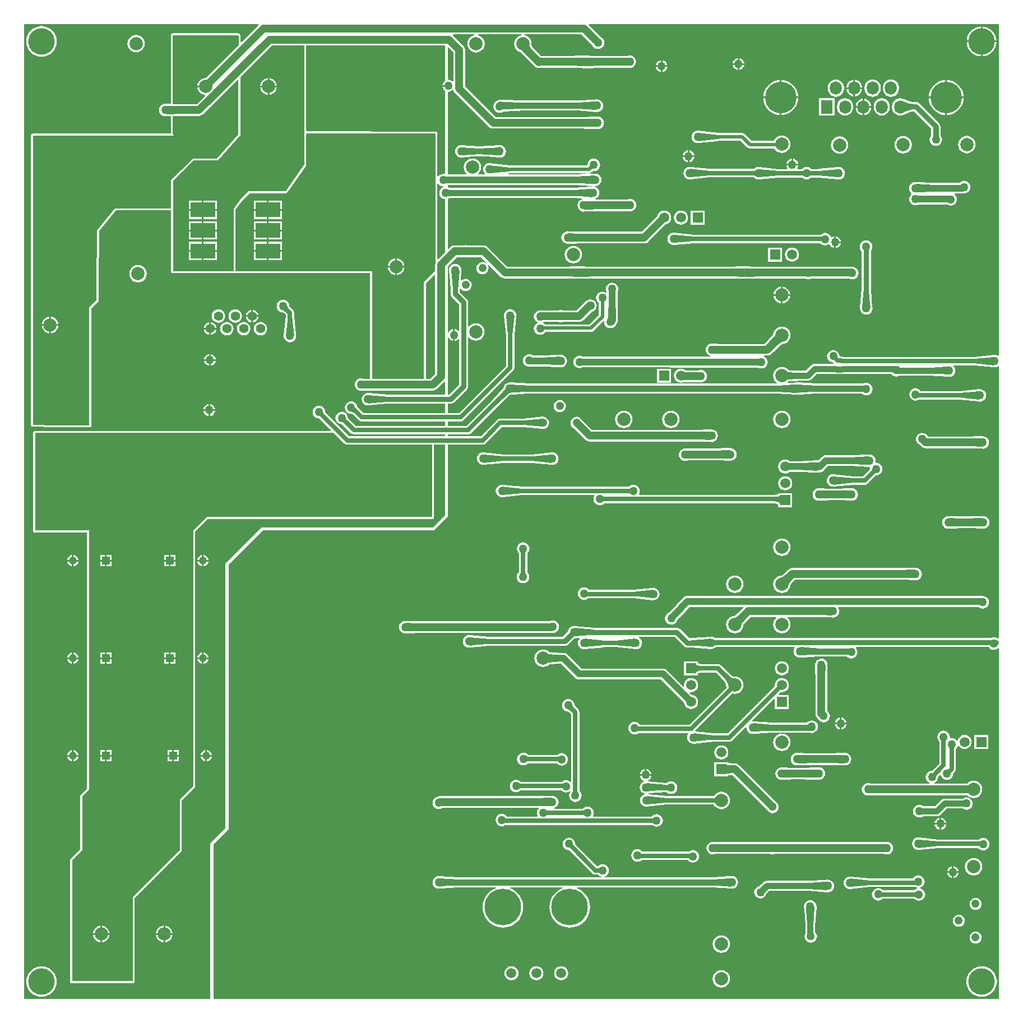
<source format=gbl>
G04*
G04 #@! TF.GenerationSoftware,Altium Limited,Altium Designer,18.0.7 (293)*
G04*
G04 Layer_Physical_Order=2*
G04 Layer_Color=16711680*
%FSLAX44Y44*%
%MOMM*%
G71*
G01*
G75*
%ADD66C,1.1430*%
%ADD67C,0.6350*%
%ADD68C,0.7620*%
%ADD69C,0.8890*%
%ADD70C,1.0160*%
%ADD73C,0.5080*%
%ADD74C,0.7500*%
%ADD75O,1.8000X2.0000*%
%ADD76R,1.8000X2.0000*%
%ADD77C,4.7600*%
%ADD78C,2.0000*%
%ADD79C,1.2170*%
%ADD80R,3.7500X2.2500*%
%ADD81C,1.4000*%
%ADD82C,5.5200*%
%ADD83C,1.5000*%
%ADD84R,1.5000X1.5000*%
%ADD85R,1.5000X1.5000*%
%ADD86R,1.2000X1.2000*%
%ADD87C,1.2000*%
%ADD88C,4.0000*%
%ADD89C,0.6000*%
%ADD90C,1.2700*%
G36*
X367863Y1484603D02*
X342085Y1458824D01*
X340912Y1459312D01*
X340926Y1467965D01*
X340926Y1467967D01*
X340926Y1467968D01*
X340810Y1468557D01*
X340692Y1469155D01*
X340691Y1469156D01*
X340691Y1469158D01*
X340353Y1469664D01*
X340020Y1470164D01*
X340018Y1470165D01*
X340018Y1470166D01*
X338854Y1471332D01*
X338853Y1471333D01*
X338852Y1471333D01*
X338345Y1471672D01*
X337846Y1472006D01*
X337845Y1472007D01*
X337844Y1472007D01*
X337245Y1472126D01*
X336657Y1472244D01*
X336656Y1472243D01*
X336655Y1472244D01*
X238506D01*
X237317Y1472007D01*
X236308Y1471333D01*
X235635Y1470325D01*
X235398Y1469136D01*
Y1366397D01*
X234487Y1365512D01*
X229244Y1365667D01*
X227973Y1365775D01*
X227841Y1365760D01*
X227711Y1365786D01*
X227619Y1365768D01*
X227076Y1365839D01*
X224623Y1365516D01*
X222337Y1364569D01*
X220373Y1363063D01*
X218867Y1361100D01*
X217920Y1358813D01*
X217597Y1356360D01*
X217920Y1353907D01*
X218867Y1351620D01*
X220373Y1349657D01*
X222337Y1348151D01*
X224623Y1347204D01*
X227076Y1346881D01*
X227619Y1346952D01*
X227711Y1346934D01*
X227745Y1346941D01*
X227779Y1346935D01*
X234491Y1347082D01*
X235398Y1346194D01*
Y1320860D01*
X27686D01*
X26497Y1320623D01*
X26497Y1320623D01*
X25989Y1320413D01*
X25989Y1320413D01*
X24980Y1319739D01*
X24644Y1319236D01*
X24307Y1318731D01*
X24070Y1317542D01*
Y881126D01*
X24307Y879937D01*
X24980Y878929D01*
X25989Y878255D01*
X27178Y878018D01*
X42909D01*
X43014Y877913D01*
X44023Y877239D01*
X45212Y877002D01*
X112092D01*
X113281Y877239D01*
X114289Y877913D01*
X114963Y878921D01*
X115199Y880110D01*
Y1056799D01*
X125387Y1066987D01*
X126061Y1067995D01*
X126298Y1069185D01*
X126298Y1105393D01*
X126806Y1160243D01*
X126929Y1173620D01*
X152593Y1204662D01*
X235652D01*
Y1190498D01*
Y1113028D01*
X235889Y1111839D01*
X236562Y1110831D01*
X237571Y1110157D01*
X238760Y1109920D01*
X330200D01*
X331389Y1110157D01*
X331754Y1110400D01*
X332118Y1110157D01*
X333308Y1109920D01*
X536388D01*
Y950417D01*
X526201D01*
X525267Y950804D01*
X522814Y951127D01*
X520360Y950804D01*
X518074Y949857D01*
X516111Y948350D01*
X514605Y946387D01*
X513658Y944101D01*
X513335Y941647D01*
X513658Y939194D01*
X514605Y936908D01*
X516111Y934945D01*
X518074Y933438D01*
X520360Y932491D01*
X522814Y932168D01*
X525267Y932491D01*
X525866Y932739D01*
X631190D01*
X633478Y933041D01*
X635609Y933923D01*
X637440Y935328D01*
X648051Y945939D01*
X649224Y945453D01*
Y926337D01*
X563816D01*
X534047Y928895D01*
X533913Y928880D01*
X533781Y928906D01*
X533689Y928888D01*
X533146Y928959D01*
X530693Y928636D01*
X528406Y927689D01*
X526443Y926183D01*
X524937Y924220D01*
X523990Y921933D01*
X523667Y919480D01*
X523990Y917027D01*
X524937Y914741D01*
X526443Y912777D01*
X528406Y911271D01*
X530693Y910324D01*
X533146Y910001D01*
X533689Y910072D01*
X533781Y910054D01*
X533929Y910083D01*
X534079Y910069D01*
X551096Y911709D01*
X562747Y912599D01*
X563744Y912623D01*
X563745Y912623D01*
X649224D01*
Y898901D01*
X526078D01*
X520689Y904290D01*
X517064Y908006D01*
X516902Y909233D01*
X515955Y911519D01*
X514449Y913483D01*
X512486Y914989D01*
X510199Y915936D01*
X507746Y916259D01*
X505293Y915936D01*
X503007Y914989D01*
X501043Y913483D01*
X499537Y911519D01*
X498590Y909233D01*
X498267Y906780D01*
X498590Y904327D01*
X499537Y902040D01*
X501043Y900077D01*
X503007Y898571D01*
X505293Y897624D01*
X507746Y897301D01*
X508254Y897368D01*
X508289Y897364D01*
X508403Y897321D01*
X508958Y897014D01*
X509710Y896506D01*
X516552Y890480D01*
X518963Y888069D01*
X521021Y886694D01*
X523450Y886211D01*
X649224D01*
Y879089D01*
X514632D01*
X502917Y890804D01*
X502976Y891251D01*
X502653Y893705D01*
X501706Y895991D01*
X500200Y897954D01*
X498236Y899460D01*
X495950Y900407D01*
X493497Y900730D01*
X491044Y900407D01*
X488757Y899460D01*
X486794Y897954D01*
X485288Y895991D01*
X484341Y893705D01*
X484018Y891251D01*
X484341Y888798D01*
X485288Y886512D01*
X486794Y884548D01*
X488757Y883042D01*
X491044Y882095D01*
X493497Y881772D01*
X493944Y881831D01*
X507518Y868258D01*
X509576Y866882D01*
X512004Y866399D01*
X649224D01*
Y863595D01*
X504532D01*
X468398Y899729D01*
X468457Y900176D01*
X468134Y902629D01*
X467187Y904915D01*
X465681Y906879D01*
X463717Y908385D01*
X461431Y909332D01*
X458978Y909655D01*
X456525Y909332D01*
X454239Y908385D01*
X452275Y906879D01*
X450769Y904915D01*
X449822Y902629D01*
X449499Y900176D01*
X449822Y897723D01*
X450769Y895436D01*
X452275Y893473D01*
X454239Y891967D01*
X456525Y891020D01*
X458978Y890697D01*
X459425Y890756D01*
X477220Y872961D01*
X476734Y871788D01*
X30480D01*
X29291Y871551D01*
X28282Y870878D01*
X27609Y869869D01*
X27372Y868680D01*
Y756920D01*
Y751840D01*
Y741680D01*
Y721360D01*
X27609Y720171D01*
X28282Y719163D01*
X29291Y718489D01*
X30480Y718252D01*
X108652D01*
Y331487D01*
X99403Y322238D01*
X98729Y321229D01*
X98492Y320040D01*
Y314960D01*
Y240047D01*
X84163Y225718D01*
X83489Y224709D01*
X83252Y223520D01*
Y40640D01*
X83489Y39451D01*
X84163Y38442D01*
X85171Y37769D01*
X86360Y37532D01*
X177800D01*
X178989Y37769D01*
X179998Y38442D01*
X180671Y39451D01*
X180908Y40640D01*
Y166353D01*
X190157Y175602D01*
X190158Y175602D01*
X251117Y236562D01*
X251791Y237571D01*
X252028Y238760D01*
Y313673D01*
X271437Y333083D01*
X272111Y334091D01*
X272348Y335280D01*
Y720073D01*
X290847Y738572D01*
X629920D01*
X631109Y738809D01*
X632118Y739482D01*
X632791Y740491D01*
X633028Y741680D01*
Y850905D01*
X649224D01*
Y744151D01*
X631259Y726186D01*
X373634D01*
X373634Y726186D01*
X373410Y726175D01*
X372970Y726087D01*
X372556Y725916D01*
X372184Y725667D01*
X372018Y725516D01*
X318678Y672177D01*
X318678Y672176D01*
X318527Y672010D01*
X318278Y671637D01*
X318106Y671224D01*
X318019Y670784D01*
X318008Y670560D01*
Y271711D01*
X295818Y249520D01*
X295818Y249520D01*
X295667Y249354D01*
X295418Y248981D01*
X295246Y248568D01*
X295159Y248128D01*
X295148Y247904D01*
Y14127D01*
X14127Y14127D01*
X14127Y1485873D01*
X367337Y1485873D01*
X367863Y1484603D01*
D02*
G37*
G36*
X1485873Y985568D02*
X1484734Y985006D01*
X1484290Y985347D01*
X1482003Y986294D01*
X1479550Y986617D01*
X1479007Y986546D01*
X1478915Y986564D01*
X1478757Y986533D01*
X1478597Y986548D01*
X1449221Y983530D01*
X1449190Y983521D01*
X1449159Y983523D01*
X1448831Y983483D01*
X1249986D01*
X1249568Y983762D01*
X1247140Y984245D01*
X1245670D01*
X1245443Y984504D01*
X1245120Y986957D01*
X1244173Y989243D01*
X1242667Y991207D01*
X1240704Y992713D01*
X1238417Y993660D01*
X1235964Y993983D01*
X1233511Y993660D01*
X1231225Y992713D01*
X1229261Y991207D01*
X1227755Y989243D01*
X1226808Y986957D01*
X1226485Y984504D01*
X1226808Y982051D01*
X1227755Y979764D01*
X1229261Y977801D01*
X1231225Y976295D01*
X1233511Y975348D01*
X1235964Y975025D01*
X1236348Y975075D01*
X1237164Y974164D01*
X1236687Y973012D01*
X1207770D01*
X1207770Y973012D01*
X1205814Y972754D01*
X1203991Y971999D01*
X1202426Y970798D01*
X1202426Y970798D01*
X1194249Y962621D01*
X1178081Y962769D01*
X1169867Y963127D01*
X1168465Y963271D01*
X1168356Y963291D01*
X1167546Y964346D01*
X1164820Y966437D01*
X1161646Y967752D01*
X1158240Y968201D01*
X1154834Y967752D01*
X1151660Y966437D01*
X1148934Y964346D01*
X1146843Y961620D01*
X1145528Y958446D01*
X1145079Y955040D01*
X1145528Y951634D01*
X1146843Y948460D01*
X1148934Y945734D01*
X1150790Y944310D01*
X1150359Y943040D01*
X777225D01*
X748101Y944902D01*
X748002Y944888D01*
X747903Y944908D01*
X747811Y944890D01*
X747268Y944961D01*
X744815Y944638D01*
X742529Y943691D01*
X740565Y942185D01*
X739059Y940221D01*
X738112Y937935D01*
X737918Y936463D01*
X722706Y919893D01*
X681902Y879089D01*
X653796D01*
Y886211D01*
X673354D01*
X675782Y886694D01*
X677840Y888070D01*
X752516Y962746D01*
X753892Y964804D01*
X754375Y967232D01*
Y1015765D01*
X757439Y1045270D01*
X757424Y1045432D01*
X757456Y1045591D01*
X757438Y1045683D01*
X757509Y1046226D01*
X757186Y1048679D01*
X756239Y1050965D01*
X754733Y1052929D01*
X752769Y1054435D01*
X750483Y1055382D01*
X748030Y1055705D01*
X745577Y1055382D01*
X743290Y1054435D01*
X741327Y1052929D01*
X739821Y1050965D01*
X738874Y1048679D01*
X738551Y1046226D01*
X738622Y1045683D01*
X738604Y1045591D01*
X738635Y1045433D01*
X738620Y1045273D01*
X741638Y1015897D01*
X741647Y1015866D01*
X741645Y1015835D01*
X741685Y1015507D01*
Y969860D01*
X670726Y898901D01*
X653796D01*
Y912623D01*
X657979D01*
X659754Y912857D01*
X661408Y913542D01*
X662828Y914632D01*
X682553Y934357D01*
X683643Y935777D01*
X684328Y937431D01*
X684562Y939206D01*
Y1012415D01*
X685832Y1012846D01*
X686654Y1011774D01*
X689380Y1009683D01*
X692554Y1008368D01*
X695960Y1007919D01*
X699366Y1008368D01*
X702540Y1009683D01*
X705266Y1011774D01*
X707357Y1014500D01*
X708672Y1017674D01*
X709121Y1021080D01*
X708672Y1024486D01*
X707357Y1027660D01*
X705266Y1030386D01*
X702540Y1032477D01*
X699366Y1033792D01*
X695960Y1034241D01*
X692554Y1033792D01*
X689380Y1032477D01*
X686654Y1030386D01*
X685832Y1029314D01*
X684562Y1029745D01*
Y1065751D01*
X684328Y1067526D01*
X683643Y1069179D01*
X682553Y1070599D01*
X671829Y1081324D01*
Y1083882D01*
X672046Y1086415D01*
X673354Y1086797D01*
X674206Y1085686D01*
X676114Y1084222D01*
X678336Y1083302D01*
X680720Y1082988D01*
X683104Y1083302D01*
X685326Y1084222D01*
X687234Y1085686D01*
X688698Y1087594D01*
X689618Y1089816D01*
X689932Y1092200D01*
X689618Y1094584D01*
X688698Y1096806D01*
X687234Y1098714D01*
X685326Y1100178D01*
X683104Y1101098D01*
X680720Y1101412D01*
X678336Y1101098D01*
X676114Y1100178D01*
X674390Y1098855D01*
X673147Y1099226D01*
X674387Y1113651D01*
X674372Y1113785D01*
X674398Y1113917D01*
X674380Y1114009D01*
X674451Y1114552D01*
X674128Y1117005D01*
X673181Y1119292D01*
X671675Y1121255D01*
X669712Y1122761D01*
X667425Y1123708D01*
X664972Y1124031D01*
X662519Y1123708D01*
X660232Y1122761D01*
X658269Y1121255D01*
X656763Y1119292D01*
X655816Y1117005D01*
X655493Y1114552D01*
X655564Y1114009D01*
X655546Y1113917D01*
X655575Y1113769D01*
X655561Y1113619D01*
X657201Y1096602D01*
X658091Y1084951D01*
X658115Y1083954D01*
X658115Y1083953D01*
Y1078484D01*
X658349Y1076709D01*
X659034Y1075056D01*
X660124Y1073636D01*
X670848Y1062911D01*
Y1022989D01*
X669646Y1022581D01*
X669440Y1022848D01*
X667583Y1024273D01*
X665421Y1025169D01*
X664370Y1025307D01*
Y1016508D01*
Y1007709D01*
X665421Y1007847D01*
X667583Y1008743D01*
X669440Y1010168D01*
X669646Y1010435D01*
X670848Y1010027D01*
Y942046D01*
X655139Y926337D01*
X653796D01*
Y1012421D01*
X655066Y1012673D01*
X655335Y1012025D01*
X656760Y1010168D01*
X658617Y1008743D01*
X660779Y1007847D01*
X661830Y1007709D01*
Y1016508D01*
Y1025307D01*
X660779Y1025169D01*
X658617Y1024273D01*
X656760Y1022848D01*
X655335Y1020991D01*
X655066Y1020343D01*
X653796Y1020595D01*
X653796Y1120594D01*
X667363Y1134161D01*
X678193D01*
X678336Y1134102D01*
X680720Y1133788D01*
X683104Y1134102D01*
X683247Y1134161D01*
X703983D01*
X711757Y1126387D01*
X710918Y1125430D01*
X710726Y1125578D01*
X708504Y1126498D01*
X706120Y1126812D01*
X703736Y1126498D01*
X701514Y1125578D01*
X699606Y1124114D01*
X698142Y1122206D01*
X697222Y1119984D01*
X696908Y1117600D01*
X697222Y1115216D01*
X698142Y1112994D01*
X699606Y1111086D01*
X701514Y1109622D01*
X703736Y1108702D01*
X706120Y1108388D01*
X708504Y1108702D01*
X710726Y1109622D01*
X712634Y1111086D01*
X714098Y1112994D01*
X715018Y1115216D01*
X715332Y1117600D01*
X715018Y1119984D01*
X714098Y1122206D01*
X713950Y1122398D01*
X714907Y1123237D01*
X733652Y1104492D01*
X735483Y1103087D01*
X737614Y1102205D01*
X739902Y1101903D01*
X827368D01*
X835471Y1101865D01*
X850002Y1101435D01*
X851273Y1101327D01*
X851405Y1101342D01*
X851535Y1101316D01*
X851627Y1101334D01*
X852170Y1101263D01*
X852713Y1101334D01*
X852805Y1101316D01*
X852839Y1101323D01*
X852873Y1101317D01*
X879647Y1101903D01*
X1077304D01*
X1085407Y1101865D01*
X1099938Y1101435D01*
X1101209Y1101327D01*
X1101341Y1101342D01*
X1101471Y1101316D01*
X1101563Y1101334D01*
X1102106Y1101263D01*
X1102649Y1101334D01*
X1102741Y1101316D01*
X1102775Y1101323D01*
X1102809Y1101317D01*
X1129583Y1101903D01*
X1193672D01*
X1195665Y1101078D01*
X1198118Y1100755D01*
X1200571Y1101078D01*
X1202564Y1101903D01*
X1259754D01*
X1259927Y1101771D01*
X1262213Y1100824D01*
X1264666Y1100501D01*
X1267119Y1100824D01*
X1269406Y1101771D01*
X1271369Y1103277D01*
X1272875Y1105240D01*
X1273822Y1107527D01*
X1274145Y1109980D01*
X1273822Y1112433D01*
X1272875Y1114719D01*
X1271369Y1116683D01*
X1269406Y1118189D01*
X1267119Y1119136D01*
X1266267Y1119248D01*
X1266192Y1119279D01*
X1263904Y1119581D01*
X1199124D01*
X1198118Y1119713D01*
X1197112Y1119581D01*
X1126908D01*
X1118805Y1119619D01*
X1104274Y1120049D01*
X1103003Y1120157D01*
X1102871Y1120142D01*
X1102741Y1120168D01*
X1102649Y1120150D01*
X1102106Y1120221D01*
X1101563Y1120150D01*
X1101471Y1120168D01*
X1101437Y1120161D01*
X1101403Y1120167D01*
X1074630Y1119581D01*
X876972D01*
X868869Y1119619D01*
X854338Y1120049D01*
X853067Y1120157D01*
X852935Y1120142D01*
X852805Y1120168D01*
X852713Y1120150D01*
X852170Y1120221D01*
X851627Y1120150D01*
X851535Y1120168D01*
X851501Y1120161D01*
X851467Y1120167D01*
X824694Y1119581D01*
X743563D01*
X713894Y1149250D01*
X712063Y1150655D01*
X709932Y1151537D01*
X707644Y1151839D01*
X683247D01*
X683104Y1151898D01*
X680720Y1152212D01*
X678336Y1151898D01*
X678193Y1151839D01*
X663702D01*
X661414Y1151537D01*
X659283Y1150655D01*
X657452Y1149250D01*
X654969Y1146767D01*
X653796Y1147253D01*
Y1222348D01*
X655234Y1222944D01*
X656064Y1223580D01*
X843041D01*
X856360Y1222729D01*
X856575Y1221498D01*
X854288Y1220551D01*
X852325Y1219045D01*
X850819Y1217082D01*
X849872Y1214795D01*
X849549Y1212342D01*
X849872Y1209889D01*
X850819Y1207602D01*
X852325Y1205639D01*
X854288Y1204133D01*
X856575Y1203186D01*
X859028Y1202863D01*
X859571Y1202934D01*
X859663Y1202916D01*
X859697Y1202923D01*
X859731Y1202917D01*
X886505Y1203503D01*
X928126D01*
X929132Y1203371D01*
X931585Y1203694D01*
X933872Y1204641D01*
X935835Y1206147D01*
X937341Y1208111D01*
X938288Y1210397D01*
X938611Y1212850D01*
X938288Y1215303D01*
X937341Y1217589D01*
X935835Y1219553D01*
X933872Y1221059D01*
X931585Y1222006D01*
X929132Y1222329D01*
X926679Y1222006D01*
X924686Y1221181D01*
X883830D01*
X876914Y1221213D01*
X876665Y1222484D01*
X877738Y1222929D01*
X879701Y1224435D01*
X881207Y1226398D01*
X882154Y1228685D01*
X882477Y1231138D01*
X882154Y1233591D01*
X881207Y1235878D01*
X879701Y1237841D01*
X877738Y1239347D01*
X875451Y1240294D01*
X875665Y1241524D01*
X875757Y1241542D01*
X876300Y1241471D01*
X878753Y1241794D01*
X881040Y1242741D01*
X883003Y1244247D01*
X884509Y1246210D01*
X885456Y1248497D01*
X885779Y1250950D01*
X885456Y1253403D01*
X884509Y1255689D01*
X883003Y1257653D01*
X881040Y1259159D01*
X878753Y1260106D01*
X876300Y1260429D01*
X875757Y1260358D01*
X875665Y1260376D01*
X875598Y1260363D01*
X875530Y1260373D01*
X869036Y1260092D01*
X868884Y1261356D01*
X869668Y1261512D01*
X871517Y1262747D01*
X873012Y1264242D01*
X874268Y1264077D01*
X876721Y1264400D01*
X879007Y1265347D01*
X880971Y1266853D01*
X882477Y1268817D01*
X883424Y1271103D01*
X883747Y1273556D01*
X883424Y1276009D01*
X882477Y1278296D01*
X880971Y1280259D01*
X879007Y1281765D01*
X876721Y1282712D01*
X874268Y1283035D01*
X871815Y1282712D01*
X869529Y1281765D01*
X867565Y1280259D01*
X866059Y1278296D01*
X865112Y1276009D01*
X864789Y1273556D01*
X864806Y1273428D01*
X863968Y1272474D01*
X747718D01*
X717726Y1276178D01*
X717534Y1276164D01*
X717345Y1276202D01*
X717253Y1276184D01*
X716710Y1276255D01*
X714257Y1275932D01*
X711970Y1274985D01*
X710007Y1273479D01*
X708501Y1271516D01*
X707554Y1269229D01*
X707231Y1266776D01*
X707554Y1264323D01*
X708501Y1262036D01*
X709743Y1260418D01*
X709263Y1259148D01*
X700147D01*
X699738Y1260351D01*
X700186Y1260694D01*
X702277Y1263420D01*
X703592Y1266594D01*
X704041Y1270000D01*
X703592Y1273406D01*
X702277Y1276580D01*
X700186Y1279306D01*
X697460Y1281397D01*
X694286Y1282712D01*
X690880Y1283161D01*
X687474Y1282712D01*
X684300Y1281397D01*
X681574Y1279306D01*
X679483Y1276580D01*
X678168Y1273406D01*
X677719Y1270000D01*
X678168Y1266594D01*
X679483Y1263420D01*
X681574Y1260694D01*
X682021Y1260351D01*
X681613Y1259148D01*
X653796D01*
Y1383301D01*
X654558Y1383969D01*
X656879Y1384275D01*
X659041Y1385171D01*
X660898Y1386596D01*
X661006Y1386736D01*
X662233Y1386407D01*
X662277Y1386076D01*
X663159Y1383945D01*
X664564Y1382114D01*
X715872Y1330806D01*
X717703Y1329402D01*
X719834Y1328519D01*
X722122Y1328217D01*
X855308D01*
X863411Y1328179D01*
X877942Y1327749D01*
X879213Y1327641D01*
X879345Y1327656D01*
X879475Y1327630D01*
X879567Y1327648D01*
X880110Y1327577D01*
X882563Y1327900D01*
X884849Y1328847D01*
X886813Y1330353D01*
X888319Y1332316D01*
X889266Y1334603D01*
X889589Y1337056D01*
X889266Y1339509D01*
X888319Y1341796D01*
X886813Y1343759D01*
X884849Y1345265D01*
X882563Y1346212D01*
X880110Y1346535D01*
X879567Y1346464D01*
X879475Y1346482D01*
X879441Y1346475D01*
X879407Y1346481D01*
X852634Y1345895D01*
X725783D01*
X679653Y1392025D01*
Y1447546D01*
X679351Y1449834D01*
X678468Y1451965D01*
X677064Y1453796D01*
X661824Y1469036D01*
X661626Y1469187D01*
X662057Y1470457D01*
X693199D01*
X693282Y1469187D01*
X692913Y1469139D01*
X689739Y1467824D01*
X687013Y1465733D01*
X684922Y1463007D01*
X683607Y1459833D01*
X683159Y1456427D01*
X683607Y1453020D01*
X684922Y1449846D01*
X687013Y1447121D01*
X689739Y1445029D01*
X692913Y1443714D01*
X696319Y1443266D01*
X699725Y1443714D01*
X702900Y1445029D01*
X705625Y1447121D01*
X707717Y1449846D01*
X709031Y1453020D01*
X709480Y1456427D01*
X709031Y1459833D01*
X707717Y1463007D01*
X705625Y1465733D01*
X702900Y1467824D01*
X699725Y1469139D01*
X699357Y1469187D01*
X699440Y1470457D01*
X764524D01*
X764608Y1469187D01*
X763674Y1469064D01*
X760500Y1467750D01*
X757774Y1465658D01*
X755683Y1462933D01*
X754368Y1459758D01*
X753919Y1456352D01*
X754368Y1452946D01*
X755683Y1449772D01*
X757774Y1447046D01*
X760500Y1444955D01*
X763674Y1443640D01*
X763796Y1443624D01*
X785113Y1422307D01*
X786943Y1420903D01*
X789075Y1420020D01*
X791362Y1419718D01*
X793650Y1420020D01*
X794002Y1420165D01*
X834226D01*
X842329Y1420127D01*
X856860Y1419697D01*
X858131Y1419589D01*
X858263Y1419604D01*
X858393Y1419578D01*
X858485Y1419596D01*
X859028Y1419525D01*
X859571Y1419596D01*
X859663Y1419578D01*
X859697Y1419585D01*
X859731Y1419579D01*
X886505Y1420165D01*
X927618D01*
X928624Y1420033D01*
X931077Y1420356D01*
X933363Y1421303D01*
X935327Y1422809D01*
X936833Y1424772D01*
X937780Y1427059D01*
X938103Y1429512D01*
X937780Y1431965D01*
X936833Y1434252D01*
X935327Y1436215D01*
X933363Y1437721D01*
X931077Y1438668D01*
X928624Y1438991D01*
X926171Y1438668D01*
X924178Y1437843D01*
X883830D01*
X875727Y1437881D01*
X861196Y1438311D01*
X859925Y1438419D01*
X859793Y1438404D01*
X859663Y1438430D01*
X859571Y1438412D01*
X859028Y1438483D01*
X858485Y1438412D01*
X858393Y1438430D01*
X858359Y1438423D01*
X858325Y1438429D01*
X831552Y1437843D01*
X794579D01*
X793777Y1438652D01*
X785495Y1447417D01*
X781967Y1451573D01*
X780851Y1453068D01*
X780170Y1454136D01*
X779998Y1454510D01*
X780241Y1456352D01*
X779792Y1459758D01*
X778477Y1462933D01*
X776386Y1465658D01*
X773660Y1467750D01*
X770486Y1469064D01*
X769552Y1469187D01*
X769636Y1470457D01*
X855621D01*
X872091Y1453987D01*
X872409Y1453221D01*
X873915Y1451257D01*
X875879Y1449751D01*
X878165Y1448804D01*
X880618Y1448481D01*
X883071Y1448804D01*
X885358Y1449751D01*
X887321Y1451257D01*
X888827Y1453221D01*
X889774Y1455507D01*
X890097Y1457960D01*
X889774Y1460413D01*
X888827Y1462699D01*
X887321Y1464663D01*
X885358Y1466169D01*
X884591Y1466487D01*
X866475Y1484603D01*
X867001Y1485873D01*
X1485873Y1485873D01*
X1485873Y985568D01*
D02*
G37*
G36*
X776965Y1453667D02*
X777435Y1452645D01*
X778292Y1451301D01*
X779534Y1449636D01*
X783179Y1445342D01*
X791543Y1436491D01*
X795104Y1432898D01*
X787022Y1424816D01*
X767714Y1446372D01*
X776881Y1454368D01*
X776965Y1453667D01*
D02*
G37*
G36*
X861019Y1435208D02*
X875675Y1434773D01*
X887196Y1434719D01*
Y1423289D01*
X859663Y1422686D01*
Y1435322D01*
X861019Y1435208D01*
D02*
G37*
G36*
X858393Y1422686D02*
X857037Y1422800D01*
X842381Y1423235D01*
X830860Y1423289D01*
Y1434719D01*
X858393Y1435322D01*
Y1422686D01*
D02*
G37*
G36*
X337818Y1467971D02*
X337796Y1454536D01*
X287811Y1404551D01*
X287680Y1404568D01*
X284406Y1404137D01*
X281356Y1402874D01*
X278736Y1400864D01*
X276726Y1398244D01*
X275463Y1395194D01*
X275199Y1393190D01*
X287680D01*
Y1390650D01*
X275199D01*
X275463Y1388646D01*
X276726Y1385596D01*
X278736Y1382976D01*
X281356Y1380966D01*
X284406Y1379703D01*
X286684Y1379403D01*
X287139Y1378062D01*
X274275Y1365199D01*
X251878D01*
X243775Y1365237D01*
X238506Y1365393D01*
Y1469136D01*
X336655D01*
X337818Y1467971D01*
D02*
G37*
G36*
X661975Y1443885D02*
Y1399758D01*
X660705Y1399425D01*
X659041Y1400701D01*
X656879Y1401597D01*
X654558Y1401903D01*
X653796Y1402571D01*
Y1450405D01*
X654969Y1450891D01*
X661975Y1443885D01*
D02*
G37*
G36*
X229067Y1362564D02*
X243723Y1362129D01*
X255244Y1362075D01*
Y1350645D01*
X227711Y1350042D01*
Y1362678D01*
X229067Y1362564D01*
D02*
G37*
G36*
X879475Y1330738D02*
X878119Y1330852D01*
X863463Y1331287D01*
X851942Y1331341D01*
Y1342771D01*
X879475Y1343374D01*
Y1330738D01*
D02*
G37*
G36*
X337252Y1401517D02*
Y1319694D01*
X304927Y1283268D01*
X269748Y1283268D01*
X268559Y1283031D01*
X267551Y1282358D01*
X250406Y1265212D01*
X250406Y1265212D01*
X236562Y1251369D01*
X235889Y1250361D01*
X235652Y1249172D01*
Y1207770D01*
X151130D01*
X123832Y1174751D01*
X123698Y1160272D01*
X123190Y1105408D01*
X123190Y1069185D01*
X112092Y1058086D01*
Y880110D01*
X45212D01*
X44196Y881126D01*
X27178D01*
Y1317542D01*
X27686Y1317752D01*
X237061D01*
X238234Y1317752D01*
X239522Y1317752D01*
X239776Y1318006D01*
X238760Y1319022D01*
Y1319022D01*
X238760Y1319022D01*
X238506Y1320195D01*
Y1347170D01*
X254552Y1347521D01*
X277936D01*
X280224Y1347823D01*
X282356Y1348705D01*
X284186Y1350110D01*
X336079Y1402003D01*
X337252Y1401517D01*
D02*
G37*
G36*
X436880Y1274064D02*
X408813Y1233805D01*
X352679Y1233805D01*
X341503Y1222629D01*
X330200Y1206754D01*
Y1113028D01*
X238760D01*
Y1190498D01*
Y1249172D01*
X252603Y1263015D01*
X269748Y1280160D01*
X306324Y1280160D01*
X340360Y1318514D01*
Y1406284D01*
X388023Y1453947D01*
X436880D01*
Y1274064D01*
D02*
G37*
G36*
X862504Y1259809D02*
X847263Y1259148D01*
X745654D01*
X745585Y1260416D01*
X746737Y1260542D01*
X746803Y1260563D01*
X746872Y1260560D01*
X748593Y1260824D01*
X748699Y1260863D01*
X748811Y1260866D01*
X749640Y1261055D01*
X749693Y1261078D01*
X862477D01*
X862504Y1259809D01*
D02*
G37*
G36*
X747930Y1269316D02*
Y1264236D01*
X748885Y1264198D01*
X748949Y1264085D01*
X748120Y1263896D01*
X746400Y1263632D01*
X717345Y1260458D01*
Y1273094D01*
X747930Y1269316D01*
D02*
G37*
G36*
X649224Y1400049D02*
X648218Y1399276D01*
X646793Y1397419D01*
X645897Y1395257D01*
X645759Y1394206D01*
X654558D01*
Y1391666D01*
X645759D01*
X645897Y1390615D01*
X646793Y1388453D01*
X648218Y1386596D01*
X649224Y1385823D01*
Y1260583D01*
X648269Y1259746D01*
X646938Y1259921D01*
X644485Y1259598D01*
X642198Y1258651D01*
X640235Y1257145D01*
X639378Y1256027D01*
X638108Y1256458D01*
Y1320800D01*
X637989Y1321395D01*
X637873Y1321986D01*
X637872Y1321987D01*
X637871Y1321989D01*
X637530Y1322500D01*
X637200Y1322995D01*
X637199Y1322996D01*
X637197Y1322997D01*
X636688Y1323338D01*
X636193Y1323670D01*
X636191Y1323670D01*
X636189Y1323671D01*
X635593Y1323790D01*
X635004Y1323908D01*
X440890Y1324159D01*
X440883Y1324166D01*
X439988Y1325253D01*
Y1453947D01*
X649224D01*
Y1400049D01*
D02*
G37*
G36*
X875665Y1244632D02*
X847090Y1245870D01*
Y1256030D01*
X875665Y1257268D01*
Y1244632D01*
D02*
G37*
G36*
X871012Y1241723D02*
X871046Y1240450D01*
X868465Y1240198D01*
X845163Y1238709D01*
X843634Y1238696D01*
X656103D01*
X655234Y1239362D01*
X653796Y1239958D01*
Y1242752D01*
X847263D01*
X871012Y1241723D01*
D02*
G37*
G36*
X635000Y1320800D02*
Y1125343D01*
X634845Y1124968D01*
X634543Y1122680D01*
Y1113587D01*
X632460Y1111504D01*
X617474Y1096518D01*
Y950417D01*
X539496D01*
Y1113028D01*
X333308D01*
Y1205761D01*
X343884Y1220615D01*
X353966Y1230697D01*
X408813Y1230697D01*
X409084Y1230751D01*
X409359Y1230746D01*
X409672Y1230868D01*
X410002Y1230934D01*
X410232Y1231087D01*
X410488Y1231188D01*
X410731Y1231421D01*
X411011Y1231608D01*
X411164Y1231837D01*
X411362Y1232028D01*
X439429Y1272287D01*
X439564Y1272595D01*
X439751Y1272875D01*
X439805Y1273145D01*
X439915Y1273398D01*
X439922Y1273734D01*
X439988Y1274064D01*
Y1320154D01*
X440886Y1321051D01*
X635000Y1320800D01*
D02*
G37*
G36*
X872363Y1224820D02*
X843063Y1226693D01*
Y1235583D01*
X845275Y1235602D01*
X868715Y1237100D01*
X872363Y1237456D01*
Y1224820D01*
D02*
G37*
G36*
X861019Y1218546D02*
X875675Y1218111D01*
X887196Y1218057D01*
Y1206627D01*
X859663Y1206024D01*
Y1218660D01*
X861019Y1218546D01*
D02*
G37*
G36*
X640235Y1243739D02*
X642198Y1242233D01*
X644485Y1241286D01*
X646455Y1241027D01*
X646627Y1239723D01*
X645755Y1239362D01*
X643792Y1237856D01*
X642286Y1235892D01*
X641339Y1233606D01*
X641016Y1231153D01*
X641339Y1228699D01*
X642286Y1226413D01*
X643792Y1224450D01*
X645755Y1222944D01*
X648041Y1221997D01*
X649224Y1221841D01*
Y1141022D01*
X639281Y1131079D01*
X638108Y1131565D01*
Y1244426D01*
X639378Y1244857D01*
X640235Y1243739D01*
D02*
G37*
G36*
X1104097Y1116946D02*
X1118753Y1116511D01*
X1130274Y1116457D01*
Y1105027D01*
X1102741Y1104424D01*
Y1117060D01*
X1104097Y1116946D01*
D02*
G37*
G36*
X1101471Y1104424D02*
X1100115Y1104538D01*
X1085459Y1104973D01*
X1073938Y1105027D01*
Y1116457D01*
X1101471Y1117060D01*
Y1104424D01*
D02*
G37*
G36*
X854161Y1116946D02*
X868817Y1116511D01*
X880338Y1116457D01*
Y1105027D01*
X852805Y1104424D01*
Y1117060D01*
X854161Y1116946D01*
D02*
G37*
G36*
X851535Y1104424D02*
X850179Y1104538D01*
X835523Y1104973D01*
X824002Y1105027D01*
Y1116457D01*
X851535Y1117060D01*
Y1104424D01*
D02*
G37*
G36*
X668722Y1084027D02*
X661222D01*
X661196Y1085107D01*
X660297Y1096869D01*
X658654Y1113917D01*
X671290D01*
X668722Y1084027D01*
D02*
G37*
G36*
X751205Y1015327D02*
X744855D01*
X744824Y1015448D01*
X744729Y1016214D01*
X741712Y1045591D01*
X754348D01*
X751205Y1015327D01*
D02*
G37*
G36*
X1478915Y970820D02*
X1448651Y973963D01*
Y980313D01*
X1448772Y980344D01*
X1449538Y980439D01*
X1478915Y983456D01*
Y970820D01*
D02*
G37*
G36*
X1410335Y956596D02*
X1381035Y958469D01*
Y967359D01*
X1383247Y967378D01*
X1406687Y968876D01*
X1410335Y969232D01*
Y956596D01*
D02*
G37*
G36*
X1478594Y967729D02*
X1478756Y967744D01*
X1478915Y967712D01*
X1479007Y967730D01*
X1479550Y967659D01*
X1482003Y967982D01*
X1484290Y968929D01*
X1484734Y969270D01*
X1485873Y968708D01*
X1485873Y559014D01*
X1484603Y558219D01*
X1483626Y558624D01*
X1483299Y558666D01*
X1483020Y558881D01*
X1480733Y559828D01*
X1478280Y560151D01*
X1475827Y559828D01*
X1473540Y558881D01*
X1473512Y558859D01*
X1057652D01*
X1056300Y559897D01*
X1054013Y560844D01*
X1051560Y561167D01*
X1051017Y561096D01*
X1050925Y561114D01*
X1050776Y561084D01*
X1050624Y561099D01*
X1037487Y559823D01*
X1022105Y558628D01*
X1021022Y558605D01*
X1018357D01*
X1004381Y572581D01*
X1002949Y573680D01*
X1001280Y574371D01*
X999490Y574607D01*
X875167D01*
X845445Y577105D01*
X845314Y577090D01*
X845185Y577116D01*
X845093Y577098D01*
X844550Y577169D01*
X842097Y576846D01*
X839810Y575899D01*
X837847Y574393D01*
X836341Y572430D01*
X835394Y570143D01*
X835235Y568936D01*
X827559Y560637D01*
X716417D01*
X686695Y563135D01*
X686564Y563120D01*
X686435Y563146D01*
X686343Y563128D01*
X685800Y563199D01*
X683347Y562876D01*
X681060Y561929D01*
X679097Y560423D01*
X677591Y558460D01*
X676644Y556173D01*
X676321Y553720D01*
X676644Y551267D01*
X677591Y548980D01*
X679097Y547017D01*
X681060Y545511D01*
X683347Y544564D01*
X685800Y544241D01*
X686343Y544312D01*
X686435Y544294D01*
X686584Y544324D01*
X686736Y544309D01*
X699873Y545585D01*
X715255Y546780D01*
X716338Y546803D01*
X830580D01*
X832370Y547038D01*
X834039Y547729D01*
X835400Y548774D01*
X835449Y548806D01*
X842152Y555376D01*
X845099Y558057D01*
X845387Y558288D01*
X845486Y558279D01*
X852126Y558924D01*
X852752Y557709D01*
X851551Y556144D01*
X850604Y553857D01*
X850281Y551404D01*
X850604Y548951D01*
X851551Y546664D01*
X853057Y544701D01*
X855020Y543195D01*
X857307Y542248D01*
X859760Y541925D01*
X860303Y541996D01*
X860395Y541978D01*
X860553Y542010D01*
X860713Y541994D01*
X890089Y545012D01*
X890120Y545021D01*
X890151Y545019D01*
X890479Y545059D01*
X907023D01*
X936528Y541995D01*
X936690Y542010D01*
X936849Y541978D01*
X936941Y541996D01*
X937484Y541925D01*
X939937Y542248D01*
X942224Y543195D01*
X944187Y544701D01*
X945693Y546664D01*
X946640Y548951D01*
X946963Y551404D01*
X946640Y553857D01*
X945693Y556144D01*
X944187Y558107D01*
X942367Y559503D01*
X942392Y560003D01*
X942723Y560773D01*
X996625D01*
X1010601Y546797D01*
X1012033Y545698D01*
X1013702Y545006D01*
X1015492Y544771D01*
X1020943D01*
X1050665Y542273D01*
X1050796Y542288D01*
X1050925Y542262D01*
X1051017Y542280D01*
X1051560Y542209D01*
X1054013Y542532D01*
X1056300Y543479D01*
X1058263Y544985D01*
X1058293Y545025D01*
X1177217D01*
X1177779Y543886D01*
X1177463Y543474D01*
X1176516Y541187D01*
X1176193Y538734D01*
X1176516Y536281D01*
X1177463Y533994D01*
X1178969Y532031D01*
X1180932Y530525D01*
X1183219Y529578D01*
X1185672Y529255D01*
X1186215Y529326D01*
X1186307Y529308D01*
X1186457Y529338D01*
X1186609Y529323D01*
X1190205Y529674D01*
X1213507Y531163D01*
X1215036Y531176D01*
X1256121D01*
X1256439Y530761D01*
X1258402Y529255D01*
X1260689Y528308D01*
X1263142Y527985D01*
X1265595Y528308D01*
X1267881Y529255D01*
X1269845Y530761D01*
X1271351Y532724D01*
X1272298Y535011D01*
X1272621Y537464D01*
X1272298Y539917D01*
X1271351Y542203D01*
X1270161Y543755D01*
X1270705Y545025D01*
X1470767D01*
X1471577Y543969D01*
X1473540Y542463D01*
X1475827Y541516D01*
X1478280Y541193D01*
X1480733Y541516D01*
X1483020Y542463D01*
X1484603Y543678D01*
X1485873Y543164D01*
X1485873Y14127D01*
X299720Y14127D01*
X299720Y246957D01*
X321910Y269147D01*
X322061Y269314D01*
X322310Y269686D01*
X322481Y270100D01*
X322569Y270540D01*
X322580Y270764D01*
X322580Y270764D01*
Y669613D01*
X374581Y721614D01*
X632206D01*
X632430Y721625D01*
X632869Y721712D01*
X633284Y721884D01*
X633656Y722133D01*
X633822Y722283D01*
X633823Y722283D01*
X653126Y741588D01*
X653277Y741754D01*
X653526Y742126D01*
X653697Y742540D01*
X653785Y742980D01*
X653796Y743204D01*
X653796Y743204D01*
Y850905D01*
X706136D01*
X708564Y851388D01*
X710622Y852764D01*
X735434Y877575D01*
X768500D01*
X796644Y874773D01*
X796799Y874788D01*
X796952Y874758D01*
X797044Y874776D01*
X797560Y874708D01*
X799944Y875022D01*
X802166Y875942D01*
X804074Y877406D01*
X805538Y879314D01*
X806458Y881536D01*
X806772Y883920D01*
X806458Y886304D01*
X805538Y888526D01*
X804074Y890434D01*
X802166Y891898D01*
X799944Y892818D01*
X797560Y893132D01*
X797044Y893064D01*
X796952Y893082D01*
X796799Y893052D01*
X796644Y893067D01*
X768500Y890265D01*
X732806D01*
X730378Y889782D01*
X728319Y888407D01*
X703508Y863595D01*
X653796D01*
Y866399D01*
X684530D01*
X686958Y866882D01*
X689016Y868258D01*
X731679Y910920D01*
X748184Y926073D01*
X748205Y926071D01*
X751801Y926422D01*
X775103Y927911D01*
X776632Y927924D01*
X1150889D01*
X1180013Y926062D01*
X1180112Y926076D01*
X1180211Y926056D01*
X1180303Y926074D01*
X1180846Y926003D01*
X1181389Y926074D01*
X1181481Y926056D01*
X1181631Y926086D01*
X1181783Y926071D01*
X1185379Y926422D01*
X1208681Y927911D01*
X1210210Y927924D01*
X1279166D01*
X1281008Y926511D01*
X1283295Y925564D01*
X1285748Y925241D01*
X1288201Y925564D01*
X1290488Y926511D01*
X1292451Y928017D01*
X1293957Y929980D01*
X1294904Y932267D01*
X1295227Y934720D01*
X1294904Y937173D01*
X1293957Y939460D01*
X1292451Y941423D01*
X1290488Y942929D01*
X1288201Y943876D01*
X1285748Y944199D01*
X1283295Y943876D01*
X1281275Y943040D01*
X1210803D01*
X1181679Y944902D01*
X1181580Y944888D01*
X1181481Y944908D01*
X1181389Y944890D01*
X1180846Y944961D01*
X1180303Y944890D01*
X1180211Y944908D01*
X1180061Y944878D01*
X1179909Y944893D01*
X1176313Y944542D01*
X1167232Y943962D01*
X1166786Y945151D01*
X1167546Y945734D01*
X1168084Y946436D01*
X1197273Y947482D01*
X1197356D01*
X1197387Y947486D01*
X1197467Y947489D01*
X1197541Y947507D01*
X1199312Y947740D01*
X1201135Y948495D01*
X1202700Y949696D01*
X1210900Y957896D01*
X1237874D01*
X1238479Y957646D01*
X1240435Y957388D01*
X1249273D01*
X1251229Y957646D01*
X1251834Y957896D01*
X1323608D01*
X1324511Y956719D01*
X1326474Y955213D01*
X1328761Y954266D01*
X1331214Y953943D01*
X1333667Y954266D01*
X1335954Y955213D01*
X1336140Y955356D01*
X1381013D01*
X1410137Y953494D01*
X1410236Y953508D01*
X1410335Y953488D01*
X1410427Y953506D01*
X1410970Y953435D01*
X1413423Y953758D01*
X1415710Y954705D01*
X1417673Y956211D01*
X1419179Y958175D01*
X1420126Y960461D01*
X1420449Y962914D01*
X1420126Y965367D01*
X1419179Y967654D01*
X1417745Y969523D01*
X1417872Y970202D01*
X1418072Y970793D01*
X1449089D01*
X1478594Y967729D01*
D02*
G37*
G36*
X634543Y1107533D02*
Y957431D01*
X627529Y950417D01*
X620582D01*
Y1095231D01*
X633370Y1108019D01*
X634543Y1107533D01*
D02*
G37*
G36*
X1167000Y960379D02*
X1168027Y960192D01*
X1169640Y960026D01*
X1177999Y959662D01*
X1197356Y959485D01*
Y950595D01*
X1166559Y949491D01*
Y960589D01*
X1167000Y960379D01*
D02*
G37*
G36*
X777203Y939927D02*
Y931037D01*
X774991Y931018D01*
X751551Y929520D01*
X747903Y929164D01*
Y930033D01*
X728455Y912179D01*
X723965Y916669D01*
X743908Y938393D01*
X747903Y934398D01*
Y941800D01*
X777203Y939927D01*
D02*
G37*
G36*
X1210781D02*
Y931037D01*
X1208569Y931018D01*
X1185129Y929520D01*
X1181481Y929164D01*
Y941800D01*
X1210781Y939927D01*
D02*
G37*
G36*
X1180211Y929164D02*
X1150911Y931037D01*
Y939927D01*
X1153123Y939946D01*
X1176563Y941444D01*
X1180211Y941800D01*
Y929164D01*
D02*
G37*
G36*
X563670Y923230D02*
Y915730D01*
X562591Y915704D01*
X550829Y914806D01*
X533781Y913162D01*
Y925798D01*
X563670Y923230D01*
D02*
G37*
G36*
X514211Y906521D02*
X514558Y906124D01*
X521518Y898990D01*
X525695Y894801D01*
X521204Y890311D01*
X519201Y892289D01*
X511614Y898971D01*
X510583Y899666D01*
X509713Y900148D01*
X509006Y900416D01*
X508460Y900470D01*
X514095Y906692D01*
X514211Y906521D01*
D02*
G37*
G36*
X796952Y877866D02*
X768029Y880745D01*
Y887095D01*
X796952Y889975D01*
Y877866D01*
D02*
G37*
G36*
X514249Y874989D02*
X509759Y870499D01*
X495106Y885108D01*
X499640Y889642D01*
X514249Y874989D01*
D02*
G37*
G36*
X875030Y571500D02*
Y563880D01*
X873851Y563855D01*
X858353Y562651D01*
X845185Y561372D01*
Y574008D01*
X875030Y571500D01*
D02*
G37*
G36*
X844426Y561341D02*
X844167Y561241D01*
X843718Y560934D01*
X843078Y560420D01*
X840017Y557635D01*
X833274Y551026D01*
X827886Y556414D01*
X838201Y567566D01*
X844426Y561341D01*
D02*
G37*
G36*
X716280Y557530D02*
Y549910D01*
X715101Y549885D01*
X699603Y548681D01*
X686435Y547402D01*
Y560038D01*
X716280Y557530D01*
D02*
G37*
G36*
X1050925Y545370D02*
X1021080Y547878D01*
Y555498D01*
X1022259Y555523D01*
X1037757Y556727D01*
X1050925Y558006D01*
Y545370D01*
D02*
G37*
G36*
X936849Y545086D02*
X906585Y548229D01*
Y554579D01*
X906706Y554610D01*
X907472Y554705D01*
X936849Y557722D01*
Y545086D01*
D02*
G37*
G36*
X890659Y554579D02*
Y548229D01*
X890538Y548198D01*
X889772Y548103D01*
X860395Y545086D01*
Y557722D01*
X890659Y554579D01*
D02*
G37*
G36*
X1215607Y543179D02*
Y534289D01*
X1213395Y534270D01*
X1189955Y532772D01*
X1186307Y532416D01*
Y545052D01*
X1215607Y543179D01*
D02*
G37*
G36*
X497417Y852764D02*
X499476Y851388D01*
X501904Y850905D01*
X629920D01*
Y741680D01*
X289560D01*
X269240Y721360D01*
Y335280D01*
X248920Y314960D01*
Y238760D01*
X187960Y177800D01*
X177800Y167640D01*
Y40640D01*
X86360D01*
Y223520D01*
X101600Y238760D01*
Y314960D01*
Y320040D01*
X111760Y330200D01*
Y721360D01*
X30480D01*
Y741680D01*
Y751840D01*
Y756920D01*
Y868680D01*
X481501D01*
X497417Y852764D01*
D02*
G37*
%LPC*%
G36*
X182668Y1469857D02*
X179262Y1469409D01*
X176088Y1468094D01*
X173362Y1466003D01*
X171270Y1463277D01*
X169956Y1460103D01*
X169507Y1456696D01*
X169956Y1453290D01*
X171270Y1450116D01*
X173362Y1447391D01*
X176088Y1445299D01*
X179262Y1443984D01*
X182668Y1443536D01*
X186074Y1443984D01*
X189248Y1445299D01*
X191974Y1447391D01*
X194065Y1450116D01*
X195380Y1453290D01*
X195828Y1456696D01*
X195380Y1460103D01*
X194065Y1463277D01*
X191974Y1466003D01*
X189248Y1468094D01*
X186074Y1469409D01*
X182668Y1469857D01*
D02*
G37*
G36*
X40000Y1483159D02*
X35482Y1482715D01*
X31137Y1481397D01*
X27133Y1479256D01*
X23624Y1476376D01*
X20744Y1472867D01*
X18603Y1468863D01*
X17285Y1464518D01*
X16840Y1460000D01*
X17285Y1455482D01*
X18603Y1451137D01*
X20744Y1447133D01*
X23624Y1443624D01*
X27133Y1440744D01*
X31137Y1438603D01*
X35482Y1437285D01*
X40000Y1436841D01*
X44518Y1437285D01*
X48863Y1438603D01*
X52867Y1440744D01*
X56376Y1443624D01*
X59256Y1447133D01*
X61397Y1451137D01*
X62715Y1455482D01*
X63159Y1460000D01*
X62715Y1464518D01*
X61397Y1468863D01*
X59256Y1472867D01*
X56376Y1476376D01*
X52867Y1479256D01*
X48863Y1481397D01*
X44518Y1482715D01*
X40000Y1483159D01*
D02*
G37*
G36*
X185674Y1122125D02*
X182268Y1121676D01*
X179094Y1120361D01*
X176368Y1118270D01*
X174277Y1115544D01*
X172962Y1112370D01*
X172513Y1108964D01*
X172962Y1105558D01*
X174277Y1102384D01*
X176368Y1099658D01*
X179094Y1097567D01*
X182268Y1096252D01*
X185674Y1095803D01*
X189080Y1096252D01*
X192254Y1097567D01*
X194980Y1099658D01*
X197071Y1102384D01*
X198386Y1105558D01*
X198835Y1108964D01*
X198386Y1112370D01*
X197071Y1115544D01*
X194980Y1118270D01*
X192254Y1120361D01*
X189080Y1121676D01*
X185674Y1122125D01*
D02*
G37*
G36*
X359410Y1054665D02*
Y1046480D01*
X367595D01*
X367434Y1047700D01*
X366473Y1050021D01*
X364944Y1052014D01*
X362951Y1053543D01*
X360630Y1054504D01*
X359410Y1054665D01*
D02*
G37*
G36*
X356870D02*
X355650Y1054504D01*
X353329Y1053543D01*
X351336Y1052014D01*
X349807Y1050021D01*
X348846Y1047700D01*
X348685Y1046480D01*
X356870D01*
Y1054665D01*
D02*
G37*
G36*
X367595Y1043940D02*
X359410D01*
Y1035755D01*
X360630Y1035916D01*
X362951Y1036877D01*
X364944Y1038406D01*
X366473Y1040399D01*
X367434Y1042720D01*
X367595Y1043940D01*
D02*
G37*
G36*
X356870D02*
X348685D01*
X348846Y1042720D01*
X349807Y1040399D01*
X351336Y1038406D01*
X353329Y1036877D01*
X355650Y1035916D01*
X356870Y1035755D01*
Y1043940D01*
D02*
G37*
G36*
X332740Y1055345D02*
X330117Y1054999D01*
X327673Y1053987D01*
X325574Y1052376D01*
X323963Y1050277D01*
X322951Y1047833D01*
X322605Y1045210D01*
X322951Y1042587D01*
X323963Y1040143D01*
X325574Y1038044D01*
X327673Y1036433D01*
X330117Y1035421D01*
X332740Y1035075D01*
X335363Y1035421D01*
X337807Y1036433D01*
X339906Y1038044D01*
X341517Y1040143D01*
X342529Y1042587D01*
X342875Y1045210D01*
X342529Y1047833D01*
X341517Y1050277D01*
X339906Y1052376D01*
X337807Y1053987D01*
X335363Y1054999D01*
X332740Y1055345D01*
D02*
G37*
G36*
X307340D02*
X304717Y1054999D01*
X302273Y1053987D01*
X300174Y1052376D01*
X298563Y1050277D01*
X297551Y1047833D01*
X297205Y1045210D01*
X297551Y1042587D01*
X298563Y1040143D01*
X300174Y1038044D01*
X302273Y1036433D01*
X304717Y1035421D01*
X307340Y1035075D01*
X309963Y1035421D01*
X312407Y1036433D01*
X314506Y1038044D01*
X316117Y1040143D01*
X317129Y1042587D01*
X317475Y1045210D01*
X317129Y1047833D01*
X316117Y1050277D01*
X314506Y1052376D01*
X312407Y1053987D01*
X309963Y1054999D01*
X307340Y1055345D01*
D02*
G37*
G36*
X295910Y1035615D02*
Y1027430D01*
X304095D01*
X303934Y1028650D01*
X302973Y1030971D01*
X301444Y1032964D01*
X299451Y1034493D01*
X297130Y1035454D01*
X295910Y1035615D01*
D02*
G37*
G36*
X293370D02*
X292150Y1035454D01*
X289829Y1034493D01*
X287836Y1032964D01*
X286307Y1030971D01*
X285346Y1028650D01*
X285185Y1027430D01*
X293370D01*
Y1035615D01*
D02*
G37*
G36*
X304095Y1024890D02*
X295910D01*
Y1016705D01*
X297130Y1016866D01*
X299451Y1017827D01*
X301444Y1019356D01*
X302973Y1021349D01*
X303934Y1023670D01*
X304095Y1024890D01*
D02*
G37*
G36*
X293370D02*
X285185D01*
X285346Y1023670D01*
X286307Y1021349D01*
X287836Y1019356D01*
X289829Y1017827D01*
X292150Y1016866D01*
X293370Y1016705D01*
Y1024890D01*
D02*
G37*
G36*
X370840Y1036295D02*
X368217Y1035949D01*
X365773Y1034937D01*
X363674Y1033326D01*
X362063Y1031227D01*
X361051Y1028783D01*
X360705Y1026160D01*
X361051Y1023537D01*
X362063Y1021093D01*
X363674Y1018994D01*
X365773Y1017383D01*
X368217Y1016371D01*
X370840Y1016025D01*
X373463Y1016371D01*
X375907Y1017383D01*
X378006Y1018994D01*
X379617Y1021093D01*
X380629Y1023537D01*
X380975Y1026160D01*
X380629Y1028783D01*
X379617Y1031227D01*
X378006Y1033326D01*
X375907Y1034937D01*
X373463Y1035949D01*
X370840Y1036295D01*
D02*
G37*
G36*
X345440D02*
X342817Y1035949D01*
X340373Y1034937D01*
X338274Y1033326D01*
X336663Y1031227D01*
X335651Y1028783D01*
X335305Y1026160D01*
X335651Y1023537D01*
X336663Y1021093D01*
X338274Y1018994D01*
X340373Y1017383D01*
X342817Y1016371D01*
X345440Y1016025D01*
X348063Y1016371D01*
X350507Y1017383D01*
X352606Y1018994D01*
X354217Y1021093D01*
X355229Y1023537D01*
X355575Y1026160D01*
X355229Y1028783D01*
X354217Y1031227D01*
X352606Y1033326D01*
X350507Y1034937D01*
X348063Y1035949D01*
X345440Y1036295D01*
D02*
G37*
G36*
X320040D02*
X317417Y1035949D01*
X314973Y1034937D01*
X312874Y1033326D01*
X311263Y1031227D01*
X310251Y1028783D01*
X309905Y1026160D01*
X310251Y1023537D01*
X311263Y1021093D01*
X312874Y1018994D01*
X314973Y1017383D01*
X317417Y1016371D01*
X320040Y1016025D01*
X322663Y1016371D01*
X325107Y1017383D01*
X327206Y1018994D01*
X328817Y1021093D01*
X329829Y1023537D01*
X330175Y1026160D01*
X329829Y1028783D01*
X328817Y1031227D01*
X327206Y1033326D01*
X325107Y1034937D01*
X322663Y1035949D01*
X320040Y1036295D01*
D02*
G37*
G36*
X404876Y1069675D02*
X402423Y1069352D01*
X400136Y1068405D01*
X398173Y1066899D01*
X396667Y1064936D01*
X395720Y1062649D01*
X395397Y1060196D01*
X395720Y1057743D01*
X396667Y1055456D01*
X398173Y1053493D01*
X400136Y1051987D01*
X402423Y1051040D01*
X403465Y1050903D01*
X403650Y1050827D01*
X404005Y1050758D01*
X404273Y1050663D01*
X404717Y1050449D01*
X405299Y1050106D01*
X405922Y1049682D01*
X408945Y1047099D01*
Y1045445D01*
X405881Y1015940D01*
X405896Y1015778D01*
X405864Y1015619D01*
X405882Y1015527D01*
X405811Y1014984D01*
X406134Y1012531D01*
X407081Y1010245D01*
X408587Y1008281D01*
X410550Y1006775D01*
X412837Y1005828D01*
X415290Y1005505D01*
X417743Y1005828D01*
X420029Y1006775D01*
X421993Y1008281D01*
X423499Y1010245D01*
X424446Y1012531D01*
X424769Y1014984D01*
X424698Y1015527D01*
X424716Y1015619D01*
X424684Y1015777D01*
X424700Y1015937D01*
X421682Y1045313D01*
X421673Y1045344D01*
X421675Y1045375D01*
X421635Y1045703D01*
Y1049782D01*
X421152Y1052210D01*
X419777Y1054268D01*
X417795Y1056250D01*
X417629Y1056424D01*
X416801Y1057362D01*
X415423Y1059102D01*
X414966Y1059773D01*
X414623Y1060355D01*
X414409Y1060799D01*
X414314Y1061067D01*
X414245Y1061422D01*
X414169Y1061607D01*
X414032Y1062649D01*
X413085Y1064936D01*
X411579Y1066899D01*
X409616Y1068405D01*
X407329Y1069352D01*
X404876Y1069675D01*
D02*
G37*
G36*
X295656Y987716D02*
Y980186D01*
X303186D01*
X303047Y981237D01*
X302151Y983399D01*
X300726Y985256D01*
X298869Y986681D01*
X296707Y987577D01*
X295656Y987716D01*
D02*
G37*
G36*
X293116D02*
X292065Y987577D01*
X289903Y986681D01*
X288046Y985256D01*
X286621Y983399D01*
X285725Y981237D01*
X285586Y980186D01*
X293116D01*
Y987716D01*
D02*
G37*
G36*
X303186Y977646D02*
X295656D01*
Y970117D01*
X296707Y970255D01*
X298869Y971151D01*
X300726Y972576D01*
X302151Y974433D01*
X303047Y976595D01*
X303186Y977646D01*
D02*
G37*
G36*
X293116D02*
X285586D01*
X285725Y976595D01*
X286621Y974433D01*
X288046Y972576D01*
X289903Y971151D01*
X292065Y970255D01*
X293116Y970117D01*
Y977646D01*
D02*
G37*
G36*
X294640Y912023D02*
Y904494D01*
X302169D01*
X302031Y905545D01*
X301135Y907707D01*
X299710Y909564D01*
X297853Y910989D01*
X295691Y911885D01*
X294640Y912023D01*
D02*
G37*
G36*
X292100D02*
X291049Y911885D01*
X288887Y910989D01*
X287030Y909564D01*
X285605Y907707D01*
X284709Y905545D01*
X284571Y904494D01*
X292100D01*
Y912023D01*
D02*
G37*
G36*
X302169Y901954D02*
X294640D01*
Y894425D01*
X295691Y894563D01*
X297853Y895459D01*
X299710Y896884D01*
X301135Y898741D01*
X302031Y900903D01*
X302169Y901954D01*
D02*
G37*
G36*
X292100D02*
X284571D01*
X284709Y900903D01*
X285605Y898741D01*
X287030Y896884D01*
X288887Y895459D01*
X291049Y894563D01*
X292100Y894425D01*
Y901954D01*
D02*
G37*
G36*
X88430Y684087D02*
Y676910D01*
X95606D01*
X95480Y677869D01*
X94620Y679947D01*
X93251Y681731D01*
X91467Y683100D01*
X89389Y683960D01*
X88430Y684087D01*
D02*
G37*
G36*
X284950Y684087D02*
Y676910D01*
X292127D01*
X292000Y677869D01*
X291140Y679947D01*
X289771Y681731D01*
X287987Y683100D01*
X285909Y683960D01*
X284950Y684087D01*
D02*
G37*
G36*
X282410D02*
X281451Y683960D01*
X279373Y683100D01*
X277589Y681731D01*
X276220Y679947D01*
X275360Y677869D01*
X275233Y676910D01*
X282410D01*
Y684087D01*
D02*
G37*
G36*
X85890Y684086D02*
X84931Y683960D01*
X82853Y683100D01*
X81069Y681731D01*
X79700Y679947D01*
X78840Y677869D01*
X78713Y676910D01*
X85890D01*
Y684086D01*
D02*
G37*
G36*
Y674370D02*
X78713D01*
X78840Y673411D01*
X79700Y671333D01*
X81069Y669549D01*
X82853Y668180D01*
X84931Y667320D01*
X85890Y667194D01*
Y674370D01*
D02*
G37*
G36*
X292127D02*
X284950D01*
Y667194D01*
X285909Y667320D01*
X287987Y668180D01*
X289771Y669549D01*
X291140Y671333D01*
X292000Y673411D01*
X292127Y674370D01*
D02*
G37*
G36*
X282410D02*
X275233D01*
X275360Y673411D01*
X276220Y671333D01*
X277589Y669549D01*
X279373Y668180D01*
X281451Y667320D01*
X282410Y667194D01*
Y674370D01*
D02*
G37*
G36*
X95606D02*
X88430D01*
Y667194D01*
X89389Y667320D01*
X91467Y668180D01*
X93251Y669549D01*
X94620Y671333D01*
X95480Y673411D01*
X95606Y674370D01*
D02*
G37*
G36*
X88430Y536767D02*
Y529590D01*
X95606D01*
X95480Y530549D01*
X94620Y532627D01*
X93251Y534411D01*
X91467Y535780D01*
X89389Y536640D01*
X88430Y536767D01*
D02*
G37*
G36*
X284950Y536767D02*
Y529590D01*
X292127D01*
X292000Y530549D01*
X291140Y532627D01*
X289771Y534411D01*
X287987Y535780D01*
X285909Y536640D01*
X284950Y536767D01*
D02*
G37*
G36*
X282410D02*
X281451Y536640D01*
X279373Y535780D01*
X277589Y534411D01*
X276220Y532627D01*
X275360Y530549D01*
X275233Y529590D01*
X282410D01*
Y536767D01*
D02*
G37*
G36*
X85890Y536766D02*
X84931Y536640D01*
X82853Y535780D01*
X81069Y534411D01*
X79700Y532627D01*
X78840Y530549D01*
X78713Y529590D01*
X85890D01*
Y536766D01*
D02*
G37*
G36*
Y527050D02*
X78713D01*
X78840Y526091D01*
X79700Y524013D01*
X81069Y522229D01*
X82853Y520860D01*
X84931Y520000D01*
X85890Y519874D01*
Y527050D01*
D02*
G37*
G36*
X292127D02*
X284950D01*
Y519874D01*
X285909Y520000D01*
X287987Y520860D01*
X289771Y522229D01*
X291140Y524013D01*
X292000Y526091D01*
X292127Y527050D01*
D02*
G37*
G36*
X282410D02*
X275233D01*
X275360Y526091D01*
X276220Y524013D01*
X277589Y522229D01*
X279373Y520860D01*
X281451Y520000D01*
X282410Y519874D01*
Y527050D01*
D02*
G37*
G36*
X95606D02*
X88430D01*
Y519874D01*
X89389Y520000D01*
X91467Y520860D01*
X93251Y522229D01*
X94620Y524013D01*
X95480Y526091D01*
X95606Y527050D01*
D02*
G37*
G36*
X88430Y389446D02*
Y382270D01*
X95606D01*
X95480Y383229D01*
X94620Y385307D01*
X93251Y387091D01*
X91467Y388460D01*
X89389Y389320D01*
X88430Y389446D01*
D02*
G37*
G36*
X290030Y389446D02*
Y382270D01*
X297206D01*
X297080Y383229D01*
X296220Y385307D01*
X294851Y387091D01*
X293067Y388460D01*
X290989Y389320D01*
X290030Y389446D01*
D02*
G37*
G36*
X287490D02*
X286531Y389320D01*
X284453Y388460D01*
X282669Y387091D01*
X281300Y385307D01*
X280440Y383229D01*
X280313Y382270D01*
X287490D01*
Y389446D01*
D02*
G37*
G36*
X85890Y389446D02*
X84931Y389320D01*
X82853Y388460D01*
X81069Y387091D01*
X79700Y385307D01*
X78840Y383229D01*
X78713Y382270D01*
X85890D01*
Y389446D01*
D02*
G37*
G36*
Y379730D02*
X78713D01*
X78840Y378771D01*
X79700Y376693D01*
X81069Y374909D01*
X82853Y373540D01*
X84931Y372680D01*
X85890Y372554D01*
Y379730D01*
D02*
G37*
G36*
X297206D02*
X290030D01*
Y372553D01*
X290989Y372680D01*
X293067Y373540D01*
X294851Y374909D01*
X296220Y376693D01*
X297080Y378771D01*
X297206Y379730D01*
D02*
G37*
G36*
X287490D02*
X280313D01*
X280440Y378771D01*
X281300Y376693D01*
X282669Y374909D01*
X284453Y373540D01*
X286531Y372680D01*
X287490Y372553D01*
Y379730D01*
D02*
G37*
G36*
X95606D02*
X88430D01*
Y372553D01*
X89389Y372680D01*
X91467Y373540D01*
X93251Y374909D01*
X94620Y376693D01*
X95480Y378771D01*
X95606Y379730D01*
D02*
G37*
G36*
X226670Y124241D02*
Y113030D01*
X237881D01*
X237617Y115034D01*
X236354Y118084D01*
X234344Y120704D01*
X231724Y122714D01*
X228674Y123977D01*
X226670Y124241D01*
D02*
G37*
G36*
X224130D02*
X222126Y123977D01*
X219076Y122714D01*
X216456Y120704D01*
X214446Y118084D01*
X213183Y115034D01*
X212919Y113030D01*
X224130D01*
Y124241D01*
D02*
G37*
G36*
X237881Y110490D02*
X226670D01*
Y99279D01*
X228674Y99543D01*
X231724Y100806D01*
X234344Y102816D01*
X236354Y105436D01*
X237617Y108486D01*
X237881Y110490D01*
D02*
G37*
G36*
X224130D02*
X212919D01*
X213183Y108486D01*
X214446Y105436D01*
X216456Y102816D01*
X219076Y100806D01*
X222126Y99543D01*
X224130Y99279D01*
Y110490D01*
D02*
G37*
G36*
X40000Y63159D02*
X35482Y62715D01*
X31137Y61397D01*
X27133Y59256D01*
X23624Y56376D01*
X20744Y52867D01*
X18603Y48863D01*
X17285Y44518D01*
X16840Y40000D01*
X17285Y35482D01*
X18603Y31137D01*
X20744Y27133D01*
X23624Y23624D01*
X27133Y20744D01*
X31137Y18603D01*
X35482Y17285D01*
X40000Y16840D01*
X44518Y17285D01*
X48863Y18603D01*
X52867Y20744D01*
X56376Y23624D01*
X59256Y27133D01*
X61397Y31137D01*
X62715Y35482D01*
X63159Y40000D01*
X62715Y44518D01*
X61397Y48863D01*
X59256Y52867D01*
X56376Y56376D01*
X52867Y59256D01*
X48863Y61397D01*
X44518Y62715D01*
X40000Y63159D01*
D02*
G37*
%LPD*%
G36*
X411307Y1060249D02*
X411536Y1059602D01*
X411880Y1058888D01*
X412341Y1058108D01*
X412917Y1057261D01*
X414417Y1055367D01*
X415340Y1054320D01*
X417535Y1052027D01*
X413045Y1047537D01*
X411865Y1048692D01*
X407811Y1052155D01*
X406964Y1052731D01*
X406184Y1053192D01*
X405470Y1053536D01*
X404823Y1053765D01*
X404243Y1053878D01*
X411194Y1060829D01*
X411307Y1060249D01*
D02*
G37*
G36*
X418496Y1045762D02*
X418591Y1044996D01*
X421608Y1015619D01*
X408972D01*
X412115Y1045883D01*
X418465D01*
X418496Y1045762D01*
D02*
G37*
%LPC*%
G36*
X1461270Y1482524D02*
Y1461270D01*
X1482524D01*
X1482214Y1464419D01*
X1480925Y1468667D01*
X1478832Y1472583D01*
X1476015Y1476015D01*
X1472583Y1478832D01*
X1468667Y1480925D01*
X1464419Y1482214D01*
X1461270Y1482524D01*
D02*
G37*
G36*
X1458730D02*
X1455581Y1482214D01*
X1451333Y1480925D01*
X1447417Y1478832D01*
X1443985Y1476015D01*
X1441168Y1472583D01*
X1439075Y1468667D01*
X1437786Y1464419D01*
X1437476Y1461270D01*
X1458730D01*
Y1482524D01*
D02*
G37*
G36*
X1482524Y1458730D02*
X1461270D01*
Y1437476D01*
X1464419Y1437786D01*
X1468667Y1439075D01*
X1472583Y1441168D01*
X1476015Y1443985D01*
X1478832Y1447417D01*
X1480925Y1451333D01*
X1482214Y1455581D01*
X1482524Y1458730D01*
D02*
G37*
G36*
X1458730D02*
X1437476D01*
X1437786Y1455581D01*
X1439075Y1451333D01*
X1441168Y1447417D01*
X1443985Y1443985D01*
X1447417Y1441168D01*
X1451333Y1439075D01*
X1455581Y1437786D01*
X1458730Y1437476D01*
Y1458730D01*
D02*
G37*
G36*
X1093900Y1434677D02*
Y1427148D01*
X1101430D01*
X1101291Y1428199D01*
X1100395Y1430361D01*
X1098970Y1432218D01*
X1097113Y1433643D01*
X1094951Y1434539D01*
X1093900Y1434677D01*
D02*
G37*
G36*
X1091360D02*
X1090309Y1434539D01*
X1088147Y1433643D01*
X1086290Y1432218D01*
X1084865Y1430361D01*
X1083969Y1428199D01*
X1083830Y1427148D01*
X1091360D01*
Y1434677D01*
D02*
G37*
G36*
X977870Y1431423D02*
Y1423894D01*
X985399D01*
X985261Y1424945D01*
X984365Y1427107D01*
X982940Y1428964D01*
X981083Y1430389D01*
X978921Y1431285D01*
X977870Y1431423D01*
D02*
G37*
G36*
X975330D02*
X974279Y1431285D01*
X972117Y1430389D01*
X970260Y1428964D01*
X968835Y1427107D01*
X967939Y1424945D01*
X967801Y1423894D01*
X975330D01*
Y1431423D01*
D02*
G37*
G36*
X1101430Y1424608D02*
X1093900D01*
Y1417079D01*
X1094951Y1417217D01*
X1097113Y1418113D01*
X1098970Y1419538D01*
X1100395Y1421395D01*
X1101291Y1423557D01*
X1101430Y1424608D01*
D02*
G37*
G36*
X1091360D02*
X1083830D01*
X1083969Y1423557D01*
X1084865Y1421395D01*
X1086290Y1419538D01*
X1088147Y1418113D01*
X1090309Y1417217D01*
X1091360Y1417079D01*
Y1424608D01*
D02*
G37*
G36*
X985399Y1421354D02*
X977870D01*
Y1413824D01*
X978921Y1413963D01*
X981083Y1414859D01*
X982940Y1416284D01*
X984365Y1418141D01*
X985261Y1420303D01*
X985399Y1421354D01*
D02*
G37*
G36*
X975330D02*
X967801D01*
X967939Y1420303D01*
X968835Y1418141D01*
X970260Y1416284D01*
X972117Y1414859D01*
X974279Y1413963D01*
X975330Y1413824D01*
Y1421354D01*
D02*
G37*
G36*
X1268858Y1401921D02*
Y1390719D01*
X1279193D01*
X1278832Y1393461D01*
X1277669Y1396268D01*
X1275819Y1398679D01*
X1273408Y1400529D01*
X1270601Y1401692D01*
X1268858Y1401921D01*
D02*
G37*
G36*
X1266318Y1401921D02*
X1264576Y1401692D01*
X1261769Y1400529D01*
X1259358Y1398679D01*
X1257508Y1396268D01*
X1256346Y1393461D01*
X1255985Y1390719D01*
X1266318D01*
Y1401921D01*
D02*
G37*
G36*
Y1388179D02*
X1255985D01*
X1256346Y1385436D01*
X1257508Y1382629D01*
X1259358Y1380218D01*
X1261769Y1378369D01*
X1264576Y1377206D01*
X1266318Y1376976D01*
Y1388179D01*
D02*
G37*
G36*
X1279193D02*
X1268858D01*
Y1376976D01*
X1270601Y1377206D01*
X1273408Y1378369D01*
X1275819Y1380218D01*
X1277669Y1382629D01*
X1278832Y1385436D01*
X1279193Y1388179D01*
D02*
G37*
G36*
X1407659Y1401570D02*
Y1376519D01*
X1432710D01*
X1432485Y1379382D01*
X1431517Y1383413D01*
X1429930Y1387244D01*
X1427764Y1390779D01*
X1425071Y1393931D01*
X1421919Y1396624D01*
X1418384Y1398790D01*
X1414553Y1400377D01*
X1410522Y1401345D01*
X1407659Y1401570D01*
D02*
G37*
G36*
X1405119D02*
X1402255Y1401345D01*
X1398224Y1400377D01*
X1394394Y1398790D01*
X1390858Y1396624D01*
X1387706Y1393931D01*
X1385013Y1390779D01*
X1382847Y1387244D01*
X1381260Y1383413D01*
X1380293Y1379382D01*
X1380067Y1376519D01*
X1405119D01*
Y1401570D01*
D02*
G37*
G36*
X1157759D02*
Y1376519D01*
X1182810D01*
X1182585Y1379382D01*
X1181617Y1383413D01*
X1180030Y1387244D01*
X1177864Y1390779D01*
X1175172Y1393931D01*
X1172019Y1396624D01*
X1168484Y1398790D01*
X1164653Y1400377D01*
X1160622Y1401345D01*
X1157759Y1401570D01*
D02*
G37*
G36*
X1155219D02*
X1152355Y1401345D01*
X1148324Y1400377D01*
X1144494Y1398790D01*
X1140958Y1396624D01*
X1137806Y1393931D01*
X1135113Y1390779D01*
X1132947Y1387244D01*
X1131360Y1383413D01*
X1130393Y1379382D01*
X1130167Y1376519D01*
X1155219D01*
Y1401570D01*
D02*
G37*
G36*
X1322989Y1402601D02*
X1319843Y1402187D01*
X1316913Y1400973D01*
X1314396Y1399041D01*
X1312465Y1396525D01*
X1311251Y1393594D01*
X1310837Y1390449D01*
Y1388449D01*
X1311251Y1385303D01*
X1312465Y1382373D01*
X1314396Y1379856D01*
X1316913Y1377925D01*
X1319843Y1376711D01*
X1322989Y1376297D01*
X1326134Y1376711D01*
X1329065Y1377925D01*
X1331581Y1379856D01*
X1333513Y1382373D01*
X1334727Y1385303D01*
X1335141Y1388449D01*
Y1390449D01*
X1334727Y1393594D01*
X1333513Y1396525D01*
X1331581Y1399041D01*
X1329065Y1400973D01*
X1326134Y1402187D01*
X1322989Y1402601D01*
D02*
G37*
G36*
X1295289D02*
X1292144Y1402187D01*
X1289213Y1400973D01*
X1286696Y1399041D01*
X1284765Y1396525D01*
X1283551Y1393594D01*
X1283137Y1390449D01*
Y1388449D01*
X1283551Y1385303D01*
X1284765Y1382373D01*
X1286696Y1379856D01*
X1289213Y1377925D01*
X1292144Y1376711D01*
X1295289Y1376297D01*
X1298434Y1376711D01*
X1301365Y1377925D01*
X1303881Y1379856D01*
X1305813Y1382373D01*
X1307027Y1385303D01*
X1307441Y1388449D01*
Y1390449D01*
X1307027Y1393594D01*
X1305813Y1396525D01*
X1303881Y1399041D01*
X1301365Y1400973D01*
X1298434Y1402187D01*
X1295289Y1402601D01*
D02*
G37*
G36*
X1239889D02*
X1236743Y1402187D01*
X1233813Y1400973D01*
X1231296Y1399041D01*
X1229365Y1396525D01*
X1228151Y1393594D01*
X1227737Y1390449D01*
Y1388449D01*
X1228151Y1385303D01*
X1229365Y1382373D01*
X1231296Y1379856D01*
X1233813Y1377925D01*
X1236743Y1376711D01*
X1239889Y1376297D01*
X1243034Y1376711D01*
X1245965Y1377925D01*
X1248481Y1379856D01*
X1250413Y1382373D01*
X1251627Y1385303D01*
X1252041Y1388449D01*
Y1390449D01*
X1251627Y1393594D01*
X1250413Y1396525D01*
X1248481Y1399041D01*
X1245965Y1400973D01*
X1243034Y1402187D01*
X1239889Y1402601D01*
D02*
G37*
G36*
X879094Y1372443D02*
X878551Y1372372D01*
X878459Y1372390D01*
X878309Y1372360D01*
X878157Y1372375D01*
X874561Y1372024D01*
X851259Y1370535D01*
X849730Y1370522D01*
X771084D01*
X733810Y1371770D01*
X733758Y1371762D01*
X733706Y1371772D01*
X733636Y1371758D01*
X733298Y1371803D01*
X731010Y1371501D01*
X728879Y1370618D01*
X728718Y1370495D01*
X727289Y1369903D01*
X725325Y1368397D01*
X723819Y1366434D01*
X722872Y1364147D01*
X722549Y1361694D01*
X722872Y1359241D01*
X723819Y1356954D01*
X725325Y1354991D01*
X727289Y1353485D01*
X729575Y1352538D01*
X732028Y1352215D01*
X734481Y1352538D01*
X736768Y1353485D01*
X737819Y1354292D01*
X771084Y1355406D01*
X849137D01*
X878261Y1353544D01*
X878360Y1353558D01*
X878459Y1353538D01*
X878551Y1353556D01*
X879094Y1353485D01*
X881547Y1353808D01*
X883833Y1354755D01*
X885797Y1356261D01*
X887303Y1358224D01*
X888250Y1360511D01*
X888573Y1362964D01*
X888250Y1365417D01*
X887303Y1367704D01*
X885797Y1369667D01*
X883833Y1371173D01*
X881547Y1372120D01*
X879094Y1372443D01*
D02*
G37*
G36*
X1282708Y1373521D02*
Y1362319D01*
X1293043D01*
X1292682Y1365061D01*
X1291519Y1367868D01*
X1289669Y1370279D01*
X1287258Y1372129D01*
X1284451Y1373292D01*
X1282708Y1373521D01*
D02*
G37*
G36*
X1280168Y1373521D02*
X1278426Y1373292D01*
X1275619Y1372129D01*
X1273208Y1370279D01*
X1271358Y1367868D01*
X1270196Y1365061D01*
X1269835Y1362319D01*
X1280168D01*
Y1373521D01*
D02*
G37*
G36*
X1432710Y1373979D02*
X1407659D01*
Y1348927D01*
X1410522Y1349153D01*
X1414553Y1350120D01*
X1418384Y1351707D01*
X1421919Y1353873D01*
X1425071Y1356566D01*
X1427764Y1359718D01*
X1429930Y1363254D01*
X1431517Y1367084D01*
X1432485Y1371115D01*
X1432710Y1373979D01*
D02*
G37*
G36*
X1405119D02*
X1380067D01*
X1380293Y1371115D01*
X1381260Y1367084D01*
X1382847Y1363254D01*
X1385013Y1359718D01*
X1387706Y1356566D01*
X1390858Y1353873D01*
X1394394Y1351707D01*
X1398224Y1350120D01*
X1402255Y1349153D01*
X1405119Y1348927D01*
Y1373979D01*
D02*
G37*
G36*
X1182810D02*
X1157759D01*
Y1348927D01*
X1160622Y1349153D01*
X1164653Y1350120D01*
X1168484Y1351707D01*
X1172019Y1353873D01*
X1175172Y1356566D01*
X1177864Y1359718D01*
X1180030Y1363254D01*
X1181617Y1367084D01*
X1182585Y1371115D01*
X1182810Y1373979D01*
D02*
G37*
G36*
X1155219D02*
X1130167D01*
X1130393Y1371115D01*
X1131360Y1367084D01*
X1132947Y1363254D01*
X1135113Y1359718D01*
X1137806Y1356566D01*
X1140958Y1353873D01*
X1144494Y1351707D01*
X1148324Y1350120D01*
X1152355Y1349153D01*
X1155219Y1348927D01*
Y1373979D01*
D02*
G37*
G36*
X1280168Y1359779D02*
X1269835D01*
X1270196Y1357036D01*
X1271358Y1354229D01*
X1273208Y1351818D01*
X1275619Y1349969D01*
X1278426Y1348806D01*
X1280168Y1348576D01*
Y1359779D01*
D02*
G37*
G36*
X1293043D02*
X1282708D01*
Y1348576D01*
X1284451Y1348806D01*
X1287258Y1349969D01*
X1289669Y1351818D01*
X1291519Y1354229D01*
X1292682Y1357036D01*
X1293043Y1359779D01*
D02*
G37*
G36*
X1238087Y1374097D02*
X1213991D01*
Y1348001D01*
X1238087D01*
Y1374097D01*
D02*
G37*
G36*
X1309139Y1374201D02*
X1305993Y1373786D01*
X1303063Y1372572D01*
X1300546Y1370641D01*
X1298615Y1368125D01*
X1297401Y1365194D01*
X1296987Y1362049D01*
Y1360049D01*
X1297401Y1356904D01*
X1298615Y1353973D01*
X1300546Y1351456D01*
X1303063Y1349525D01*
X1305993Y1348311D01*
X1309139Y1347897D01*
X1312284Y1348311D01*
X1315215Y1349525D01*
X1317731Y1351456D01*
X1319662Y1353973D01*
X1320876Y1356904D01*
X1321291Y1360049D01*
Y1362049D01*
X1320876Y1365194D01*
X1319662Y1368125D01*
X1317731Y1370641D01*
X1315215Y1372572D01*
X1312284Y1373786D01*
X1309139Y1374201D01*
D02*
G37*
G36*
X1253739D02*
X1250593Y1373786D01*
X1247663Y1372572D01*
X1245146Y1370641D01*
X1243215Y1368125D01*
X1242001Y1365194D01*
X1241587Y1362049D01*
Y1360049D01*
X1242001Y1356904D01*
X1243215Y1353973D01*
X1245146Y1351456D01*
X1247663Y1349525D01*
X1250593Y1348311D01*
X1253739Y1347897D01*
X1256884Y1348311D01*
X1259815Y1349525D01*
X1262331Y1351456D01*
X1264262Y1353973D01*
X1265477Y1356904D01*
X1265891Y1360049D01*
Y1362049D01*
X1265477Y1365194D01*
X1264262Y1368125D01*
X1262331Y1370641D01*
X1259815Y1372572D01*
X1256884Y1373786D01*
X1253739Y1374201D01*
D02*
G37*
G36*
X732028Y1303355D02*
X731485Y1303284D01*
X731393Y1303302D01*
X731245Y1303273D01*
X731095Y1303288D01*
X717287Y1301956D01*
X700673Y1301108D01*
X675271Y1303291D01*
X675137Y1303276D01*
X675005Y1303302D01*
X674913Y1303284D01*
X674370Y1303355D01*
X671917Y1303032D01*
X669631Y1302085D01*
X667667Y1300579D01*
X666161Y1298616D01*
X665214Y1296329D01*
X664891Y1293876D01*
X665214Y1291423D01*
X666161Y1289137D01*
X667667Y1287173D01*
X669631Y1285667D01*
X671917Y1284720D01*
X674370Y1284397D01*
X674913Y1284468D01*
X675005Y1284450D01*
X675153Y1284480D01*
X675303Y1284465D01*
X692320Y1286105D01*
X699894Y1286684D01*
X713125Y1286008D01*
X731127Y1284462D01*
X731261Y1284476D01*
X731393Y1284450D01*
X731485Y1284468D01*
X732028Y1284397D01*
X734481Y1284720D01*
X736768Y1285667D01*
X738731Y1287173D01*
X740237Y1289137D01*
X741184Y1291423D01*
X741507Y1293876D01*
X741184Y1296329D01*
X740237Y1298616D01*
X738731Y1300579D01*
X736768Y1302085D01*
X734481Y1303032D01*
X732028Y1303355D01*
D02*
G37*
G36*
X1336839Y1374201D02*
X1333694Y1373786D01*
X1330763Y1372572D01*
X1328246Y1370641D01*
X1326315Y1368125D01*
X1325101Y1365194D01*
X1324687Y1362049D01*
Y1360049D01*
X1325101Y1356904D01*
X1326315Y1353973D01*
X1328246Y1351456D01*
X1330763Y1349525D01*
X1333694Y1348311D01*
X1336839Y1347897D01*
X1339984Y1348311D01*
X1341112Y1348778D01*
X1341477Y1348851D01*
X1341582Y1348921D01*
X1341703Y1348955D01*
X1342400Y1349311D01*
X1342915Y1349525D01*
X1343111Y1349675D01*
X1343812Y1350034D01*
X1347921Y1351845D01*
X1349816Y1352539D01*
X1353681Y1353655D01*
X1355473Y1354026D01*
X1357261Y1354295D01*
X1357993Y1354362D01*
X1383969Y1328385D01*
X1383903Y1321914D01*
X1383712Y1317953D01*
X1383664Y1317522D01*
X1382707Y1316274D01*
X1381760Y1313988D01*
X1381437Y1311535D01*
X1381760Y1309082D01*
X1382707Y1306795D01*
X1384214Y1304832D01*
X1386177Y1303326D01*
X1388463Y1302379D01*
X1390916Y1302056D01*
X1393370Y1302379D01*
X1395656Y1303326D01*
X1397619Y1304832D01*
X1399125Y1306795D01*
X1400072Y1309082D01*
X1400395Y1311535D01*
X1400072Y1313988D01*
X1399125Y1316274D01*
X1398393Y1317229D01*
X1397831Y1331344D01*
X1397800Y1331476D01*
X1397598Y1333011D01*
X1396907Y1334679D01*
X1395807Y1336112D01*
X1365601Y1366318D01*
X1364168Y1367417D01*
X1362500Y1368109D01*
X1360710Y1368344D01*
X1360545D01*
X1358569Y1368392D01*
X1354644Y1368781D01*
X1352826Y1369100D01*
X1349012Y1370070D01*
X1347240Y1370665D01*
X1343523Y1372223D01*
X1343076Y1372448D01*
X1342915Y1372572D01*
X1342449Y1372766D01*
X1341689Y1373149D01*
X1341575Y1373181D01*
X1341477Y1373247D01*
X1341112Y1373319D01*
X1339984Y1373786D01*
X1336839Y1374201D01*
D02*
G37*
G36*
X1031240Y1325199D02*
X1028787Y1324876D01*
X1026500Y1323929D01*
X1024537Y1322423D01*
X1023031Y1320459D01*
X1022084Y1318173D01*
X1021761Y1315720D01*
X1022084Y1313267D01*
X1023031Y1310981D01*
X1024537Y1309017D01*
X1026500Y1307511D01*
X1028787Y1306564D01*
X1031240Y1306241D01*
X1031783Y1306312D01*
X1031875Y1306294D01*
X1032042Y1306327D01*
X1032212Y1306313D01*
X1061267Y1309486D01*
X1061333Y1309507D01*
X1061402Y1309504D01*
X1063122Y1309768D01*
X1063229Y1309807D01*
X1063341Y1309810D01*
X1064170Y1309999D01*
X1064222Y1310022D01*
X1095777D01*
X1105854Y1299945D01*
X1107702Y1298710D01*
X1109883Y1298276D01*
X1146570D01*
X1146657Y1298067D01*
X1148749Y1295341D01*
X1151474Y1293249D01*
X1154649Y1291935D01*
X1158055Y1291486D01*
X1161461Y1291935D01*
X1164635Y1293249D01*
X1167361Y1295341D01*
X1169452Y1298067D01*
X1170767Y1301241D01*
X1171215Y1304647D01*
X1170767Y1308053D01*
X1169452Y1311227D01*
X1167361Y1313953D01*
X1164635Y1316044D01*
X1161461Y1317359D01*
X1158055Y1317807D01*
X1154649Y1317359D01*
X1151474Y1316044D01*
X1148749Y1313953D01*
X1146657Y1311227D01*
X1146013Y1309671D01*
X1112243D01*
X1102165Y1319749D01*
X1100317Y1320984D01*
X1098137Y1321418D01*
X1062248D01*
X1032256Y1325122D01*
X1032064Y1325108D01*
X1031875Y1325146D01*
X1031783Y1325128D01*
X1031240Y1325199D01*
D02*
G37*
G36*
X1437571Y1317244D02*
X1434165Y1316796D01*
X1430991Y1315481D01*
X1428265Y1313389D01*
X1426174Y1310664D01*
X1424859Y1307490D01*
X1424410Y1304084D01*
X1424859Y1300677D01*
X1426174Y1297503D01*
X1428265Y1294778D01*
X1430991Y1292686D01*
X1434165Y1291371D01*
X1437571Y1290923D01*
X1440977Y1291371D01*
X1444151Y1292686D01*
X1446877Y1294778D01*
X1448968Y1297503D01*
X1450283Y1300677D01*
X1450732Y1304084D01*
X1450283Y1307490D01*
X1448968Y1310664D01*
X1446877Y1313389D01*
X1444151Y1315481D01*
X1440977Y1316796D01*
X1437571Y1317244D01*
D02*
G37*
G36*
X1341513Y1316859D02*
X1338106Y1316411D01*
X1334932Y1315096D01*
X1332207Y1313005D01*
X1330115Y1310279D01*
X1328800Y1307105D01*
X1328352Y1303699D01*
X1328800Y1300293D01*
X1330115Y1297118D01*
X1332207Y1294393D01*
X1334932Y1292301D01*
X1338106Y1290986D01*
X1341513Y1290538D01*
X1344919Y1290986D01*
X1348093Y1292301D01*
X1350818Y1294393D01*
X1352910Y1297118D01*
X1354225Y1300293D01*
X1354673Y1303699D01*
X1354225Y1307105D01*
X1352910Y1310279D01*
X1350818Y1313005D01*
X1348093Y1315096D01*
X1344919Y1316411D01*
X1341513Y1316859D01*
D02*
G37*
G36*
X1245438Y1316607D02*
X1242032Y1316159D01*
X1238858Y1314844D01*
X1236132Y1312753D01*
X1234041Y1310027D01*
X1232726Y1306853D01*
X1232277Y1303447D01*
X1232726Y1300040D01*
X1234041Y1296866D01*
X1236132Y1294141D01*
X1238858Y1292049D01*
X1242032Y1290735D01*
X1245438Y1290286D01*
X1248844Y1290735D01*
X1252018Y1292049D01*
X1254744Y1294141D01*
X1256835Y1296866D01*
X1258150Y1300040D01*
X1258599Y1303447D01*
X1258150Y1306853D01*
X1256835Y1310027D01*
X1254744Y1312753D01*
X1252018Y1314844D01*
X1248844Y1316159D01*
X1245438Y1316607D01*
D02*
G37*
G36*
X1018540Y1295309D02*
Y1287780D01*
X1026069D01*
X1025931Y1288831D01*
X1025035Y1290993D01*
X1023610Y1292850D01*
X1021753Y1294275D01*
X1019591Y1295171D01*
X1018540Y1295309D01*
D02*
G37*
G36*
X1016000D02*
X1014949Y1295171D01*
X1012787Y1294275D01*
X1010930Y1292850D01*
X1009505Y1290993D01*
X1008609Y1288831D01*
X1008471Y1287780D01*
X1016000D01*
Y1295309D01*
D02*
G37*
G36*
X1026069Y1285240D02*
X1018540D01*
Y1277710D01*
X1019591Y1277849D01*
X1021753Y1278745D01*
X1023610Y1280170D01*
X1025035Y1282027D01*
X1025931Y1284189D01*
X1026069Y1285240D01*
D02*
G37*
G36*
X1016000D02*
X1008471D01*
X1008609Y1284189D01*
X1009505Y1282027D01*
X1010930Y1280170D01*
X1012787Y1278745D01*
X1014949Y1277849D01*
X1016000Y1277710D01*
Y1285240D01*
D02*
G37*
G36*
X1175260Y1282612D02*
Y1275082D01*
X1182790D01*
X1182651Y1276133D01*
X1181755Y1278295D01*
X1180330Y1280152D01*
X1178473Y1281577D01*
X1176311Y1282473D01*
X1175260Y1282612D01*
D02*
G37*
G36*
X1172720D02*
X1171669Y1282473D01*
X1169507Y1281577D01*
X1167650Y1280152D01*
X1166225Y1278295D01*
X1165329Y1276133D01*
X1165191Y1275082D01*
X1172720D01*
Y1282612D01*
D02*
G37*
G36*
X1182790Y1272542D02*
X1165191D01*
X1165329Y1271491D01*
X1166225Y1269329D01*
X1166883Y1268471D01*
X1166256Y1267201D01*
X1153649D01*
X1124144Y1270265D01*
X1123982Y1270250D01*
X1123823Y1270282D01*
X1123731Y1270264D01*
X1123188Y1270335D01*
X1120735Y1270012D01*
X1118448Y1269065D01*
X1116485Y1267559D01*
X1116406Y1267455D01*
X1049509D01*
X1020004Y1270519D01*
X1019842Y1270504D01*
X1019683Y1270536D01*
X1019591Y1270518D01*
X1019048Y1270589D01*
X1016595Y1270266D01*
X1014308Y1269319D01*
X1012345Y1267813D01*
X1010839Y1265850D01*
X1009892Y1263563D01*
X1009569Y1261110D01*
X1009892Y1258657D01*
X1010839Y1256370D01*
X1012345Y1254407D01*
X1014308Y1252901D01*
X1016595Y1251954D01*
X1019048Y1251631D01*
X1019591Y1251702D01*
X1019683Y1251684D01*
X1019841Y1251715D01*
X1020001Y1251700D01*
X1049377Y1254718D01*
X1049408Y1254727D01*
X1049439Y1254725D01*
X1049767Y1254765D01*
X1116016D01*
X1116485Y1254153D01*
X1118448Y1252647D01*
X1120735Y1251700D01*
X1123188Y1251377D01*
X1123731Y1251448D01*
X1123823Y1251430D01*
X1123981Y1251461D01*
X1124141Y1251446D01*
X1153517Y1254464D01*
X1153548Y1254473D01*
X1153579Y1254471D01*
X1153907Y1254511D01*
X1189050D01*
X1189129Y1254407D01*
X1191093Y1252901D01*
X1193379Y1251954D01*
X1195832Y1251631D01*
X1198285Y1251954D01*
X1200572Y1252901D01*
X1202535Y1254407D01*
X1202614Y1254511D01*
X1213631D01*
X1243136Y1251447D01*
X1243298Y1251462D01*
X1243457Y1251430D01*
X1243549Y1251448D01*
X1244092Y1251377D01*
X1246545Y1251700D01*
X1248831Y1252647D01*
X1250795Y1254153D01*
X1252301Y1256116D01*
X1253248Y1258403D01*
X1253571Y1260856D01*
X1253248Y1263309D01*
X1252301Y1265595D01*
X1250795Y1267559D01*
X1248831Y1269065D01*
X1246545Y1270012D01*
X1244092Y1270335D01*
X1243549Y1270264D01*
X1243457Y1270282D01*
X1243299Y1270250D01*
X1243139Y1270266D01*
X1213763Y1267248D01*
X1213732Y1267239D01*
X1213701Y1267241D01*
X1213373Y1267201D01*
X1203004D01*
X1202535Y1267813D01*
X1200572Y1269319D01*
X1198285Y1270266D01*
X1195832Y1270589D01*
X1193379Y1270266D01*
X1191093Y1269319D01*
X1189129Y1267813D01*
X1188660Y1267201D01*
X1181723D01*
X1181097Y1268471D01*
X1181755Y1269329D01*
X1182651Y1271491D01*
X1182790Y1272542D01*
D02*
G37*
G36*
X1433800Y1249537D02*
X1431347Y1249214D01*
X1429060Y1248267D01*
X1427097Y1246761D01*
X1426857Y1246448D01*
X1388953D01*
X1360685Y1247673D01*
X1360618Y1247663D01*
X1360551Y1247676D01*
X1360459Y1247658D01*
X1359916Y1247729D01*
X1357463Y1247406D01*
X1355177Y1246459D01*
X1353213Y1244953D01*
X1351707Y1242990D01*
X1350760Y1240703D01*
X1350437Y1238250D01*
X1350760Y1235797D01*
X1351707Y1233511D01*
X1353213Y1231547D01*
X1354320Y1230698D01*
Y1229097D01*
X1353467Y1228443D01*
X1351961Y1226479D01*
X1351014Y1224193D01*
X1350691Y1221740D01*
X1351014Y1219287D01*
X1351961Y1217001D01*
X1353467Y1215037D01*
X1355430Y1213531D01*
X1357717Y1212584D01*
X1360170Y1212261D01*
X1362623Y1212584D01*
X1364630Y1213415D01*
X1408591D01*
X1408770Y1213277D01*
X1411057Y1212330D01*
X1413510Y1212007D01*
X1415963Y1212330D01*
X1418250Y1213277D01*
X1420213Y1214783D01*
X1421719Y1216747D01*
X1422666Y1219033D01*
X1422989Y1221486D01*
X1422666Y1223939D01*
X1421719Y1226226D01*
X1420213Y1228189D01*
X1419440Y1228782D01*
X1419871Y1230052D01*
X1431305D01*
X1433427Y1230331D01*
X1434129Y1230622D01*
X1436253Y1230902D01*
X1438540Y1231849D01*
X1440503Y1233355D01*
X1442009Y1235318D01*
X1442956Y1237605D01*
X1443279Y1240058D01*
X1442956Y1242511D01*
X1442009Y1244798D01*
X1440503Y1246761D01*
X1438540Y1248267D01*
X1436253Y1249214D01*
X1433800Y1249537D01*
D02*
G37*
G36*
X1041788Y1204348D02*
X1020692D01*
Y1183252D01*
X1041788D01*
Y1204348D01*
D02*
G37*
G36*
X1005840Y1204439D02*
X1003086Y1204077D01*
X1000520Y1203014D01*
X998317Y1201323D01*
X996626Y1199119D01*
X995564Y1196554D01*
X995201Y1193800D01*
X995564Y1191046D01*
X996626Y1188481D01*
X998317Y1186277D01*
X1000520Y1184586D01*
X1003086Y1183523D01*
X1005840Y1183161D01*
X1008594Y1183523D01*
X1011160Y1184586D01*
X1013363Y1186277D01*
X1015054Y1188481D01*
X1016116Y1191046D01*
X1016479Y1193800D01*
X1016116Y1196554D01*
X1015054Y1199119D01*
X1013363Y1201323D01*
X1011160Y1203014D01*
X1008594Y1204077D01*
X1005840Y1204439D01*
D02*
G37*
G36*
X980440D02*
X977686Y1204077D01*
X975120Y1203014D01*
X972917Y1201323D01*
X971226Y1199119D01*
X970163Y1196554D01*
X970083Y1195943D01*
X946807Y1172667D01*
X859446D01*
X851343Y1172705D01*
X836812Y1173135D01*
X835541Y1173243D01*
X835409Y1173228D01*
X835279Y1173254D01*
X835187Y1173236D01*
X834644Y1173307D01*
X832191Y1172984D01*
X829904Y1172037D01*
X827941Y1170531D01*
X826435Y1168568D01*
X825488Y1166281D01*
X825165Y1163828D01*
X825488Y1161375D01*
X826435Y1159089D01*
X827941Y1157125D01*
X829904Y1155619D01*
X832191Y1154672D01*
X834644Y1154349D01*
X835187Y1154420D01*
X835279Y1154402D01*
X835313Y1154409D01*
X835347Y1154403D01*
X862121Y1154989D01*
X950468D01*
X952756Y1155291D01*
X954887Y1156173D01*
X956718Y1157578D01*
X982583Y1183443D01*
X983194Y1183523D01*
X985760Y1184586D01*
X987963Y1186277D01*
X989654Y1188481D01*
X990716Y1191046D01*
X991079Y1193800D01*
X990716Y1196554D01*
X989654Y1199119D01*
X987963Y1201323D01*
X985760Y1203014D01*
X983194Y1204077D01*
X980440Y1204439D01*
D02*
G37*
G36*
X1240028Y1165516D02*
Y1157986D01*
X1247558D01*
X1247419Y1159037D01*
X1246523Y1161199D01*
X1245098Y1163056D01*
X1243241Y1164481D01*
X1241079Y1165377D01*
X1240028Y1165516D01*
D02*
G37*
G36*
X1247558Y1155446D02*
X1240028D01*
Y1147916D01*
X1241079Y1148055D01*
X1243241Y1148951D01*
X1245098Y1150376D01*
X1246523Y1152233D01*
X1247419Y1154395D01*
X1247558Y1155446D01*
D02*
G37*
G36*
X995172Y1171275D02*
X992719Y1170952D01*
X990433Y1170005D01*
X988469Y1168499D01*
X986963Y1166535D01*
X986016Y1164249D01*
X985693Y1161796D01*
X986016Y1159343D01*
X986963Y1157057D01*
X988469Y1155093D01*
X990433Y1153587D01*
X992719Y1152640D01*
X995172Y1152317D01*
X995715Y1152388D01*
X995807Y1152370D01*
X995965Y1152402D01*
X996125Y1152386D01*
X1025501Y1155404D01*
X1025532Y1155413D01*
X1025563Y1155411D01*
X1025891Y1155451D01*
X1216151D01*
X1216815Y1154585D01*
X1218779Y1153079D01*
X1221065Y1152132D01*
X1223518Y1151809D01*
X1225971Y1152132D01*
X1228258Y1153079D01*
X1229024Y1153667D01*
X1230570Y1153253D01*
X1230993Y1152233D01*
X1232418Y1150376D01*
X1234275Y1148951D01*
X1236437Y1148055D01*
X1237488Y1147916D01*
Y1156716D01*
Y1165516D01*
X1236437Y1165377D01*
X1234275Y1164481D01*
X1233847Y1164154D01*
X1232324Y1164586D01*
X1231727Y1166028D01*
X1230221Y1167991D01*
X1228258Y1169497D01*
X1225971Y1170444D01*
X1223518Y1170767D01*
X1221065Y1170444D01*
X1218779Y1169497D01*
X1217011Y1168141D01*
X1025633D01*
X996128Y1171205D01*
X995966Y1171190D01*
X995807Y1171222D01*
X995715Y1171204D01*
X995172Y1171275D01*
D02*
G37*
G36*
X1158628Y1148468D02*
X1137532D01*
Y1127372D01*
X1158628D01*
Y1148468D01*
D02*
G37*
G36*
X1173480Y1148559D02*
X1170726Y1148196D01*
X1168160Y1147134D01*
X1165957Y1145443D01*
X1164266Y1143240D01*
X1163204Y1140674D01*
X1162841Y1137920D01*
X1163204Y1135166D01*
X1164266Y1132600D01*
X1165957Y1130397D01*
X1168160Y1128706D01*
X1170726Y1127644D01*
X1173480Y1127281D01*
X1176234Y1127644D01*
X1178800Y1128706D01*
X1181003Y1130397D01*
X1182694Y1132600D01*
X1183756Y1135166D01*
X1184119Y1137920D01*
X1183756Y1140674D01*
X1182694Y1143240D01*
X1181003Y1145443D01*
X1178800Y1147134D01*
X1176234Y1148196D01*
X1173480Y1148559D01*
D02*
G37*
G36*
X843280Y1151081D02*
X839874Y1150632D01*
X836700Y1149317D01*
X833974Y1147226D01*
X831883Y1144500D01*
X830568Y1141326D01*
X830119Y1137920D01*
X830568Y1134514D01*
X831883Y1131340D01*
X833974Y1128614D01*
X836700Y1126523D01*
X839874Y1125208D01*
X843280Y1124759D01*
X846686Y1125208D01*
X849860Y1126523D01*
X852586Y1128614D01*
X854677Y1131340D01*
X855992Y1134514D01*
X856441Y1137920D01*
X855992Y1141326D01*
X854677Y1144500D01*
X852586Y1147226D01*
X849860Y1149317D01*
X846686Y1150632D01*
X843280Y1151081D01*
D02*
G37*
G36*
X901954Y1095583D02*
X899501Y1095260D01*
X897215Y1094313D01*
X895251Y1092807D01*
X893745Y1090844D01*
X892798Y1088557D01*
X892475Y1086104D01*
X892798Y1083651D01*
X893745Y1081365D01*
X892901Y1080489D01*
X892617Y1080348D01*
X891962Y1080851D01*
X889675Y1081798D01*
X887222Y1082121D01*
X884769Y1081798D01*
X882483Y1080851D01*
X880519Y1079345D01*
X879013Y1077382D01*
X878066Y1075095D01*
X877743Y1072642D01*
X878066Y1070189D01*
X879013Y1067903D01*
X880519Y1065939D01*
X881512Y1065178D01*
X881525Y1060997D01*
Y1046808D01*
X867336Y1032619D01*
X800131D01*
X799945Y1032863D01*
X798255Y1034159D01*
X798029Y1035178D01*
X798061Y1035711D01*
X798466Y1036087D01*
X820980D01*
X821747Y1035770D01*
X824200Y1035447D01*
X826653Y1035770D01*
X827420Y1036087D01*
X852140D01*
X854428Y1036389D01*
X856559Y1037271D01*
X858390Y1038676D01*
X871165Y1051452D01*
X871895Y1051548D01*
X874182Y1052495D01*
X876145Y1054001D01*
X877651Y1055965D01*
X878598Y1058251D01*
X878921Y1060704D01*
X878598Y1063157D01*
X877651Y1065443D01*
X876145Y1067407D01*
X874182Y1068913D01*
X871895Y1069860D01*
X869442Y1070183D01*
X868431Y1070050D01*
X868426Y1070051D01*
X866138Y1069749D01*
X864007Y1068867D01*
X862176Y1067462D01*
X848479Y1053765D01*
X827420D01*
X826653Y1054082D01*
X824200Y1054405D01*
X821747Y1054082D01*
X820980Y1053765D01*
X794476D01*
X793242Y1053927D01*
X790789Y1053604D01*
X788503Y1052657D01*
X786539Y1051151D01*
X785033Y1049187D01*
X784086Y1046901D01*
X783763Y1044448D01*
X784086Y1041995D01*
X785033Y1039708D01*
X786539Y1037745D01*
X788503Y1036239D01*
X789226Y1035939D01*
Y1034669D01*
X788503Y1034369D01*
X786539Y1032863D01*
X785033Y1030900D01*
X784086Y1028613D01*
X783763Y1026160D01*
X784086Y1023707D01*
X785033Y1021421D01*
X786539Y1019457D01*
X788503Y1017951D01*
X790789Y1017004D01*
X793242Y1016681D01*
X795695Y1017004D01*
X797981Y1017951D01*
X799945Y1019457D01*
X801301Y1021225D01*
X869696D01*
X871876Y1021658D01*
X873725Y1022893D01*
X888882Y1038050D01*
X890085Y1037457D01*
X889935Y1036320D01*
X890258Y1033867D01*
X891205Y1031581D01*
X892711Y1029617D01*
X894675Y1028111D01*
X896961Y1027164D01*
X899414Y1026841D01*
X901867Y1027164D01*
X904154Y1028111D01*
X906117Y1029617D01*
X907623Y1031581D01*
X907941Y1032347D01*
X908204Y1032610D01*
X909609Y1034441D01*
X910491Y1036572D01*
X910793Y1038860D01*
X910748Y1039198D01*
X910762Y1039268D01*
X910757Y1039295D01*
X910762Y1039321D01*
X910152Y1075181D01*
Y1081350D01*
X910163Y1081365D01*
X911110Y1083651D01*
X911433Y1086104D01*
X911110Y1088557D01*
X910163Y1090844D01*
X908657Y1092807D01*
X906693Y1094313D01*
X904407Y1095260D01*
X901954Y1095583D01*
D02*
G37*
G36*
X1159510Y1089441D02*
Y1078230D01*
X1170721D01*
X1170457Y1080234D01*
X1169194Y1083284D01*
X1167184Y1085904D01*
X1164564Y1087914D01*
X1161514Y1089177D01*
X1159510Y1089441D01*
D02*
G37*
G36*
X1156970D02*
X1154966Y1089177D01*
X1151916Y1087914D01*
X1149296Y1085904D01*
X1147286Y1083284D01*
X1146023Y1080234D01*
X1145759Y1078230D01*
X1156970D01*
Y1089441D01*
D02*
G37*
G36*
X1170721Y1075690D02*
X1159510D01*
Y1064479D01*
X1161514Y1064743D01*
X1164564Y1066006D01*
X1167184Y1068016D01*
X1169194Y1070636D01*
X1170457Y1073686D01*
X1170721Y1075690D01*
D02*
G37*
G36*
X1156970D02*
X1145759D01*
X1146023Y1073686D01*
X1147286Y1070636D01*
X1149296Y1068016D01*
X1151916Y1066006D01*
X1154966Y1064743D01*
X1156970Y1064479D01*
Y1075690D01*
D02*
G37*
G36*
X1285494Y1159337D02*
X1283041Y1159014D01*
X1280755Y1158067D01*
X1278791Y1156561D01*
X1277285Y1154597D01*
X1276338Y1152311D01*
X1276015Y1149858D01*
X1276338Y1147405D01*
X1277285Y1145118D01*
X1278791Y1143155D01*
X1278831Y1143125D01*
Y1087257D01*
X1276333Y1057535D01*
X1276348Y1057404D01*
X1276322Y1057275D01*
X1276340Y1057183D01*
X1276269Y1056640D01*
X1276592Y1054187D01*
X1277539Y1051900D01*
X1279045Y1049937D01*
X1281008Y1048431D01*
X1283295Y1047484D01*
X1285748Y1047161D01*
X1288201Y1047484D01*
X1290488Y1048431D01*
X1292451Y1049937D01*
X1293957Y1051900D01*
X1294904Y1054187D01*
X1295227Y1056640D01*
X1295156Y1057183D01*
X1295174Y1057275D01*
X1295144Y1057424D01*
X1295159Y1057576D01*
X1293883Y1070713D01*
X1292688Y1086095D01*
X1292665Y1087178D01*
Y1143766D01*
X1293703Y1145118D01*
X1294650Y1147405D01*
X1294973Y1149858D01*
X1294650Y1152311D01*
X1293703Y1154597D01*
X1292197Y1156561D01*
X1290233Y1158067D01*
X1287947Y1159014D01*
X1285494Y1159337D01*
D02*
G37*
G36*
X1158240Y1029161D02*
X1154834Y1028712D01*
X1151660Y1027397D01*
X1148934Y1025306D01*
X1146843Y1022580D01*
X1145528Y1019406D01*
X1145231Y1017155D01*
X1132520Y1003025D01*
X1077602D01*
X1069499Y1003063D01*
X1054968Y1003493D01*
X1053697Y1003601D01*
X1053565Y1003586D01*
X1053435Y1003612D01*
X1053343Y1003594D01*
X1052800Y1003665D01*
X1050347Y1003342D01*
X1048060Y1002395D01*
X1046097Y1000889D01*
X1044591Y998926D01*
X1043644Y996639D01*
X1043321Y994186D01*
X1043644Y991733D01*
X1044591Y989446D01*
X1046097Y987483D01*
X1048060Y985977D01*
X1050347Y985030D01*
X1050802Y984970D01*
X1050718Y983700D01*
X857443Y984057D01*
X857418Y984077D01*
X855131Y985024D01*
X852678Y985347D01*
X850225Y985024D01*
X847939Y984077D01*
X845975Y982571D01*
X844469Y980608D01*
X843522Y978321D01*
X843199Y975868D01*
X843522Y973415D01*
X844469Y971128D01*
X845975Y969165D01*
X847939Y967659D01*
X850225Y966712D01*
X852678Y966389D01*
X855131Y966712D01*
X857418Y967659D01*
X857421Y967661D01*
X1122741Y967171D01*
X1122766Y967151D01*
X1125053Y966204D01*
X1127506Y965881D01*
X1129959Y966204D01*
X1132245Y967151D01*
X1134209Y968657D01*
X1135715Y970620D01*
X1136662Y972907D01*
X1136985Y975360D01*
X1136662Y977813D01*
X1135715Y980099D01*
X1134209Y982063D01*
X1132245Y983569D01*
X1131019Y984077D01*
X1131271Y985347D01*
X1136426D01*
X1138714Y985648D01*
X1140845Y986532D01*
X1142676Y987936D01*
X1145779Y991039D01*
X1154900Y999744D01*
X1157719Y1002158D01*
X1158575Y1002799D01*
X1158751Y1002907D01*
X1161646Y1003288D01*
X1164820Y1004603D01*
X1167546Y1006694D01*
X1169637Y1009420D01*
X1170952Y1012594D01*
X1171401Y1016000D01*
X1170952Y1019406D01*
X1169637Y1022580D01*
X1167546Y1025306D01*
X1164820Y1027397D01*
X1161646Y1028712D01*
X1158240Y1029161D01*
D02*
G37*
G36*
X776732Y987379D02*
X774279Y987056D01*
X771992Y986109D01*
X770029Y984603D01*
X768523Y982639D01*
X767576Y980353D01*
X767253Y977900D01*
X767576Y975447D01*
X768523Y973160D01*
X770029Y971197D01*
X771992Y969691D01*
X774279Y968744D01*
X776732Y968421D01*
X779185Y968744D01*
X780272Y969194D01*
X795447D01*
X823715Y967969D01*
X823782Y967979D01*
X823849Y967966D01*
X823941Y967984D01*
X824484Y967913D01*
X826937Y968236D01*
X829223Y969183D01*
X831187Y970689D01*
X832693Y972653D01*
X833640Y974939D01*
X833963Y977392D01*
X833640Y979845D01*
X832693Y982132D01*
X831187Y984095D01*
X829223Y985601D01*
X826937Y986548D01*
X824484Y986871D01*
X823941Y986800D01*
X823849Y986818D01*
X823782Y986805D01*
X823715Y986815D01*
X795447Y985590D01*
X782148D01*
X781471Y986109D01*
X779185Y987056D01*
X776732Y987379D01*
D02*
G37*
G36*
X1005840Y965679D02*
X1003086Y965316D01*
X1000520Y964254D01*
X998317Y962563D01*
X996626Y960359D01*
X995564Y957794D01*
X995201Y955040D01*
X995564Y952286D01*
X996626Y949721D01*
X998317Y947517D01*
X1000520Y945826D01*
X1003086Y944763D01*
X1005840Y944401D01*
X1008594Y944763D01*
X1010225Y945439D01*
X1032338D01*
X1033105Y945122D01*
X1035558Y944799D01*
X1038011Y945122D01*
X1040297Y946069D01*
X1042261Y947575D01*
X1043767Y949538D01*
X1044714Y951825D01*
X1045037Y954278D01*
X1044714Y956731D01*
X1043767Y959017D01*
X1042261Y960981D01*
X1040297Y962487D01*
X1038011Y963434D01*
X1035558Y963757D01*
X1033105Y963434D01*
X1032338Y963117D01*
X1012641D01*
X1011160Y964254D01*
X1008594Y965316D01*
X1005840Y965679D01*
D02*
G37*
G36*
X990988Y965588D02*
X969892D01*
Y944492D01*
X990988D01*
Y965588D01*
D02*
G37*
%LPD*%
G36*
X771180Y1367409D02*
Y1358519D01*
X733706Y1357264D01*
Y1368664D01*
X771180Y1367409D01*
D02*
G37*
G36*
X878459Y1356646D02*
X849159Y1358519D01*
Y1367409D01*
X851371Y1367428D01*
X874811Y1368926D01*
X878459Y1369282D01*
Y1356646D01*
D02*
G37*
G36*
X731393Y1299565D02*
X731620Y1299576D01*
Y1288176D01*
X731393Y1288187D01*
Y1287558D01*
X713338Y1289109D01*
X699855Y1289798D01*
X692053Y1289202D01*
X675005Y1287558D01*
Y1300194D01*
X700619Y1297993D01*
X717515Y1298856D01*
X731393Y1300194D01*
Y1299565D01*
D02*
G37*
G36*
X1342220Y1369399D02*
X1346143Y1367755D01*
X1348134Y1367087D01*
X1352173Y1366059D01*
X1354222Y1365699D01*
X1358378Y1365288D01*
X1360485Y1365237D01*
X1360710Y1357617D01*
X1358815Y1357558D01*
X1356887Y1357381D01*
X1354927Y1357086D01*
X1352934Y1356674D01*
X1348849Y1355495D01*
X1346758Y1354728D01*
X1342477Y1352842D01*
X1340288Y1351722D01*
Y1370376D01*
X1342220Y1369399D01*
D02*
G37*
G36*
X1395327Y1316102D02*
X1386505D01*
X1386619Y1316358D01*
X1386721Y1316893D01*
X1386812Y1317707D01*
X1387010Y1321824D01*
X1387106Y1331221D01*
X1394726D01*
X1395327Y1316102D01*
D02*
G37*
G36*
X1062460Y1318260D02*
Y1313180D01*
X1063415Y1313142D01*
X1063479Y1313029D01*
X1062650Y1312840D01*
X1060930Y1312576D01*
X1031875Y1309402D01*
Y1322038D01*
X1062460Y1318260D01*
D02*
G37*
G36*
X1049947Y1264285D02*
Y1257935D01*
X1049826Y1257904D01*
X1049060Y1257809D01*
X1019683Y1254792D01*
Y1267428D01*
X1049947Y1264285D01*
D02*
G37*
G36*
X1243457Y1254538D02*
X1213193Y1257681D01*
Y1264031D01*
X1213314Y1264062D01*
X1214080Y1264157D01*
X1243457Y1267174D01*
Y1254538D01*
D02*
G37*
G36*
X1154087Y1264031D02*
Y1257681D01*
X1153966Y1257650D01*
X1153200Y1257555D01*
X1123823Y1254538D01*
Y1267174D01*
X1154087Y1264031D01*
D02*
G37*
G36*
X1389126Y1243330D02*
Y1233170D01*
X1360551Y1231932D01*
Y1244568D01*
X1389126Y1243330D01*
D02*
G37*
G36*
X836635Y1170032D02*
X851291Y1169597D01*
X862812Y1169543D01*
Y1158113D01*
X835279Y1157510D01*
Y1170146D01*
X836635Y1170032D01*
D02*
G37*
G36*
X1026071Y1164971D02*
Y1158621D01*
X1025950Y1158590D01*
X1025184Y1158495D01*
X995807Y1155478D01*
Y1168114D01*
X1026071Y1164971D01*
D02*
G37*
G36*
X889817Y1066622D02*
X889763Y1048699D01*
X889762Y1044448D01*
X884682D01*
X884615Y1066852D01*
X889829D01*
X889817Y1066622D01*
D02*
G37*
G36*
X907654Y1039268D02*
X896254D01*
X896874Y1075768D01*
X907034D01*
X907654Y1039268D01*
D02*
G37*
G36*
X1289583Y1085941D02*
X1290787Y1070443D01*
X1292066Y1057275D01*
X1279430D01*
X1281938Y1087120D01*
X1289558D01*
X1289583Y1085941D01*
D02*
G37*
G36*
X1158094Y1006001D02*
X1157603Y1005847D01*
X1156830Y1005375D01*
X1155775Y1004585D01*
X1152815Y1002050D01*
X1143502Y993162D01*
X1140467Y990145D01*
X1132385Y998227D01*
X1148241Y1015854D01*
X1158094Y1006001D01*
D02*
G37*
G36*
X1054791Y1000390D02*
X1069447Y999955D01*
X1080968Y999901D01*
Y988471D01*
X1053435Y987868D01*
Y1000504D01*
X1054791Y1000390D01*
D02*
G37*
G36*
X823849Y971074D02*
X795274Y972312D01*
Y982472D01*
X823849Y983710D01*
Y971074D01*
D02*
G37*
%LPC*%
G36*
X54355Y1043975D02*
Y1032764D01*
X65567D01*
X65303Y1034768D01*
X64040Y1037818D01*
X62030Y1040438D01*
X59410Y1042448D01*
X56360Y1043711D01*
X54355Y1043975D01*
D02*
G37*
G36*
X51815Y1043975D02*
X49812Y1043711D01*
X46762Y1042448D01*
X44142Y1040438D01*
X42132Y1037818D01*
X40869Y1034768D01*
X40605Y1032764D01*
X51815D01*
Y1043975D01*
D02*
G37*
G36*
Y1030224D02*
X40605D01*
X40869Y1028220D01*
X42132Y1025170D01*
X44142Y1022550D01*
X46762Y1020540D01*
X49812Y1019277D01*
X51815Y1019013D01*
Y1030224D01*
D02*
G37*
G36*
X65567D02*
X54355D01*
Y1019013D01*
X56360Y1019277D01*
X59410Y1020540D01*
X62030Y1022550D01*
X64040Y1025170D01*
X65303Y1028220D01*
X65567Y1030224D01*
D02*
G37*
G36*
X384150Y1404401D02*
Y1393190D01*
X395361D01*
X395097Y1395194D01*
X393834Y1398244D01*
X391824Y1400864D01*
X389204Y1402874D01*
X386154Y1404137D01*
X384150Y1404401D01*
D02*
G37*
G36*
X381610D02*
X379606Y1404137D01*
X376556Y1402874D01*
X373936Y1400864D01*
X371926Y1398244D01*
X370663Y1395194D01*
X370399Y1393190D01*
X381610D01*
Y1404401D01*
D02*
G37*
G36*
X395361Y1390650D02*
X384150D01*
Y1379439D01*
X386154Y1379703D01*
X389204Y1380966D01*
X391824Y1382976D01*
X393834Y1385596D01*
X395097Y1388646D01*
X395361Y1390650D01*
D02*
G37*
G36*
X381610D02*
X370399D01*
X370663Y1388646D01*
X371926Y1385596D01*
X373936Y1382976D01*
X376556Y1380966D01*
X379606Y1379703D01*
X381610Y1379439D01*
Y1390650D01*
D02*
G37*
G36*
X305030Y1219300D02*
X285011D01*
Y1206780D01*
X305030D01*
Y1219300D01*
D02*
G37*
G36*
X282471D02*
X262450D01*
Y1206780D01*
X282471D01*
Y1219300D01*
D02*
G37*
G36*
X305030Y1204240D02*
X285011D01*
Y1191720D01*
X305030D01*
Y1204240D01*
D02*
G37*
G36*
X282471D02*
X262450D01*
Y1191720D01*
X282471D01*
Y1204240D01*
D02*
G37*
G36*
X305030Y1188300D02*
X285011D01*
Y1175780D01*
X305030D01*
Y1188300D01*
D02*
G37*
G36*
X282471D02*
X262450D01*
Y1175780D01*
X282471D01*
Y1188300D01*
D02*
G37*
G36*
X305030Y1173240D02*
X285011D01*
Y1160720D01*
X305030D01*
Y1173240D01*
D02*
G37*
G36*
X282471D02*
X262450D01*
Y1160720D01*
X282471D01*
Y1173240D01*
D02*
G37*
G36*
X305030Y1157300D02*
X285011D01*
Y1144780D01*
X305030D01*
Y1157300D01*
D02*
G37*
G36*
X282471D02*
X262450D01*
Y1144780D01*
X282471D01*
Y1157300D01*
D02*
G37*
G36*
X305030Y1142240D02*
X285011D01*
Y1129720D01*
X305030D01*
Y1142240D01*
D02*
G37*
G36*
X282471D02*
X262450D01*
Y1129720D01*
X282471D01*
Y1142240D01*
D02*
G37*
G36*
X403030Y1219300D02*
X383009D01*
Y1206780D01*
X403030D01*
Y1219300D01*
D02*
G37*
G36*
X380469D02*
X360450D01*
Y1206780D01*
X380469D01*
Y1219300D01*
D02*
G37*
G36*
X403030Y1204240D02*
X383009D01*
Y1191720D01*
X403030D01*
Y1204240D01*
D02*
G37*
G36*
X380469D02*
X360450D01*
Y1191720D01*
X380469D01*
Y1204240D01*
D02*
G37*
G36*
X403030Y1188300D02*
X383009D01*
Y1175780D01*
X403030D01*
Y1188300D01*
D02*
G37*
G36*
X380469D02*
X360450D01*
Y1175780D01*
X380469D01*
Y1188300D01*
D02*
G37*
G36*
X403030Y1173240D02*
X383009D01*
Y1160720D01*
X403030D01*
Y1173240D01*
D02*
G37*
G36*
X380469D02*
X360450D01*
Y1160720D01*
X380469D01*
Y1173240D01*
D02*
G37*
G36*
X403030Y1157300D02*
X383009D01*
Y1144780D01*
X403030D01*
Y1157300D01*
D02*
G37*
G36*
X380469D02*
X360450D01*
Y1144780D01*
X380469D01*
Y1157300D01*
D02*
G37*
G36*
X403030Y1142240D02*
X383009D01*
Y1129720D01*
X403030D01*
Y1142240D01*
D02*
G37*
G36*
X380469D02*
X360450D01*
Y1129720D01*
X380469D01*
Y1142240D01*
D02*
G37*
G36*
X576834Y1132113D02*
Y1120902D01*
X588045D01*
X587781Y1122906D01*
X586518Y1125956D01*
X584508Y1128576D01*
X581888Y1130586D01*
X578838Y1131849D01*
X576834Y1132113D01*
D02*
G37*
G36*
X574294D02*
X572290Y1131849D01*
X569240Y1130586D01*
X566620Y1128576D01*
X564610Y1125956D01*
X563347Y1122906D01*
X563083Y1120902D01*
X574294D01*
Y1132113D01*
D02*
G37*
G36*
X588045Y1118362D02*
X576834D01*
Y1107151D01*
X578838Y1107415D01*
X581888Y1108678D01*
X584508Y1110688D01*
X586518Y1113308D01*
X587781Y1116358D01*
X588045Y1118362D01*
D02*
G37*
G36*
X574294D02*
X563083D01*
X563347Y1116358D01*
X564610Y1113308D01*
X566620Y1110688D01*
X569240Y1108678D01*
X572290Y1107415D01*
X574294Y1107151D01*
Y1118362D01*
D02*
G37*
G36*
X1360200Y936295D02*
X1357747Y935972D01*
X1355460Y935025D01*
X1353497Y933519D01*
X1351991Y931556D01*
X1351044Y929269D01*
X1350721Y926816D01*
X1351044Y924363D01*
X1351991Y922076D01*
X1353497Y920113D01*
X1355460Y918607D01*
X1357747Y917660D01*
X1360200Y917337D01*
X1362653Y917660D01*
X1364940Y918607D01*
X1365422Y918977D01*
X1426737D01*
X1456242Y915913D01*
X1456404Y915928D01*
X1456563Y915896D01*
X1456655Y915914D01*
X1457198Y915843D01*
X1459651Y916166D01*
X1461938Y917113D01*
X1463901Y918619D01*
X1465407Y920583D01*
X1466354Y922869D01*
X1466677Y925322D01*
X1466354Y927775D01*
X1465407Y930061D01*
X1463901Y932025D01*
X1461938Y933531D01*
X1459651Y934478D01*
X1457198Y934801D01*
X1456655Y934730D01*
X1456563Y934748D01*
X1456405Y934716D01*
X1456245Y934732D01*
X1426869Y931714D01*
X1426838Y931705D01*
X1426807Y931707D01*
X1426479Y931667D01*
X1368324D01*
X1366903Y933519D01*
X1364940Y935025D01*
X1362653Y935972D01*
X1360200Y936295D01*
D02*
G37*
G36*
X822960Y918532D02*
X820576Y918218D01*
X818354Y917298D01*
X816446Y915834D01*
X814982Y913926D01*
X814062Y911704D01*
X813748Y909320D01*
X814062Y906936D01*
X814982Y904714D01*
X816446Y902806D01*
X818354Y901342D01*
X820576Y900422D01*
X822960Y900108D01*
X825344Y900422D01*
X827566Y901342D01*
X829474Y902806D01*
X830938Y904714D01*
X831858Y906936D01*
X832172Y909320D01*
X831858Y911704D01*
X830938Y913926D01*
X829474Y915834D01*
X827566Y917298D01*
X825344Y918218D01*
X822960Y918532D01*
D02*
G37*
G36*
X1158240Y902161D02*
X1154834Y901712D01*
X1151660Y900397D01*
X1148934Y898306D01*
X1146843Y895580D01*
X1145528Y892406D01*
X1145079Y889000D01*
X1145528Y885594D01*
X1146843Y882420D01*
X1148934Y879694D01*
X1151660Y877603D01*
X1154834Y876288D01*
X1158240Y875839D01*
X1161646Y876288D01*
X1164820Y877603D01*
X1167546Y879694D01*
X1169637Y882420D01*
X1170952Y885594D01*
X1171401Y889000D01*
X1170952Y892406D01*
X1169637Y895580D01*
X1167546Y898306D01*
X1164820Y900397D01*
X1161646Y901712D01*
X1158240Y902161D01*
D02*
G37*
G36*
X990600D02*
X987194Y901712D01*
X984020Y900397D01*
X981294Y898306D01*
X979203Y895580D01*
X977888Y892406D01*
X977439Y889000D01*
X977888Y885594D01*
X979203Y882420D01*
X981294Y879694D01*
X984020Y877603D01*
X987194Y876288D01*
X990600Y875839D01*
X994006Y876288D01*
X997180Y877603D01*
X999906Y879694D01*
X1001997Y882420D01*
X1003312Y885594D01*
X1003761Y889000D01*
X1003312Y892406D01*
X1001997Y895580D01*
X999906Y898306D01*
X997180Y900397D01*
X994006Y901712D01*
X990600Y902161D01*
D02*
G37*
G36*
X919480D02*
X916074Y901712D01*
X912900Y900397D01*
X910174Y898306D01*
X908083Y895580D01*
X906768Y892406D01*
X906319Y889000D01*
X906768Y885594D01*
X908083Y882420D01*
X910174Y879694D01*
X912900Y877603D01*
X916074Y876288D01*
X919480Y875839D01*
X922886Y876288D01*
X926060Y877603D01*
X928786Y879694D01*
X930877Y882420D01*
X932192Y885594D01*
X932641Y889000D01*
X932192Y892406D01*
X930877Y895580D01*
X928786Y898306D01*
X926060Y900397D01*
X922886Y901712D01*
X919480Y902161D01*
D02*
G37*
G36*
X848360Y893132D02*
X845976Y892818D01*
X843754Y891898D01*
X841846Y890434D01*
X840382Y888526D01*
X839462Y886304D01*
X839148Y883920D01*
X839462Y881536D01*
X840382Y879314D01*
X841846Y877406D01*
X843754Y875942D01*
X843897Y875883D01*
X861668Y858112D01*
X863499Y856708D01*
X865630Y855825D01*
X867918Y855523D01*
X1027520D01*
X1035623Y855485D01*
X1050154Y855055D01*
X1051425Y854947D01*
X1051557Y854962D01*
X1051687Y854936D01*
X1051779Y854954D01*
X1052322Y854883D01*
X1054775Y855206D01*
X1057061Y856153D01*
X1059025Y857659D01*
X1060531Y859622D01*
X1061478Y861909D01*
X1061801Y864362D01*
X1061478Y866815D01*
X1060531Y869101D01*
X1059025Y871065D01*
X1057061Y872571D01*
X1054775Y873518D01*
X1052322Y873841D01*
X1051779Y873770D01*
X1051687Y873788D01*
X1051653Y873781D01*
X1051619Y873787D01*
X1024846Y873201D01*
X871579D01*
X856397Y888383D01*
X856338Y888526D01*
X854874Y890434D01*
X852966Y891898D01*
X850744Y892818D01*
X848360Y893132D01*
D02*
G37*
G36*
X1080770Y845647D02*
X1080227Y845576D01*
X1080135Y845594D01*
X1080101Y845587D01*
X1080067Y845593D01*
X1053294Y845007D01*
X1012939D01*
X1012160Y845109D01*
X1009707Y844786D01*
X1007420Y843839D01*
X1005457Y842333D01*
X1003951Y840370D01*
X1003004Y838083D01*
X1002681Y835630D01*
X1003004Y833177D01*
X1003951Y830890D01*
X1005457Y828927D01*
X1007420Y827421D01*
X1009707Y826474D01*
X1012160Y826151D01*
X1014613Y826474D01*
X1016679Y827329D01*
X1055968D01*
X1064071Y827291D01*
X1078602Y826861D01*
X1079873Y826753D01*
X1080005Y826768D01*
X1080135Y826742D01*
X1080227Y826760D01*
X1080770Y826689D01*
X1083223Y827012D01*
X1085509Y827959D01*
X1087473Y829465D01*
X1088979Y831429D01*
X1089926Y833715D01*
X1090249Y836168D01*
X1089926Y838621D01*
X1088979Y840908D01*
X1087473Y842871D01*
X1085509Y844377D01*
X1083223Y845324D01*
X1080770Y845647D01*
D02*
G37*
G36*
X1370330Y868761D02*
X1367877Y868438D01*
X1365591Y867491D01*
X1363627Y865985D01*
X1362121Y864022D01*
X1361174Y861735D01*
X1360851Y859282D01*
X1361174Y856829D01*
X1362121Y854542D01*
X1363627Y852579D01*
X1365591Y851073D01*
X1366357Y850755D01*
X1369160Y847952D01*
X1370991Y846547D01*
X1373122Y845665D01*
X1375410Y845363D01*
X1436968D01*
X1445071Y845325D01*
X1459602Y844895D01*
X1460873Y844787D01*
X1461005Y844802D01*
X1461135Y844776D01*
X1461227Y844794D01*
X1461770Y844723D01*
X1464223Y845046D01*
X1466510Y845993D01*
X1468473Y847499D01*
X1469979Y849463D01*
X1470926Y851749D01*
X1471249Y854202D01*
X1470926Y856655D01*
X1469979Y858941D01*
X1468473Y860905D01*
X1466510Y862411D01*
X1464223Y863358D01*
X1461770Y863681D01*
X1461227Y863610D01*
X1461135Y863628D01*
X1461101Y863621D01*
X1461067Y863627D01*
X1434294Y863041D01*
X1379071D01*
X1378857Y863255D01*
X1378539Y864022D01*
X1377033Y865985D01*
X1375069Y867491D01*
X1372783Y868438D01*
X1370330Y868761D01*
D02*
G37*
G36*
X811500Y839327D02*
X810957Y839256D01*
X810865Y839274D01*
X810707Y839242D01*
X810547Y839258D01*
X781171Y836240D01*
X781140Y836231D01*
X781109Y836233D01*
X780781Y836193D01*
X737821D01*
X708316Y839257D01*
X708154Y839242D01*
X707995Y839274D01*
X707903Y839256D01*
X707360Y839327D01*
X704907Y839004D01*
X702620Y838057D01*
X700657Y836551D01*
X699151Y834588D01*
X698204Y832301D01*
X697881Y829848D01*
X698204Y827395D01*
X699151Y825108D01*
X700657Y823145D01*
X702620Y821639D01*
X704907Y820692D01*
X707360Y820369D01*
X707903Y820440D01*
X707995Y820422D01*
X708153Y820453D01*
X708313Y820438D01*
X737689Y823456D01*
X737720Y823465D01*
X737751Y823463D01*
X738079Y823503D01*
X781039D01*
X810544Y820439D01*
X810706Y820454D01*
X810865Y820422D01*
X810957Y820440D01*
X811500Y820369D01*
X813953Y820692D01*
X816240Y821639D01*
X818203Y823145D01*
X819709Y825108D01*
X820656Y827395D01*
X820979Y829848D01*
X820656Y832301D01*
X819709Y834588D01*
X818203Y836551D01*
X816240Y838057D01*
X813953Y839004D01*
X811500Y839327D01*
D02*
G37*
G36*
X1290574Y836249D02*
X1290031Y836178D01*
X1289939Y836196D01*
X1289872Y836183D01*
X1289805Y836193D01*
X1261537Y834968D01*
X1224788D01*
X1222666Y834689D01*
X1220689Y833870D01*
X1218991Y832567D01*
X1213671Y827247D01*
X1212820Y827359D01*
X1212277Y827288D01*
X1212185Y827306D01*
X1212118Y827293D01*
X1212050Y827303D01*
X1183783Y826078D01*
X1169963D01*
X1168640Y827094D01*
X1166074Y828157D01*
X1163320Y828519D01*
X1160566Y828157D01*
X1158000Y827094D01*
X1155797Y825403D01*
X1154106Y823199D01*
X1153044Y820634D01*
X1152681Y817880D01*
X1153044Y815126D01*
X1154106Y812561D01*
X1155797Y810357D01*
X1158000Y808666D01*
X1160566Y807604D01*
X1163320Y807241D01*
X1166074Y807604D01*
X1168640Y808666D01*
X1169963Y809682D01*
X1183783D01*
X1212050Y808457D01*
X1212118Y808467D01*
X1212185Y808454D01*
X1212277Y808472D01*
X1212820Y808401D01*
X1215273Y808724D01*
X1217560Y809671D01*
X1217921Y809948D01*
X1218020Y809961D01*
X1219997Y810780D01*
X1221695Y812083D01*
X1228184Y818572D01*
X1261537D01*
X1289805Y817347D01*
X1289872Y817357D01*
X1289939Y817344D01*
X1290031Y817362D01*
X1290524Y817298D01*
X1290699Y817269D01*
X1291527Y816135D01*
X1291255Y814070D01*
X1291257Y814051D01*
X1280880Y803189D01*
X1280834Y803143D01*
X1266171D01*
X1236666Y806207D01*
X1236504Y806192D01*
X1236345Y806224D01*
X1236253Y806206D01*
X1235710Y806277D01*
X1233257Y805954D01*
X1230971Y805007D01*
X1229007Y803501D01*
X1227501Y801537D01*
X1226554Y799251D01*
X1226231Y796798D01*
X1226554Y794345D01*
X1227501Y792058D01*
X1229007Y790095D01*
X1230971Y788589D01*
X1233257Y787642D01*
X1235710Y787319D01*
X1236253Y787390D01*
X1236345Y787372D01*
X1236503Y787403D01*
X1236663Y787388D01*
X1266039Y790406D01*
X1266070Y790415D01*
X1266101Y790413D01*
X1266429Y790453D01*
X1283462D01*
X1285890Y790936D01*
X1287948Y792311D01*
X1291492Y795855D01*
X1300236Y804386D01*
X1300505Y804621D01*
X1300734Y804591D01*
X1303187Y804914D01*
X1305473Y805861D01*
X1307437Y807367D01*
X1308943Y809331D01*
X1309890Y811617D01*
X1310213Y814070D01*
X1309890Y816523D01*
X1308943Y818810D01*
X1307437Y820773D01*
X1305473Y822279D01*
X1303187Y823226D01*
X1300784Y823542D01*
X1300609Y823571D01*
X1299781Y824705D01*
X1300053Y826770D01*
X1299730Y829223D01*
X1298783Y831509D01*
X1297277Y833473D01*
X1295314Y834979D01*
X1293027Y835926D01*
X1290574Y836249D01*
D02*
G37*
G36*
X934212Y790529D02*
X931759Y790206D01*
X929473Y789259D01*
X927509Y787753D01*
X927235Y787395D01*
X766045D01*
X736540Y790459D01*
X736378Y790444D01*
X736219Y790476D01*
X736127Y790458D01*
X735584Y790529D01*
X733131Y790206D01*
X730844Y789259D01*
X728881Y787753D01*
X727375Y785789D01*
X726428Y783503D01*
X726105Y781050D01*
X726428Y778597D01*
X727375Y776311D01*
X728881Y774347D01*
X730844Y772841D01*
X733131Y771894D01*
X735584Y771571D01*
X736127Y771642D01*
X736219Y771624D01*
X736377Y771656D01*
X736537Y771640D01*
X765913Y774658D01*
X765944Y774667D01*
X765975Y774665D01*
X766303Y774705D01*
X874651D01*
X875135Y773435D01*
X874256Y771311D01*
X873933Y768858D01*
X874256Y766405D01*
X875203Y764118D01*
X876709Y762155D01*
X878672Y760649D01*
X880959Y759702D01*
X883412Y759379D01*
X885865Y759702D01*
X888151Y760649D01*
X890115Y762155D01*
X890389Y762513D01*
X1145450D01*
X1147347Y762353D01*
X1148994Y762091D01*
X1150321Y761749D01*
X1151317Y761359D01*
X1151985Y760969D01*
X1152369Y760628D01*
X1152565Y760346D01*
X1152676Y760046D01*
X1152761Y759270D01*
X1152772Y759237D01*
Y756532D01*
X1155704D01*
X1155851Y756503D01*
X1155997Y756532D01*
X1156069D01*
X1156190Y756521D01*
X1156224Y756532D01*
X1173868D01*
Y777628D01*
X1155997D01*
X1155851Y777657D01*
X1155704Y777628D01*
X1155466D01*
X1155438Y777630D01*
X1155433Y777628D01*
X1152772D01*
Y775883D01*
X1152060Y775711D01*
X1150927Y775527D01*
X1146022Y775203D01*
X942973D01*
X942488Y776473D01*
X943368Y778597D01*
X943691Y781050D01*
X943368Y783503D01*
X942421Y785789D01*
X940915Y787753D01*
X938951Y789259D01*
X936665Y790206D01*
X934212Y790529D01*
D02*
G37*
G36*
X1263680Y785225D02*
X1263137Y785154D01*
X1263045Y785172D01*
X1263011Y785165D01*
X1262977Y785171D01*
X1236679Y784595D01*
X1230789Y784623D01*
X1216258Y785053D01*
X1214987Y785161D01*
X1214855Y785146D01*
X1214725Y785172D01*
X1214633Y785154D01*
X1214090Y785225D01*
X1211637Y784902D01*
X1209350Y783955D01*
X1207387Y782449D01*
X1205881Y780486D01*
X1204934Y778199D01*
X1204611Y775746D01*
X1204934Y773293D01*
X1205881Y771006D01*
X1207387Y769043D01*
X1209350Y767537D01*
X1211637Y766590D01*
X1214090Y766267D01*
X1214633Y766338D01*
X1214725Y766320D01*
X1214759Y766327D01*
X1214793Y766321D01*
X1241091Y766897D01*
X1246981Y766869D01*
X1261512Y766439D01*
X1262783Y766331D01*
X1262915Y766346D01*
X1263045Y766320D01*
X1263137Y766338D01*
X1263680Y766267D01*
X1266133Y766590D01*
X1268420Y767537D01*
X1270383Y769043D01*
X1271889Y771006D01*
X1272836Y773293D01*
X1273159Y775746D01*
X1272836Y778199D01*
X1271889Y780486D01*
X1270383Y782449D01*
X1268420Y783955D01*
X1266133Y784902D01*
X1263680Y785225D01*
D02*
G37*
G36*
X1163320Y803119D02*
X1160566Y802757D01*
X1158000Y801694D01*
X1155797Y800003D01*
X1154106Y797800D01*
X1153044Y795234D01*
X1152681Y792480D01*
X1153044Y789726D01*
X1154106Y787160D01*
X1155797Y784957D01*
X1158000Y783266D01*
X1160566Y782204D01*
X1163320Y781841D01*
X1166074Y782204D01*
X1168640Y783266D01*
X1170843Y784957D01*
X1172534Y787160D01*
X1173596Y789726D01*
X1173959Y792480D01*
X1173596Y795234D01*
X1172534Y797800D01*
X1170843Y800003D01*
X1168640Y801694D01*
X1166074Y802757D01*
X1163320Y803119D01*
D02*
G37*
G36*
X1462278Y743031D02*
X1461735Y742960D01*
X1461643Y742978D01*
X1461609Y742971D01*
X1461575Y742977D01*
X1434801Y742391D01*
X1434756D01*
X1426653Y742429D01*
X1412122Y742859D01*
X1410851Y742967D01*
X1410719Y742952D01*
X1410589Y742978D01*
X1410497Y742960D01*
X1409954Y743031D01*
X1407501Y742708D01*
X1405215Y741761D01*
X1403251Y740255D01*
X1401745Y738291D01*
X1400798Y736005D01*
X1400475Y733552D01*
X1400798Y731099D01*
X1401745Y728812D01*
X1403251Y726849D01*
X1405215Y725343D01*
X1407501Y724396D01*
X1409954Y724073D01*
X1410497Y724144D01*
X1410589Y724126D01*
X1410623Y724133D01*
X1410657Y724127D01*
X1437431Y724713D01*
X1437476D01*
X1445579Y724675D01*
X1460110Y724245D01*
X1461381Y724137D01*
X1461513Y724152D01*
X1461643Y724126D01*
X1461735Y724144D01*
X1462278Y724073D01*
X1464731Y724396D01*
X1467018Y725343D01*
X1468981Y726849D01*
X1470487Y728812D01*
X1471434Y731099D01*
X1471757Y733552D01*
X1471434Y736005D01*
X1470487Y738291D01*
X1468981Y740255D01*
X1467018Y741761D01*
X1464731Y742708D01*
X1462278Y743031D01*
D02*
G37*
G36*
X1158240Y709121D02*
X1154834Y708672D01*
X1151660Y707357D01*
X1148934Y705266D01*
X1146843Y702540D01*
X1145528Y699366D01*
X1145079Y695960D01*
X1145528Y692554D01*
X1146843Y689380D01*
X1148934Y686654D01*
X1151660Y684563D01*
X1154834Y683248D01*
X1158240Y682799D01*
X1161646Y683248D01*
X1164820Y684563D01*
X1167546Y686654D01*
X1169637Y689380D01*
X1170952Y692554D01*
X1171401Y695960D01*
X1170952Y699366D01*
X1169637Y702540D01*
X1167546Y705266D01*
X1164820Y707357D01*
X1161646Y708672D01*
X1158240Y709121D01*
D02*
G37*
G36*
X1360200Y665053D02*
X1359657Y664982D01*
X1359565Y665000D01*
X1359531Y664993D01*
X1359497Y664999D01*
X1332724Y664413D01*
X1173734D01*
X1171446Y664111D01*
X1169315Y663229D01*
X1167484Y661824D01*
X1166161Y660500D01*
X1165762Y660109D01*
X1162643Y657220D01*
X1160034Y655065D01*
X1158985Y654303D01*
X1158080Y653722D01*
X1157371Y653342D01*
X1156914Y653157D01*
X1156426Y653047D01*
X1156279Y652982D01*
X1154834Y652792D01*
X1151660Y651477D01*
X1148934Y649386D01*
X1146843Y646660D01*
X1145528Y643486D01*
X1145079Y640080D01*
X1145528Y636674D01*
X1146843Y633500D01*
X1148934Y630774D01*
X1151660Y628683D01*
X1154834Y627368D01*
X1158240Y626919D01*
X1161646Y627368D01*
X1164820Y628683D01*
X1167546Y630774D01*
X1169637Y633500D01*
X1170952Y636674D01*
X1171143Y638119D01*
X1171208Y638266D01*
X1171317Y638754D01*
X1171502Y639211D01*
X1171882Y639920D01*
X1172463Y640825D01*
X1173196Y641835D01*
X1177509Y646735D01*
X1335398D01*
X1343501Y646697D01*
X1358032Y646267D01*
X1359303Y646159D01*
X1359435Y646174D01*
X1359565Y646148D01*
X1359657Y646166D01*
X1360200Y646095D01*
X1362653Y646418D01*
X1364940Y647365D01*
X1366903Y648871D01*
X1368409Y650835D01*
X1369356Y653121D01*
X1369679Y655574D01*
X1369356Y658027D01*
X1368409Y660313D01*
X1366903Y662277D01*
X1364940Y663783D01*
X1362653Y664730D01*
X1360200Y665053D01*
D02*
G37*
G36*
X767588Y703407D02*
X765135Y703084D01*
X762849Y702137D01*
X760885Y700631D01*
X759379Y698668D01*
X758432Y696381D01*
X758109Y693928D01*
X758432Y691475D01*
X759379Y689189D01*
X760885Y687225D01*
X761116Y687048D01*
Y658331D01*
X760631Y657959D01*
X759125Y655995D01*
X758178Y653709D01*
X757855Y651256D01*
X758178Y648803D01*
X759125Y646516D01*
X760631Y644553D01*
X762595Y643047D01*
X764881Y642100D01*
X767334Y641777D01*
X769787Y642100D01*
X772074Y643047D01*
X774037Y644553D01*
X775543Y646516D01*
X776490Y648803D01*
X776813Y651256D01*
X776490Y653709D01*
X775543Y655995D01*
X774037Y657959D01*
X773806Y658136D01*
Y686853D01*
X774291Y687225D01*
X775797Y689189D01*
X776744Y691475D01*
X777067Y693928D01*
X776744Y696381D01*
X775797Y698668D01*
X774291Y700631D01*
X772327Y702137D01*
X770041Y703084D01*
X767588Y703407D01*
D02*
G37*
G36*
X1087120Y653241D02*
X1083714Y652792D01*
X1080540Y651477D01*
X1077814Y649386D01*
X1075723Y646660D01*
X1074408Y643486D01*
X1073959Y640080D01*
X1074408Y636674D01*
X1075723Y633500D01*
X1077814Y630774D01*
X1080540Y628683D01*
X1083714Y627368D01*
X1087120Y626919D01*
X1090526Y627368D01*
X1093700Y628683D01*
X1096426Y630774D01*
X1098517Y633500D01*
X1099832Y636674D01*
X1100281Y640080D01*
X1099832Y643486D01*
X1098517Y646660D01*
X1096426Y649386D01*
X1093700Y651477D01*
X1090526Y652792D01*
X1087120Y653241D01*
D02*
G37*
G36*
X1461516Y622381D02*
X1460839Y622292D01*
X1460246Y622370D01*
X1015492D01*
X1013370Y622091D01*
X1011393Y621272D01*
X1009695Y619969D01*
X1000419Y610693D01*
X999117Y608996D01*
X998804Y608242D01*
X987762Y597199D01*
X986622Y596727D01*
X984659Y595221D01*
X983153Y593257D01*
X982206Y590971D01*
X981883Y588518D01*
X982206Y586065D01*
X983153Y583778D01*
X984659Y581815D01*
X986622Y580309D01*
X988909Y579362D01*
X991362Y579039D01*
X993815Y579362D01*
X996102Y580309D01*
X998065Y581815D01*
X999571Y583778D01*
X1000518Y586065D01*
X1000625Y586874D01*
X1012013Y598263D01*
X1013316Y599961D01*
X1013628Y600715D01*
X1018888Y605974D01*
X1099678D01*
X1100047Y605420D01*
X1100197Y604704D01*
X1091708Y596532D01*
X1088566Y593811D01*
X1087427Y592926D01*
X1086601Y592360D01*
X1086260Y592177D01*
X1086192Y592159D01*
X1083714Y591832D01*
X1080540Y590517D01*
X1077814Y588426D01*
X1075723Y585700D01*
X1074408Y582526D01*
X1073959Y579120D01*
X1074408Y575714D01*
X1075723Y572540D01*
X1077814Y569814D01*
X1080540Y567723D01*
X1083714Y566408D01*
X1087120Y565959D01*
X1090526Y566408D01*
X1093700Y567723D01*
X1096426Y569814D01*
X1098517Y572540D01*
X1099832Y575714D01*
X1100158Y578192D01*
X1100177Y578260D01*
X1100267Y578428D01*
X1110839Y590340D01*
X1110877Y590377D01*
X1149502D01*
X1149910Y589175D01*
X1148934Y588426D01*
X1146843Y585700D01*
X1145528Y582526D01*
X1145079Y579120D01*
X1145528Y575714D01*
X1146843Y572540D01*
X1148934Y569814D01*
X1151660Y567723D01*
X1154834Y566408D01*
X1158240Y565959D01*
X1161646Y566408D01*
X1164820Y567723D01*
X1167546Y569814D01*
X1169637Y572540D01*
X1170952Y575714D01*
X1171401Y579120D01*
X1170952Y582526D01*
X1169637Y585700D01*
X1167546Y588426D01*
X1166570Y589175D01*
X1166978Y590377D01*
X1210878D01*
X1218981Y590339D01*
X1233512Y589909D01*
X1234783Y589801D01*
X1234915Y589816D01*
X1235045Y589790D01*
X1235137Y589808D01*
X1235680Y589737D01*
X1238133Y590060D01*
X1240420Y591007D01*
X1242383Y592513D01*
X1243889Y594476D01*
X1244836Y596763D01*
X1245159Y599216D01*
X1244836Y601669D01*
X1243889Y603956D01*
X1243315Y604704D01*
X1243941Y605974D01*
X1455107D01*
X1456776Y604693D01*
X1459063Y603746D01*
X1461516Y603423D01*
X1463969Y603746D01*
X1466255Y604693D01*
X1468219Y606199D01*
X1469725Y608162D01*
X1470672Y610449D01*
X1470995Y612902D01*
X1470672Y615355D01*
X1469725Y617641D01*
X1468219Y619605D01*
X1466255Y621111D01*
X1463969Y622058D01*
X1461516Y622381D01*
D02*
G37*
G36*
X859760Y635559D02*
X857307Y635236D01*
X855020Y634289D01*
X853057Y632783D01*
X851551Y630820D01*
X850604Y628533D01*
X850281Y626080D01*
X850604Y623627D01*
X851551Y621340D01*
X853057Y619377D01*
X855020Y617871D01*
X857307Y616924D01*
X859760Y616601D01*
X862213Y616924D01*
X864500Y617871D01*
X865975Y619003D01*
X933723D01*
X963228Y615939D01*
X963390Y615954D01*
X963549Y615922D01*
X963641Y615940D01*
X964184Y615869D01*
X966637Y616192D01*
X968923Y617139D01*
X970887Y618645D01*
X972393Y620608D01*
X973340Y622895D01*
X973663Y625348D01*
X973340Y627801D01*
X972393Y630088D01*
X970887Y632051D01*
X968923Y633557D01*
X966637Y634504D01*
X964184Y634827D01*
X963641Y634756D01*
X963549Y634774D01*
X963391Y634743D01*
X963231Y634758D01*
X933855Y631740D01*
X933824Y631731D01*
X933793Y631733D01*
X933465Y631693D01*
X867299D01*
X866463Y632783D01*
X864500Y634289D01*
X862213Y635236D01*
X859760Y635559D01*
D02*
G37*
G36*
X812038Y585297D02*
X809585Y584974D01*
X807592Y584149D01*
X614082D01*
X605979Y584187D01*
X591448Y584617D01*
X590177Y584725D01*
X590045Y584710D01*
X589915Y584736D01*
X589823Y584718D01*
X589280Y584789D01*
X586827Y584466D01*
X584540Y583519D01*
X582577Y582013D01*
X581071Y580050D01*
X580124Y577763D01*
X579801Y575310D01*
X580124Y572857D01*
X581071Y570570D01*
X582577Y568607D01*
X584540Y567101D01*
X586827Y566154D01*
X589280Y565831D01*
X589823Y565902D01*
X589915Y565884D01*
X589949Y565891D01*
X589983Y565885D01*
X616757Y566471D01*
X810514D01*
X810773Y566506D01*
X812038Y566339D01*
X814491Y566662D01*
X816777Y567609D01*
X818741Y569115D01*
X820247Y571078D01*
X821194Y573365D01*
X821517Y575818D01*
X821194Y578271D01*
X820247Y580558D01*
X818741Y582521D01*
X816777Y584027D01*
X814491Y584974D01*
X812038Y585297D01*
D02*
G37*
G36*
X1158240Y523719D02*
X1155486Y523357D01*
X1152921Y522294D01*
X1150717Y520603D01*
X1149026Y518400D01*
X1147963Y515834D01*
X1147601Y513080D01*
X1147963Y510326D01*
X1149026Y507761D01*
X1150717Y505557D01*
X1152921Y503866D01*
X1155486Y502803D01*
X1158240Y502441D01*
X1160994Y502803D01*
X1163559Y503866D01*
X1165763Y505557D01*
X1167454Y507761D01*
X1168516Y510326D01*
X1168879Y513080D01*
X1168516Y515834D01*
X1167454Y518400D01*
X1165763Y520603D01*
X1163559Y522294D01*
X1160994Y523357D01*
X1158240Y523719D01*
D02*
G37*
G36*
X1028549Y523657D02*
X1028402Y523628D01*
X1010532D01*
Y502532D01*
X1028402D01*
X1028549Y502503D01*
X1028697Y502532D01*
X1031628D01*
Y505182D01*
X1031656Y505364D01*
X1032011Y505587D01*
X1032736Y505887D01*
X1033816Y506185D01*
X1035183Y506434D01*
X1038740Y506735D01*
X1059092D01*
X1059373Y506453D01*
X1066401Y499134D01*
X1070580Y494291D01*
X1072060Y492374D01*
X1073149Y490788D01*
X1073815Y489616D01*
X1074048Y489022D01*
X1074087Y488652D01*
X1073959Y487680D01*
X1074408Y484274D01*
X1074505Y484038D01*
X1018452Y427985D01*
X943694D01*
X942663Y429329D01*
X940700Y430835D01*
X938413Y431782D01*
X935960Y432105D01*
X933507Y431782D01*
X931220Y430835D01*
X929257Y429329D01*
X927751Y427366D01*
X926804Y425079D01*
X926481Y422626D01*
X926804Y420173D01*
X927751Y417886D01*
X929257Y415923D01*
X931220Y414417D01*
X933507Y413470D01*
X935960Y413147D01*
X938413Y413470D01*
X940700Y414417D01*
X941844Y415295D01*
X1016426D01*
X1016987Y414156D01*
X1016427Y413425D01*
X1015480Y411139D01*
X1015157Y408686D01*
X1015480Y406233D01*
X1016427Y403946D01*
X1017933Y401983D01*
X1019896Y400477D01*
X1022183Y399530D01*
X1024636Y399207D01*
X1025179Y399278D01*
X1025271Y399260D01*
X1025429Y399291D01*
X1025589Y399276D01*
X1054965Y402294D01*
X1054996Y402303D01*
X1055027Y402301D01*
X1055355Y402341D01*
X1079246D01*
X1081674Y402824D01*
X1083733Y404199D01*
X1103738Y424205D01*
X1103868Y424141D01*
X1104840Y423511D01*
X1105142Y421219D01*
X1106089Y418932D01*
X1107595Y416969D01*
X1109558Y415463D01*
X1111845Y414516D01*
X1114298Y414193D01*
X1114841Y414264D01*
X1114933Y414246D01*
X1115083Y414276D01*
X1115235Y414261D01*
X1118831Y414612D01*
X1142133Y416101D01*
X1143662Y416114D01*
X1199952D01*
X1200745Y415786D01*
X1203198Y415463D01*
X1205651Y415786D01*
X1207937Y416733D01*
X1209901Y418239D01*
X1211407Y420202D01*
X1212354Y422489D01*
X1212677Y424942D01*
X1212354Y427395D01*
X1211407Y429682D01*
X1209901Y431645D01*
X1207937Y433151D01*
X1205651Y434098D01*
X1203198Y434421D01*
X1200745Y434098D01*
X1198458Y433151D01*
X1196495Y431645D01*
X1196177Y431230D01*
X1144255D01*
X1115131Y433092D01*
X1115032Y433078D01*
X1114933Y433098D01*
X1114841Y433080D01*
X1114459Y433130D01*
X1113829Y434102D01*
X1113765Y434232D01*
X1146519Y466986D01*
X1147692Y466500D01*
Y451732D01*
X1168788D01*
Y472828D01*
X1154020D01*
X1153534Y474001D01*
X1156768Y477235D01*
X1158240Y477041D01*
X1160994Y477403D01*
X1163559Y478466D01*
X1165763Y480157D01*
X1167454Y482360D01*
X1168516Y484926D01*
X1168879Y487680D01*
X1168516Y490434D01*
X1167454Y492999D01*
X1165763Y495203D01*
X1163559Y496894D01*
X1160994Y497957D01*
X1158240Y498319D01*
X1155486Y497957D01*
X1152921Y496894D01*
X1150717Y495203D01*
X1149026Y492999D01*
X1147963Y490434D01*
X1147601Y487680D01*
X1147795Y486208D01*
X1076618Y415031D01*
X1055097D01*
X1027891Y417856D01*
X1027466Y419053D01*
X1083478Y475065D01*
X1083714Y474968D01*
X1087120Y474519D01*
X1090526Y474968D01*
X1093700Y476283D01*
X1096426Y478374D01*
X1098517Y481100D01*
X1099832Y484274D01*
X1100281Y487680D01*
X1099832Y491086D01*
X1098517Y494260D01*
X1096426Y496986D01*
X1093700Y499077D01*
X1090526Y500392D01*
X1087120Y500841D01*
X1086148Y500713D01*
X1085778Y500752D01*
X1085184Y500985D01*
X1084013Y501651D01*
X1082514Y502680D01*
X1069987Y513786D01*
X1066207Y517566D01*
X1064148Y518942D01*
X1061720Y519425D01*
X1038607D01*
X1036944Y519524D01*
X1035225Y519718D01*
X1033816Y519975D01*
X1032736Y520273D01*
X1032012Y520573D01*
X1031656Y520796D01*
X1031628Y520978D01*
Y523628D01*
X1028697D01*
X1028549Y523657D01*
D02*
G37*
G36*
X797560Y541481D02*
X794154Y541032D01*
X790980Y539717D01*
X788254Y537626D01*
X786163Y534900D01*
X784848Y531726D01*
X784399Y528320D01*
X784848Y524914D01*
X786163Y521740D01*
X788254Y519014D01*
X790980Y516923D01*
X794154Y515608D01*
X797560Y515159D01*
X800966Y515608D01*
X804140Y516923D01*
X806718Y518900D01*
X806862Y518949D01*
X824260Y520114D01*
X824903Y520117D01*
X846373Y498647D01*
X848071Y497344D01*
X850048Y496525D01*
X852170Y496246D01*
X975520D01*
X1010586Y461180D01*
X1010804Y459526D01*
X1011866Y456960D01*
X1013557Y454757D01*
X1015760Y453066D01*
X1018326Y452004D01*
X1021080Y451641D01*
X1023834Y452004D01*
X1026400Y453066D01*
X1028603Y454757D01*
X1030294Y456960D01*
X1031357Y459526D01*
X1031719Y462280D01*
X1031357Y465034D01*
X1030294Y467599D01*
X1028603Y469803D01*
X1026400Y471494D01*
X1023834Y472556D01*
X1022180Y472774D01*
X1018908Y476046D01*
X1019501Y477249D01*
X1021080Y477041D01*
X1023834Y477403D01*
X1026400Y478466D01*
X1028603Y480157D01*
X1030294Y482360D01*
X1031357Y484926D01*
X1031719Y487680D01*
X1031357Y490434D01*
X1030294Y492999D01*
X1028603Y495203D01*
X1026400Y496894D01*
X1023834Y497957D01*
X1021080Y498319D01*
X1018326Y497957D01*
X1015760Y496894D01*
X1013557Y495203D01*
X1011866Y492999D01*
X1010804Y490434D01*
X1010441Y487680D01*
X1010649Y486101D01*
X1009446Y485508D01*
X984713Y510241D01*
X983015Y511544D01*
X981038Y512363D01*
X978916Y512642D01*
X855566D01*
X834091Y534117D01*
X832393Y535420D01*
X830416Y536239D01*
X828294Y536518D01*
X827842D01*
X814255Y536809D01*
X809723Y537175D01*
X808155Y537395D01*
X807069Y537622D01*
X806718Y537740D01*
X804140Y539717D01*
X800966Y541032D01*
X797560Y541481D01*
D02*
G37*
G36*
X1217930Y527639D02*
X1215477Y527316D01*
X1213191Y526369D01*
X1211227Y524863D01*
X1209721Y522900D01*
X1208774Y520613D01*
X1208451Y518160D01*
X1208522Y517617D01*
X1208504Y517525D01*
X1208511Y517491D01*
X1208505Y517457D01*
X1209091Y490684D01*
Y444500D01*
X1209393Y442212D01*
X1210275Y440081D01*
X1211680Y438250D01*
X1212959Y436971D01*
X1213277Y436204D01*
X1214783Y434241D01*
X1216747Y432735D01*
X1219033Y431788D01*
X1221486Y431465D01*
X1223939Y431788D01*
X1226226Y432735D01*
X1228189Y434241D01*
X1229695Y436204D01*
X1230642Y438491D01*
X1230965Y440944D01*
X1230642Y443397D01*
X1229695Y445684D01*
X1228189Y447647D01*
X1226769Y448736D01*
Y493358D01*
X1226807Y501461D01*
X1227237Y515992D01*
X1227345Y517263D01*
X1227330Y517395D01*
X1227356Y517525D01*
X1227338Y517617D01*
X1227409Y518160D01*
X1227086Y520613D01*
X1226139Y522900D01*
X1224633Y524863D01*
X1222670Y526369D01*
X1220383Y527316D01*
X1217930Y527639D01*
D02*
G37*
G36*
X1248410Y438568D02*
Y431038D01*
X1255939D01*
X1255801Y432089D01*
X1254905Y434251D01*
X1253480Y436108D01*
X1251623Y437533D01*
X1249461Y438429D01*
X1248410Y438568D01*
D02*
G37*
G36*
X1245870D02*
X1244819Y438429D01*
X1242657Y437533D01*
X1240800Y436108D01*
X1239375Y434251D01*
X1238479Y432089D01*
X1238341Y431038D01*
X1245870D01*
Y438568D01*
D02*
G37*
G36*
X1255939Y428498D02*
X1248410D01*
Y420969D01*
X1249461Y421107D01*
X1251623Y422003D01*
X1253480Y423428D01*
X1254905Y425285D01*
X1255801Y427447D01*
X1255939Y428498D01*
D02*
G37*
G36*
X1245870D02*
X1238341D01*
X1238479Y427447D01*
X1239375Y425285D01*
X1240800Y423428D01*
X1242657Y422003D01*
X1244819Y421107D01*
X1245870Y420969D01*
Y428498D01*
D02*
G37*
G36*
X1470168Y412390D02*
X1449073D01*
Y391294D01*
X1470168D01*
Y412390D01*
D02*
G37*
G36*
X1402588Y418927D02*
X1400135Y418604D01*
X1397849Y417657D01*
X1395885Y416151D01*
X1394379Y414188D01*
X1393432Y411901D01*
X1393109Y409448D01*
X1393432Y406995D01*
X1394379Y404709D01*
X1395885Y402745D01*
X1396243Y402471D01*
Y369151D01*
X1385390Y358298D01*
X1384943Y358357D01*
X1382490Y358034D01*
X1380203Y357087D01*
X1378240Y355580D01*
X1376734Y353617D01*
X1375787Y351331D01*
X1375464Y348878D01*
X1375787Y346424D01*
X1376734Y344138D01*
X1378240Y342175D01*
X1380203Y340669D01*
X1381072Y340309D01*
X1380820Y339039D01*
X1291762D01*
X1290995Y339356D01*
X1288542Y339679D01*
X1286089Y339356D01*
X1283802Y338409D01*
X1281839Y336903D01*
X1280333Y334939D01*
X1279386Y332653D01*
X1279063Y330200D01*
X1279386Y327747D01*
X1280333Y325461D01*
X1281839Y323497D01*
X1283802Y321991D01*
X1286089Y321044D01*
X1288542Y320721D01*
X1290995Y321044D01*
X1291762Y321361D01*
X1438136D01*
X1438494Y320894D01*
X1441220Y318803D01*
X1444394Y317488D01*
X1447800Y317039D01*
X1451206Y317488D01*
X1454380Y318803D01*
X1457106Y320894D01*
X1459197Y323620D01*
X1460512Y326794D01*
X1460961Y330200D01*
X1460512Y333606D01*
X1459197Y336780D01*
X1457106Y339506D01*
X1454380Y341597D01*
X1451206Y342912D01*
X1447800Y343361D01*
X1444394Y342912D01*
X1441220Y341597D01*
X1438494Y339506D01*
X1438136Y339039D01*
X1389066D01*
X1388813Y340309D01*
X1389682Y340669D01*
X1391646Y342175D01*
X1393152Y344138D01*
X1394099Y346424D01*
X1394422Y348878D01*
X1394363Y349325D01*
X1397281Y352243D01*
X1398484Y351835D01*
X1398512Y351623D01*
X1399459Y349337D01*
X1400965Y347373D01*
X1402928Y345867D01*
X1405215Y344920D01*
X1407668Y344597D01*
X1410121Y344920D01*
X1412408Y345867D01*
X1414371Y347373D01*
X1415877Y349337D01*
X1416824Y351623D01*
X1417147Y354076D01*
X1417088Y354523D01*
X1419267Y356702D01*
X1420642Y358760D01*
X1421125Y361188D01*
Y391041D01*
X1421483Y391315D01*
X1422989Y393279D01*
X1423936Y395565D01*
X1423973Y395847D01*
X1425294Y396149D01*
X1426698Y394319D01*
X1428901Y392629D01*
X1431467Y391566D01*
X1434221Y391203D01*
X1436974Y391566D01*
X1439540Y392629D01*
X1441743Y394319D01*
X1443434Y396523D01*
X1444497Y399089D01*
X1444859Y401842D01*
X1444497Y404596D01*
X1443434Y407162D01*
X1441743Y409365D01*
X1439540Y411056D01*
X1436974Y412119D01*
X1434221Y412481D01*
X1431467Y412119D01*
X1428901Y411056D01*
X1426698Y409365D01*
X1425007Y407162D01*
X1423944Y404596D01*
X1423832Y403745D01*
X1422504Y403389D01*
X1421483Y404721D01*
X1419520Y406227D01*
X1417233Y407174D01*
X1414780Y407497D01*
X1413062Y407271D01*
X1411953Y408257D01*
X1411922Y408348D01*
X1412067Y409448D01*
X1411744Y411901D01*
X1410797Y414188D01*
X1409291Y416151D01*
X1407328Y417657D01*
X1405041Y418604D01*
X1402588Y418927D01*
D02*
G37*
G36*
X1158240Y414481D02*
X1154834Y414032D01*
X1151660Y412717D01*
X1148934Y410626D01*
X1146843Y407900D01*
X1145528Y404726D01*
X1145079Y401320D01*
X1145528Y397914D01*
X1146843Y394740D01*
X1148934Y392014D01*
X1151660Y389923D01*
X1154834Y388608D01*
X1158240Y388159D01*
X1161646Y388608D01*
X1164820Y389923D01*
X1167546Y392014D01*
X1169637Y394740D01*
X1170952Y397914D01*
X1171401Y401320D01*
X1170952Y404726D01*
X1169637Y407900D01*
X1167546Y410626D01*
X1164820Y412717D01*
X1161646Y414032D01*
X1158240Y414481D01*
D02*
G37*
G36*
X1253744Y385399D02*
X1253201Y385328D01*
X1253109Y385346D01*
X1253075Y385339D01*
X1253041Y385345D01*
X1226267Y384759D01*
X1206156D01*
X1198053Y384797D01*
X1183522Y385227D01*
X1182251Y385335D01*
X1182119Y385320D01*
X1181989Y385346D01*
X1181897Y385328D01*
X1181354Y385399D01*
X1178901Y385076D01*
X1176615Y384129D01*
X1174651Y382623D01*
X1173145Y380659D01*
X1172198Y378373D01*
X1171875Y375920D01*
X1172198Y373467D01*
X1173145Y371180D01*
X1174651Y369217D01*
X1176615Y367711D01*
X1178901Y366764D01*
X1181354Y366441D01*
X1181897Y366512D01*
X1181989Y366494D01*
X1182023Y366501D01*
X1182057Y366495D01*
X1208830Y367081D01*
X1228942D01*
X1237045Y367043D01*
X1251576Y366613D01*
X1252847Y366505D01*
X1252979Y366520D01*
X1253109Y366494D01*
X1253201Y366512D01*
X1253744Y366441D01*
X1256197Y366764D01*
X1258484Y367711D01*
X1260447Y369217D01*
X1261953Y371180D01*
X1262900Y373467D01*
X1263223Y375920D01*
X1262900Y378373D01*
X1261953Y380659D01*
X1260447Y382623D01*
X1258484Y384129D01*
X1256197Y385076D01*
X1253744Y385399D01*
D02*
G37*
G36*
X1066800Y396719D02*
X1064046Y396357D01*
X1061480Y395294D01*
X1059277Y393603D01*
X1057586Y391399D01*
X1056524Y388834D01*
X1056161Y386080D01*
X1056524Y383326D01*
X1057586Y380760D01*
X1059277Y378557D01*
X1061480Y376866D01*
X1064046Y375803D01*
X1066800Y375441D01*
X1069554Y375803D01*
X1072120Y376866D01*
X1074323Y378557D01*
X1076014Y380760D01*
X1077076Y383326D01*
X1077439Y386080D01*
X1077076Y388834D01*
X1076014Y391399D01*
X1074323Y393603D01*
X1072120Y395294D01*
X1069554Y396357D01*
X1066800Y396719D01*
D02*
G37*
G36*
X767842Y385653D02*
X765389Y385330D01*
X763102Y384383D01*
X761139Y382877D01*
X759633Y380914D01*
X758686Y378627D01*
X758363Y376174D01*
X758686Y373721D01*
X759633Y371435D01*
X761139Y369471D01*
X763102Y367965D01*
X765389Y367018D01*
X767842Y366695D01*
X770295Y367018D01*
X772581Y367965D01*
X774545Y369471D01*
X774624Y369575D01*
X818582D01*
X819051Y368963D01*
X821014Y367457D01*
X823301Y366510D01*
X825754Y366187D01*
X828207Y366510D01*
X830493Y367457D01*
X832457Y368963D01*
X833963Y370927D01*
X834910Y373213D01*
X835233Y375666D01*
X834910Y378119D01*
X833963Y380406D01*
X832457Y382369D01*
X830493Y383875D01*
X828207Y384822D01*
X825754Y385145D01*
X823301Y384822D01*
X821014Y383875D01*
X819051Y382369D01*
X818972Y382265D01*
X775014D01*
X774545Y382877D01*
X772581Y384383D01*
X770295Y385330D01*
X767842Y385653D01*
D02*
G37*
G36*
X1214120Y363555D02*
X1213577Y363484D01*
X1213485Y363502D01*
X1213451Y363495D01*
X1213417Y363501D01*
X1186644Y362915D01*
X1182788D01*
X1174685Y362953D01*
X1160154Y363383D01*
X1158883Y363491D01*
X1158751Y363476D01*
X1158621Y363502D01*
X1158529Y363484D01*
X1157986Y363555D01*
X1155533Y363232D01*
X1153247Y362285D01*
X1151283Y360779D01*
X1149777Y358815D01*
X1148830Y356529D01*
X1148507Y354076D01*
X1148830Y351623D01*
X1149777Y349337D01*
X1151283Y347373D01*
X1153247Y345867D01*
X1155533Y344920D01*
X1157986Y344597D01*
X1158529Y344668D01*
X1158621Y344650D01*
X1158655Y344657D01*
X1158689Y344651D01*
X1185462Y345237D01*
X1189318D01*
X1197421Y345199D01*
X1211952Y344769D01*
X1213223Y344661D01*
X1213355Y344676D01*
X1213485Y344650D01*
X1213577Y344668D01*
X1214120Y344597D01*
X1216573Y344920D01*
X1218859Y345867D01*
X1220823Y347373D01*
X1222329Y349337D01*
X1223276Y351623D01*
X1223599Y354076D01*
X1223276Y356529D01*
X1222329Y358815D01*
X1220823Y360779D01*
X1218859Y362285D01*
X1216573Y363232D01*
X1214120Y363555D01*
D02*
G37*
G36*
X953770Y360844D02*
Y353314D01*
X961300D01*
X961161Y354365D01*
X960265Y356527D01*
X958840Y358384D01*
X956983Y359809D01*
X954821Y360705D01*
X953770Y360844D01*
D02*
G37*
G36*
X951230D02*
X950179Y360705D01*
X948017Y359809D01*
X946160Y358384D01*
X944735Y356527D01*
X943839Y354365D01*
X943700Y353314D01*
X951230D01*
Y360844D01*
D02*
G37*
G36*
X835660Y466679D02*
X833207Y466356D01*
X830920Y465409D01*
X828957Y463903D01*
X827451Y461940D01*
X826504Y459653D01*
X826181Y457200D01*
X826504Y454747D01*
X827451Y452461D01*
X828957Y450497D01*
X830920Y448991D01*
X833207Y448044D01*
X834387Y447888D01*
X834583Y447812D01*
X834963Y447745D01*
X835251Y447649D01*
X835707Y447437D01*
X836300Y447098D01*
X837008Y446627D01*
X837772Y446058D01*
X839983Y444121D01*
Y342128D01*
X839392Y341927D01*
X838713Y341801D01*
X836843Y343235D01*
X834557Y344182D01*
X832104Y344505D01*
X829651Y344182D01*
X827365Y343235D01*
X825401Y341729D01*
X825224Y341498D01*
X763995D01*
X763623Y341983D01*
X761659Y343489D01*
X759373Y344436D01*
X756920Y344759D01*
X754467Y344436D01*
X752180Y343489D01*
X750217Y341983D01*
X748711Y340019D01*
X747764Y337733D01*
X747441Y335280D01*
X747764Y332827D01*
X748711Y330541D01*
X750217Y328577D01*
X752180Y327071D01*
X754467Y326124D01*
X756920Y325801D01*
X759373Y326124D01*
X761659Y327071D01*
X763623Y328577D01*
X763800Y328808D01*
X825029D01*
X825401Y328323D01*
X827365Y326817D01*
X829651Y325870D01*
X832104Y325547D01*
X834557Y325870D01*
X836843Y326817D01*
X838432Y328036D01*
X839338Y327130D01*
X838119Y325541D01*
X837172Y323255D01*
X836849Y320802D01*
X837172Y318349D01*
X838119Y316063D01*
X839625Y314099D01*
X841589Y312593D01*
X843875Y311646D01*
X846328Y311323D01*
X848781Y311646D01*
X851068Y312593D01*
X853031Y314099D01*
X854537Y316063D01*
X855484Y318349D01*
X855807Y320802D01*
X855484Y323255D01*
X854537Y325541D01*
X853031Y327505D01*
X852673Y327779D01*
Y446786D01*
X852190Y449214D01*
X850815Y451273D01*
X848872Y453215D01*
X847675Y454517D01*
X846238Y456287D01*
X845753Y456973D01*
X845390Y457559D01*
X845168Y457991D01*
X845078Y458227D01*
X845012Y458535D01*
X844942Y458699D01*
X844816Y459653D01*
X843869Y461940D01*
X842363Y463903D01*
X840399Y465409D01*
X838113Y466356D01*
X835660Y466679D01*
D02*
G37*
G36*
X811560Y320599D02*
X811017Y320528D01*
X810925Y320546D01*
X810891Y320539D01*
X810857Y320545D01*
X784083Y319959D01*
X641320D01*
X639032Y319657D01*
X636901Y318775D01*
X636790Y318690D01*
X635340Y318089D01*
X633377Y316583D01*
X631871Y314620D01*
X630924Y312333D01*
X630601Y309880D01*
X630924Y307427D01*
X631871Y305140D01*
X633377Y303177D01*
X635340Y301671D01*
X637627Y300724D01*
X640080Y300401D01*
X642533Y300724D01*
X644819Y301671D01*
X645615Y302281D01*
X786758D01*
X790109Y302266D01*
X790589Y300993D01*
X789351Y299380D01*
X788404Y297093D01*
X788081Y294640D01*
X788404Y292187D01*
X789231Y290190D01*
X788672Y288920D01*
X743432D01*
X742063Y290705D01*
X740100Y292211D01*
X737813Y293158D01*
X735360Y293481D01*
X732907Y293158D01*
X730620Y292211D01*
X728657Y290705D01*
X727151Y288742D01*
X726204Y286455D01*
X725881Y284002D01*
X726204Y281549D01*
X727151Y279262D01*
X728657Y277299D01*
X730620Y275793D01*
X732907Y274846D01*
X735360Y274523D01*
X737813Y274846D01*
X740100Y275793D01*
X740669Y276230D01*
X962738D01*
X964300Y275031D01*
X966587Y274084D01*
X969040Y273761D01*
X971493Y274084D01*
X973780Y275031D01*
X975743Y276537D01*
X977249Y278500D01*
X978196Y280787D01*
X978519Y283240D01*
X978196Y285693D01*
X977249Y287980D01*
X975743Y289943D01*
X973780Y291449D01*
X971493Y292396D01*
X969040Y292719D01*
X966587Y292396D01*
X964300Y291449D01*
X962337Y289943D01*
X961552Y288920D01*
X873504D01*
X872945Y290190D01*
X873772Y292187D01*
X874095Y294640D01*
X873772Y297093D01*
X872825Y299380D01*
X871319Y301343D01*
X869355Y302849D01*
X867069Y303796D01*
X864616Y304119D01*
X862163Y303796D01*
X859876Y302849D01*
X857913Y301343D01*
X857639Y300985D01*
X814969D01*
X814716Y302255D01*
X816300Y302911D01*
X818263Y304417D01*
X819769Y306380D01*
X820716Y308667D01*
X821039Y311120D01*
X820716Y313573D01*
X819769Y315860D01*
X818263Y317823D01*
X816300Y319329D01*
X814013Y320276D01*
X811560Y320599D01*
D02*
G37*
G36*
X1437102Y318313D02*
X1434649Y317990D01*
X1432362Y317043D01*
X1431513Y316392D01*
X1403834D01*
X1401878Y316134D01*
X1400055Y315379D01*
X1398490Y314178D01*
X1389143Y304831D01*
X1371596D01*
X1370747Y305482D01*
X1368461Y306429D01*
X1366007Y306752D01*
X1363554Y306429D01*
X1361268Y305482D01*
X1359304Y303976D01*
X1357798Y302013D01*
X1356851Y299726D01*
X1356528Y297273D01*
X1356851Y294820D01*
X1357798Y292533D01*
X1359304Y290570D01*
X1361268Y289064D01*
X1363554Y288117D01*
X1366007Y287794D01*
X1368461Y288117D01*
X1370747Y289064D01*
X1371596Y289715D01*
X1392273D01*
X1394229Y289973D01*
X1396052Y290728D01*
X1397617Y291929D01*
X1406965Y301276D01*
X1431514D01*
X1432362Y300625D01*
X1434649Y299678D01*
X1437102Y299355D01*
X1439555Y299678D01*
X1441842Y300625D01*
X1443805Y302131D01*
X1445311Y304094D01*
X1446258Y306381D01*
X1446581Y308834D01*
X1446258Y311287D01*
X1445311Y313574D01*
X1443805Y315537D01*
X1441842Y317043D01*
X1439555Y317990D01*
X1437102Y318313D01*
D02*
G37*
G36*
X961300Y350774D02*
X943700D01*
X943839Y349723D01*
X944735Y347561D01*
X946160Y345704D01*
X948017Y344279D01*
X949889Y343503D01*
X950031Y342565D01*
X949957Y342156D01*
X948269Y341457D01*
X946305Y339951D01*
X944799Y337988D01*
X943852Y335701D01*
X943529Y333248D01*
X943852Y330795D01*
X944799Y328508D01*
X946305Y326545D01*
X948269Y325039D01*
X950555Y324092D01*
X950893Y322864D01*
X950876Y322769D01*
X948776Y321899D01*
X946813Y320393D01*
X945307Y318430D01*
X944360Y316143D01*
X944037Y313690D01*
X944360Y311237D01*
X945307Y308951D01*
X946813Y306987D01*
X948776Y305481D01*
X951063Y304534D01*
X953516Y304211D01*
X954059Y304282D01*
X954151Y304264D01*
X954309Y304296D01*
X954469Y304280D01*
X983845Y307298D01*
X983876Y307307D01*
X983907Y307305D01*
X984235Y307345D01*
X1055249D01*
X1055452Y306856D01*
X1057543Y304130D01*
X1060269Y302039D01*
X1063443Y300724D01*
X1066849Y300275D01*
X1070255Y300724D01*
X1073429Y302039D01*
X1076155Y304130D01*
X1078247Y306856D01*
X1079561Y310030D01*
X1080010Y313436D01*
X1079561Y316842D01*
X1078247Y320016D01*
X1076155Y322742D01*
X1073429Y324833D01*
X1070255Y326148D01*
X1066849Y326597D01*
X1063443Y326148D01*
X1060269Y324833D01*
X1057543Y322742D01*
X1055466Y320035D01*
X983977D01*
X956906Y322846D01*
X956911Y324123D01*
X970958Y325477D01*
X982608Y326367D01*
X983606Y326391D01*
X983607Y326391D01*
X984074D01*
X984151Y326291D01*
X986115Y324785D01*
X988401Y323838D01*
X990854Y323515D01*
X993307Y323838D01*
X995593Y324785D01*
X997557Y326291D01*
X999063Y328255D01*
X1000010Y330541D01*
X1000333Y332994D01*
X1000010Y335447D01*
X999063Y337733D01*
X997557Y339697D01*
X995593Y341203D01*
X993307Y342150D01*
X990854Y342473D01*
X988401Y342150D01*
X986115Y341203D01*
X984683Y340105D01*
X983678D01*
X955972Y342485D01*
X955772Y343777D01*
X956983Y344279D01*
X958840Y345704D01*
X960265Y347561D01*
X961161Y349723D01*
X961300Y350774D01*
D02*
G37*
G36*
X1074269Y371257D02*
X1074122Y371228D01*
X1056252D01*
Y350132D01*
X1074122D01*
X1074269Y350103D01*
X1074306Y350110D01*
X1074343Y350104D01*
X1074470Y350132D01*
X1077348D01*
Y351292D01*
X1083598Y351749D01*
X1135817Y299530D01*
X1136031Y299014D01*
X1137537Y297051D01*
X1139500Y295545D01*
X1141787Y294598D01*
X1144240Y294275D01*
X1146693Y294598D01*
X1148980Y295545D01*
X1150943Y297051D01*
X1152449Y299014D01*
X1153396Y301301D01*
X1153719Y303754D01*
X1153396Y306207D01*
X1152449Y308494D01*
X1150943Y310457D01*
X1148980Y311963D01*
X1147962Y312384D01*
X1093417Y366930D01*
X1091586Y368335D01*
X1089455Y369217D01*
X1087167Y369519D01*
X1086139D01*
X1082638Y369571D01*
X1079175Y369773D01*
X1077921Y369913D01*
X1077348Y370008D01*
Y371228D01*
X1074470D01*
X1074343Y371256D01*
X1074306Y371250D01*
X1074269Y371257D01*
D02*
G37*
G36*
X1399032Y287183D02*
Y279654D01*
X1406561D01*
X1406423Y280705D01*
X1405527Y282867D01*
X1404102Y284724D01*
X1402245Y286149D01*
X1400083Y287045D01*
X1399032Y287183D01*
D02*
G37*
G36*
X1396492D02*
X1395441Y287045D01*
X1393279Y286149D01*
X1391422Y284724D01*
X1389997Y282867D01*
X1389101Y280705D01*
X1388963Y279654D01*
X1396492D01*
Y287183D01*
D02*
G37*
G36*
X1406561Y277114D02*
X1399032D01*
Y269585D01*
X1400083Y269723D01*
X1402245Y270619D01*
X1404102Y272044D01*
X1405527Y273901D01*
X1406423Y276063D01*
X1406561Y277114D01*
D02*
G37*
G36*
X1396492D02*
X1388963D01*
X1389101Y276063D01*
X1389997Y273901D01*
X1391422Y272044D01*
X1393279Y270619D01*
X1395441Y269723D01*
X1396492Y269585D01*
Y277114D01*
D02*
G37*
G36*
X1316766Y251063D02*
X1314313Y250740D01*
X1313546Y250423D01*
X1147460D01*
X1146693Y250740D01*
X1144240Y251063D01*
X1141787Y250740D01*
X1141020Y250423D01*
X1057036D01*
X1056269Y250740D01*
X1053816Y251063D01*
X1051363Y250740D01*
X1049076Y249793D01*
X1047113Y248287D01*
X1045607Y246324D01*
X1044660Y244037D01*
X1044337Y241584D01*
X1044660Y239131D01*
X1045607Y236844D01*
X1047113Y234881D01*
X1049076Y233375D01*
X1051363Y232428D01*
X1053816Y232105D01*
X1056269Y232428D01*
X1057036Y232745D01*
X1141020D01*
X1141787Y232428D01*
X1144240Y232105D01*
X1146693Y232428D01*
X1147460Y232745D01*
X1313546D01*
X1314313Y232428D01*
X1316766Y232105D01*
X1319219Y232428D01*
X1321506Y233375D01*
X1323469Y234881D01*
X1324975Y236844D01*
X1325922Y239131D01*
X1326245Y241584D01*
X1325922Y244037D01*
X1324975Y246324D01*
X1323469Y248287D01*
X1321506Y249793D01*
X1319219Y250740D01*
X1316766Y251063D01*
D02*
G37*
G36*
X1364488Y257637D02*
X1362035Y257314D01*
X1359749Y256367D01*
X1357785Y254861D01*
X1356279Y252897D01*
X1355332Y250611D01*
X1355009Y248158D01*
X1355332Y245705D01*
X1356279Y243419D01*
X1357785Y241455D01*
X1359749Y239949D01*
X1362035Y239002D01*
X1364488Y238679D01*
X1365031Y238750D01*
X1365123Y238732D01*
X1365281Y238764D01*
X1365441Y238748D01*
X1394817Y241766D01*
X1394848Y241775D01*
X1394879Y241773D01*
X1395207Y241813D01*
X1455165D01*
X1455829Y240947D01*
X1457793Y239441D01*
X1460079Y238494D01*
X1462532Y238171D01*
X1464985Y238494D01*
X1467272Y239441D01*
X1469235Y240947D01*
X1470741Y242910D01*
X1471688Y245197D01*
X1472011Y247650D01*
X1471688Y250103D01*
X1470741Y252390D01*
X1469235Y254353D01*
X1467272Y255859D01*
X1464985Y256806D01*
X1462532Y257129D01*
X1460079Y256806D01*
X1457793Y255859D01*
X1456025Y254503D01*
X1394949D01*
X1365444Y257567D01*
X1365282Y257552D01*
X1365123Y257584D01*
X1365031Y257566D01*
X1364488Y257637D01*
D02*
G37*
G36*
X940308Y239857D02*
X937855Y239534D01*
X935568Y238587D01*
X933605Y237081D01*
X932099Y235117D01*
X931152Y232831D01*
X930829Y230378D01*
X931152Y227925D01*
X932099Y225639D01*
X933605Y223675D01*
X935568Y222169D01*
X937855Y221222D01*
X940308Y220899D01*
X942761Y221222D01*
X945048Y222169D01*
X946649Y223398D01*
X1016409D01*
X1017171Y222405D01*
X1019135Y220899D01*
X1021421Y219952D01*
X1023874Y219629D01*
X1026327Y219952D01*
X1028614Y220899D01*
X1030577Y222405D01*
X1032083Y224368D01*
X1033030Y226655D01*
X1033353Y229108D01*
X1033030Y231561D01*
X1032083Y233848D01*
X1030577Y235811D01*
X1028614Y237317D01*
X1026327Y238264D01*
X1023874Y238587D01*
X1021421Y238264D01*
X1019135Y237317D01*
X1017533Y236088D01*
X947773D01*
X947011Y237081D01*
X945048Y238587D01*
X942761Y239534D01*
X940308Y239857D01*
D02*
G37*
G36*
X1417828Y214032D02*
Y206502D01*
X1425358D01*
X1425219Y207553D01*
X1424323Y209715D01*
X1422898Y211572D01*
X1421041Y212997D01*
X1418879Y213893D01*
X1417828Y214032D01*
D02*
G37*
G36*
X1415288D02*
X1414237Y213893D01*
X1412075Y212997D01*
X1410218Y211572D01*
X1408793Y209715D01*
X1407897Y207553D01*
X1407758Y206502D01*
X1415288D01*
Y214032D01*
D02*
G37*
G36*
X1447800Y226521D02*
X1444394Y226072D01*
X1441220Y224757D01*
X1438494Y222666D01*
X1436403Y219940D01*
X1435088Y216766D01*
X1434639Y213360D01*
X1435088Y209954D01*
X1436403Y206780D01*
X1438494Y204054D01*
X1441220Y201963D01*
X1444394Y200648D01*
X1447800Y200199D01*
X1451206Y200648D01*
X1454380Y201963D01*
X1457106Y204054D01*
X1459197Y206780D01*
X1460512Y209954D01*
X1460961Y213360D01*
X1460512Y216766D01*
X1459197Y219940D01*
X1457106Y222666D01*
X1454380Y224757D01*
X1451206Y226072D01*
X1447800Y226521D01*
D02*
G37*
G36*
X836501Y257373D02*
X834048Y257050D01*
X831762Y256103D01*
X829799Y254597D01*
X828292Y252633D01*
X827345Y250347D01*
X827022Y247894D01*
X827345Y245441D01*
X828292Y243154D01*
X829799Y241191D01*
X831762Y239685D01*
X834048Y238738D01*
X836501Y238415D01*
X836948Y238474D01*
X872148Y203274D01*
X874206Y201899D01*
X876635Y201416D01*
X880737D01*
X881011Y201058D01*
X882975Y199552D01*
X885261Y198605D01*
X885556Y198566D01*
X885472Y197296D01*
X670037D01*
X640913Y199158D01*
X640814Y199144D01*
X640715Y199164D01*
X640623Y199146D01*
X640080Y199217D01*
X637627Y198894D01*
X635340Y197947D01*
X633377Y196441D01*
X631871Y194478D01*
X630924Y192191D01*
X630601Y189738D01*
X630924Y187285D01*
X631871Y184998D01*
X633377Y183035D01*
X635340Y181529D01*
X637627Y180582D01*
X640080Y180259D01*
X640623Y180330D01*
X640715Y180312D01*
X640865Y180342D01*
X641017Y180327D01*
X644613Y180678D01*
X667915Y182167D01*
X669444Y182180D01*
X725390D01*
X725643Y180910D01*
X722943Y179792D01*
X718830Y177271D01*
X715162Y174138D01*
X712029Y170470D01*
X709508Y166357D01*
X707662Y161900D01*
X706536Y157209D01*
X706157Y152400D01*
X706536Y147591D01*
X707662Y142900D01*
X709508Y138443D01*
X712029Y134330D01*
X715162Y130662D01*
X718830Y127529D01*
X722943Y125008D01*
X727400Y123162D01*
X732091Y122036D01*
X736900Y121657D01*
X741709Y122036D01*
X746400Y123162D01*
X750857Y125008D01*
X754970Y127529D01*
X758638Y130662D01*
X761771Y134330D01*
X764292Y138443D01*
X766138Y142900D01*
X767264Y147591D01*
X767643Y152400D01*
X767264Y157209D01*
X766138Y161900D01*
X764292Y166357D01*
X761771Y170470D01*
X758638Y174138D01*
X754970Y177271D01*
X750857Y179792D01*
X748157Y180910D01*
X748410Y182180D01*
X826390D01*
X826643Y180910D01*
X823943Y179792D01*
X819830Y177271D01*
X816162Y174138D01*
X813029Y170470D01*
X810508Y166357D01*
X808662Y161900D01*
X807536Y157209D01*
X807157Y152400D01*
X807536Y147591D01*
X808662Y142900D01*
X810508Y138443D01*
X813029Y134330D01*
X816162Y130662D01*
X819830Y127529D01*
X823943Y125008D01*
X828400Y123162D01*
X833091Y122036D01*
X837900Y121657D01*
X842709Y122036D01*
X847400Y123162D01*
X851857Y125008D01*
X855970Y127529D01*
X859638Y130662D01*
X862771Y134330D01*
X865292Y138443D01*
X867138Y142900D01*
X868264Y147591D01*
X868643Y152400D01*
X868264Y157209D01*
X867138Y161900D01*
X865292Y166357D01*
X862771Y170470D01*
X859638Y174138D01*
X855970Y177271D01*
X851857Y179792D01*
X849157Y180910D01*
X849410Y182180D01*
X1052845D01*
X1081969Y180318D01*
X1082068Y180332D01*
X1082167Y180312D01*
X1082259Y180330D01*
X1082802Y180259D01*
X1085255Y180582D01*
X1087542Y181529D01*
X1089505Y183035D01*
X1091011Y184998D01*
X1091958Y187285D01*
X1092281Y189738D01*
X1091958Y192191D01*
X1091011Y194478D01*
X1089505Y196441D01*
X1087542Y197947D01*
X1085255Y198894D01*
X1082802Y199217D01*
X1082259Y199146D01*
X1082167Y199164D01*
X1082017Y199134D01*
X1081865Y199149D01*
X1078269Y198798D01*
X1054967Y197309D01*
X1053438Y197296D01*
X889956D01*
X889873Y198566D01*
X890167Y198605D01*
X892454Y199552D01*
X894417Y201058D01*
X895923Y203021D01*
X896870Y205307D01*
X897193Y207761D01*
X896870Y210214D01*
X895923Y212500D01*
X894417Y214463D01*
X892454Y215970D01*
X890167Y216917D01*
X887714Y217240D01*
X885261Y216917D01*
X882975Y215970D01*
X881011Y214463D01*
X880737Y214105D01*
X879263D01*
X845921Y247447D01*
X845980Y247894D01*
X845657Y250347D01*
X844710Y252633D01*
X843204Y254597D01*
X841241Y256103D01*
X838955Y257050D01*
X836501Y257373D01*
D02*
G37*
G36*
X1425358Y203962D02*
X1417828D01*
Y196432D01*
X1418879Y196571D01*
X1421041Y197467D01*
X1422898Y198892D01*
X1424323Y200749D01*
X1425219Y202911D01*
X1425358Y203962D01*
D02*
G37*
G36*
X1415288D02*
X1407758D01*
X1407897Y202911D01*
X1408793Y200749D01*
X1410218Y198892D01*
X1412075Y197467D01*
X1414237Y196571D01*
X1415288Y196432D01*
Y203962D01*
D02*
G37*
G36*
X1364488Y200487D02*
X1362035Y200164D01*
X1359749Y199217D01*
X1357785Y197711D01*
X1356279Y195748D01*
X1356180Y195510D01*
X1291506D01*
X1262001Y198574D01*
X1261839Y198559D01*
X1261680Y198591D01*
X1261588Y198573D01*
X1261045Y198644D01*
X1258592Y198321D01*
X1256305Y197374D01*
X1254342Y195868D01*
X1252836Y193905D01*
X1251889Y191618D01*
X1251566Y189165D01*
X1251889Y186712D01*
X1252836Y184426D01*
X1254342Y182462D01*
X1256305Y180956D01*
X1258592Y180009D01*
X1261045Y179686D01*
X1261588Y179757D01*
X1261680Y179739D01*
X1261838Y179771D01*
X1261998Y179755D01*
X1291374Y182773D01*
X1291405Y182782D01*
X1291436Y182780D01*
X1291764Y182820D01*
X1359721D01*
X1359749Y182799D01*
X1362035Y181852D01*
X1362357Y181809D01*
X1362516Y180508D01*
X1360540Y179689D01*
X1358577Y178183D01*
X1358389Y177937D01*
X1310845D01*
X1310485Y178407D01*
X1308522Y179913D01*
X1306235Y180860D01*
X1303782Y181183D01*
X1301329Y180860D01*
X1299043Y179913D01*
X1297079Y178407D01*
X1295573Y176444D01*
X1294626Y174157D01*
X1294303Y171704D01*
X1294626Y169251D01*
X1295573Y166964D01*
X1297079Y165001D01*
X1299043Y163495D01*
X1301329Y162548D01*
X1303782Y162225D01*
X1306235Y162548D01*
X1308522Y163495D01*
X1310485Y165001D01*
X1310673Y165247D01*
X1358217D01*
X1358577Y164777D01*
X1360540Y163271D01*
X1362827Y162324D01*
X1365280Y162001D01*
X1367733Y162324D01*
X1370020Y163271D01*
X1371983Y164777D01*
X1373489Y166740D01*
X1374436Y169027D01*
X1374759Y171480D01*
X1374436Y173933D01*
X1373489Y176220D01*
X1371983Y178183D01*
X1370020Y179689D01*
X1367733Y180636D01*
X1367411Y180679D01*
X1367252Y181980D01*
X1369227Y182799D01*
X1371191Y184305D01*
X1372697Y186269D01*
X1373644Y188555D01*
X1373967Y191008D01*
X1373644Y193461D01*
X1372697Y195748D01*
X1371191Y197711D01*
X1369227Y199217D01*
X1366941Y200164D01*
X1364488Y200487D01*
D02*
G37*
G36*
X1227836Y193883D02*
X1227293Y193812D01*
X1227201Y193830D01*
X1227051Y193800D01*
X1226899Y193815D01*
X1223303Y193464D01*
X1200001Y191975D01*
X1198472Y191962D01*
X1135380D01*
X1133424Y191704D01*
X1131601Y190949D01*
X1130036Y189748D01*
X1129550Y189263D01*
X1127842Y187578D01*
X1125352Y185249D01*
X1124299Y184362D01*
X1124134Y184242D01*
X1123529Y184162D01*
X1121243Y183215D01*
X1119279Y181709D01*
X1117773Y179746D01*
X1116826Y177459D01*
X1116503Y175006D01*
X1116826Y172553D01*
X1117773Y170266D01*
X1119279Y168303D01*
X1121243Y166797D01*
X1123529Y165850D01*
X1125982Y165527D01*
X1128435Y165850D01*
X1130722Y166797D01*
X1132685Y168303D01*
X1134191Y170266D01*
X1135138Y172553D01*
X1135193Y172966D01*
X1138636Y176846D01*
X1197879D01*
X1227003Y174984D01*
X1227102Y174998D01*
X1227201Y174978D01*
X1227293Y174996D01*
X1227836Y174925D01*
X1230289Y175248D01*
X1232576Y176195D01*
X1234539Y177701D01*
X1236045Y179664D01*
X1236992Y181951D01*
X1237315Y184404D01*
X1236992Y186857D01*
X1236045Y189144D01*
X1234539Y191107D01*
X1232576Y192613D01*
X1230289Y193560D01*
X1227836Y193883D01*
D02*
G37*
G36*
X1450949Y166520D02*
X1448565Y166206D01*
X1446343Y165285D01*
X1444435Y163821D01*
X1442971Y161914D01*
X1442051Y159692D01*
X1441737Y157308D01*
X1442051Y154923D01*
X1442971Y152702D01*
X1444435Y150794D01*
X1446343Y149330D01*
X1448565Y148410D01*
X1450949Y148096D01*
X1453333Y148410D01*
X1455555Y149330D01*
X1457462Y150794D01*
X1458926Y152702D01*
X1459847Y154923D01*
X1460161Y157308D01*
X1459847Y159692D01*
X1458926Y161914D01*
X1457462Y163821D01*
X1455555Y165285D01*
X1453333Y166206D01*
X1450949Y166520D01*
D02*
G37*
G36*
X1425549Y141119D02*
X1423165Y140806D01*
X1420943Y139885D01*
X1419035Y138421D01*
X1417571Y136514D01*
X1416651Y134292D01*
X1416337Y131908D01*
X1416651Y129523D01*
X1417571Y127302D01*
X1419035Y125394D01*
X1420943Y123930D01*
X1423165Y123010D01*
X1425549Y122696D01*
X1427933Y123010D01*
X1430155Y123930D01*
X1432063Y125394D01*
X1433526Y127302D01*
X1434447Y129523D01*
X1434761Y131908D01*
X1434447Y134292D01*
X1433526Y136514D01*
X1432063Y138421D01*
X1430155Y139885D01*
X1427933Y140806D01*
X1425549Y141119D01*
D02*
G37*
G36*
X1201166Y163149D02*
X1198713Y162826D01*
X1196426Y161879D01*
X1194463Y160373D01*
X1192957Y158410D01*
X1192010Y156123D01*
X1191687Y153670D01*
X1191758Y153127D01*
X1191740Y153035D01*
X1191770Y152885D01*
X1191755Y152733D01*
X1192106Y149137D01*
X1193595Y125835D01*
X1193608Y124306D01*
Y112677D01*
X1192772Y110657D01*
X1192449Y108204D01*
X1192772Y105751D01*
X1193719Y103464D01*
X1195225Y101501D01*
X1197188Y99995D01*
X1199475Y99048D01*
X1201928Y98725D01*
X1204381Y99048D01*
X1206667Y99995D01*
X1208631Y101501D01*
X1210137Y103464D01*
X1211084Y105751D01*
X1211407Y108204D01*
X1211084Y110657D01*
X1210137Y112943D01*
X1208724Y114786D01*
Y123713D01*
X1210586Y152837D01*
X1210572Y152936D01*
X1210592Y153035D01*
X1210574Y153127D01*
X1210645Y153670D01*
X1210322Y156123D01*
X1209375Y158410D01*
X1207869Y160373D01*
X1205906Y161879D01*
X1203619Y162826D01*
X1201166Y163149D01*
D02*
G37*
G36*
X1450949Y115719D02*
X1448565Y115406D01*
X1446343Y114485D01*
X1444435Y113021D01*
X1442971Y111114D01*
X1442051Y108892D01*
X1441737Y106508D01*
X1442051Y104123D01*
X1442971Y101902D01*
X1444435Y99994D01*
X1446343Y98530D01*
X1448565Y97610D01*
X1450949Y97296D01*
X1453333Y97610D01*
X1455555Y98530D01*
X1457462Y99994D01*
X1458926Y101902D01*
X1459847Y104123D01*
X1460161Y106508D01*
X1459847Y108892D01*
X1458926Y111114D01*
X1457462Y113021D01*
X1455555Y114485D01*
X1453333Y115406D01*
X1450949Y115719D01*
D02*
G37*
G36*
X1066800Y109681D02*
X1063394Y109232D01*
X1060220Y107917D01*
X1057494Y105826D01*
X1055403Y103100D01*
X1054088Y99926D01*
X1053639Y96520D01*
X1054088Y93114D01*
X1055403Y89940D01*
X1057494Y87214D01*
X1060220Y85123D01*
X1063394Y83808D01*
X1066800Y83359D01*
X1070206Y83808D01*
X1073380Y85123D01*
X1076106Y87214D01*
X1078197Y89940D01*
X1079512Y93114D01*
X1079961Y96520D01*
X1079512Y99926D01*
X1078197Y103100D01*
X1076106Y105826D01*
X1073380Y107917D01*
X1070206Y109232D01*
X1066800Y109681D01*
D02*
G37*
G36*
X824900Y63039D02*
X822146Y62677D01*
X819581Y61614D01*
X817377Y59923D01*
X815686Y57719D01*
X814623Y55154D01*
X814261Y52400D01*
X814623Y49646D01*
X815686Y47080D01*
X817377Y44877D01*
X819581Y43186D01*
X822146Y42123D01*
X824900Y41761D01*
X827654Y42123D01*
X830219Y43186D01*
X832423Y44877D01*
X834114Y47080D01*
X835176Y49646D01*
X835539Y52400D01*
X835176Y55154D01*
X834114Y57719D01*
X832423Y59923D01*
X830219Y61614D01*
X827654Y62677D01*
X824900Y63039D01*
D02*
G37*
G36*
X787400D02*
X784646Y62677D01*
X782081Y61614D01*
X779877Y59923D01*
X778186Y57719D01*
X777123Y55154D01*
X776761Y52400D01*
X777123Y49646D01*
X778186Y47080D01*
X779877Y44877D01*
X782081Y43186D01*
X784646Y42123D01*
X787400Y41761D01*
X790154Y42123D01*
X792719Y43186D01*
X794923Y44877D01*
X796614Y47080D01*
X797676Y49646D01*
X798039Y52400D01*
X797676Y55154D01*
X796614Y57719D01*
X794923Y59923D01*
X792719Y61614D01*
X790154Y62677D01*
X787400Y63039D01*
D02*
G37*
G36*
X749900D02*
X747146Y62677D01*
X744581Y61614D01*
X742377Y59923D01*
X740686Y57719D01*
X739623Y55154D01*
X739261Y52400D01*
X739623Y49646D01*
X740686Y47080D01*
X742377Y44877D01*
X744581Y43186D01*
X747146Y42123D01*
X749900Y41761D01*
X752654Y42123D01*
X755219Y43186D01*
X757423Y44877D01*
X759114Y47080D01*
X760176Y49646D01*
X760539Y52400D01*
X760176Y55154D01*
X759114Y57719D01*
X757423Y59923D01*
X755219Y61614D01*
X752654Y62677D01*
X749900Y63039D01*
D02*
G37*
G36*
X1066646Y57233D02*
X1063240Y56784D01*
X1060066Y55469D01*
X1057340Y53378D01*
X1055249Y50652D01*
X1053934Y47478D01*
X1053486Y44072D01*
X1053934Y40666D01*
X1055249Y37492D01*
X1057340Y34766D01*
X1060066Y32675D01*
X1063240Y31360D01*
X1066646Y30911D01*
X1070053Y31360D01*
X1073227Y32675D01*
X1075952Y34766D01*
X1078044Y37492D01*
X1079359Y40666D01*
X1079807Y44072D01*
X1079359Y47478D01*
X1078044Y50652D01*
X1075952Y53378D01*
X1073227Y55469D01*
X1070053Y56784D01*
X1066646Y57233D01*
D02*
G37*
G36*
X1460000Y63159D02*
X1455482Y62715D01*
X1451137Y61397D01*
X1447133Y59256D01*
X1443624Y56376D01*
X1440744Y52867D01*
X1438603Y48863D01*
X1437285Y44518D01*
X1436841Y40000D01*
X1437285Y35482D01*
X1438603Y31137D01*
X1440744Y27133D01*
X1443624Y23624D01*
X1447133Y20744D01*
X1451137Y18603D01*
X1455482Y17285D01*
X1460000Y16840D01*
X1464518Y17285D01*
X1468863Y18603D01*
X1472867Y20744D01*
X1476376Y23624D01*
X1479256Y27133D01*
X1481397Y31137D01*
X1482715Y35482D01*
X1483159Y40000D01*
X1482715Y44518D01*
X1481397Y48863D01*
X1479256Y52867D01*
X1476376Y56376D01*
X1472867Y59256D01*
X1468863Y61397D01*
X1464518Y62715D01*
X1460000Y63159D01*
D02*
G37*
%LPD*%
G36*
X1456563Y919004D02*
X1426299Y922147D01*
Y928497D01*
X1426420Y928528D01*
X1427186Y928623D01*
X1456563Y931640D01*
Y919004D01*
D02*
G37*
G36*
X1051687Y858044D02*
X1050331Y858158D01*
X1035675Y858593D01*
X1024154Y858647D01*
Y870077D01*
X1051687Y870680D01*
Y858044D01*
D02*
G37*
G36*
X1080135Y829850D02*
X1078779Y829964D01*
X1064123Y830399D01*
X1052602Y830453D01*
Y841883D01*
X1080135Y842486D01*
Y829850D01*
D02*
G37*
G36*
X1461135Y847884D02*
X1459779Y847998D01*
X1445123Y848433D01*
X1433602Y848487D01*
Y859917D01*
X1461135Y860520D01*
Y847884D01*
D02*
G37*
G36*
X810865Y823530D02*
X780601Y826673D01*
Y833023D01*
X780722Y833054D01*
X781488Y833149D01*
X810865Y836166D01*
Y823530D01*
D02*
G37*
G36*
X738259Y833023D02*
Y826673D01*
X738138Y826642D01*
X737372Y826547D01*
X707995Y823530D01*
Y836166D01*
X738259Y833023D01*
D02*
G37*
G36*
X1289939Y820452D02*
X1261364Y821690D01*
Y831850D01*
X1289939Y833088D01*
Y820452D01*
D02*
G37*
G36*
X1212185Y811562D02*
X1183610Y812800D01*
Y822960D01*
X1212185Y824198D01*
Y811562D01*
D02*
G37*
G36*
X1299596Y807823D02*
X1299363Y807707D01*
X1298873Y807322D01*
X1298126Y806669D01*
X1285707Y794553D01*
X1281217Y799043D01*
X1294487Y812932D01*
X1299596Y807823D01*
D02*
G37*
G36*
X1266609Y799973D02*
Y793623D01*
X1266488Y793592D01*
X1265722Y793497D01*
X1236345Y790480D01*
Y803116D01*
X1266609Y799973D01*
D02*
G37*
G36*
X766483Y784225D02*
Y777875D01*
X766362Y777844D01*
X765596Y777749D01*
X736219Y774732D01*
Y787368D01*
X766483Y784225D01*
D02*
G37*
G36*
X1155851Y759611D02*
X1155723Y760764D01*
X1155342Y761797D01*
X1154707Y762708D01*
X1153819Y763497D01*
X1152675Y764165D01*
X1151279Y764711D01*
X1149628Y765136D01*
X1147722Y765440D01*
X1145564Y765622D01*
X1143150Y765683D01*
Y772033D01*
X1145564Y772058D01*
X1151279Y772436D01*
X1152675Y772662D01*
X1153819Y772939D01*
X1154707Y773266D01*
X1155342Y773644D01*
X1155723Y774071D01*
X1155851Y774549D01*
Y759611D01*
D02*
G37*
G36*
X1263045Y769428D02*
X1261689Y769542D01*
X1247033Y769977D01*
X1241064Y770005D01*
X1214725Y769428D01*
Y782064D01*
X1216081Y781950D01*
X1230737Y781515D01*
X1236706Y781487D01*
X1263045Y782064D01*
Y769428D01*
D02*
G37*
G36*
X1461643Y727234D02*
X1460287Y727348D01*
X1445631Y727783D01*
X1437412Y727822D01*
X1410589Y727234D01*
Y739870D01*
X1411945Y739756D01*
X1426601Y739321D01*
X1434820Y739283D01*
X1461643Y739870D01*
Y727234D01*
D02*
G37*
G36*
X1359565Y649256D02*
X1358209Y649370D01*
X1343553Y649805D01*
X1332032Y649859D01*
Y661289D01*
X1359565Y661892D01*
Y649256D01*
D02*
G37*
G36*
X1177775Y651533D02*
X1176020Y649748D01*
X1170767Y643779D01*
X1169896Y642579D01*
X1169201Y641496D01*
X1168682Y640530D01*
X1168341Y639681D01*
X1168176Y638949D01*
X1157109Y650016D01*
X1157841Y650181D01*
X1158690Y650523D01*
X1159656Y651041D01*
X1160739Y651736D01*
X1161939Y652607D01*
X1164690Y654881D01*
X1167908Y657860D01*
X1169693Y659615D01*
X1177775Y651533D01*
D02*
G37*
G36*
X1235045Y592898D02*
X1233689Y593012D01*
X1219033Y593447D01*
X1207512Y593501D01*
Y604931D01*
X1235045Y605534D01*
Y592898D01*
D02*
G37*
G36*
X1111257Y595175D02*
X1108581Y592477D01*
X1097702Y580219D01*
X1097269Y579414D01*
X1097116Y578846D01*
X1086846Y589116D01*
X1087414Y589269D01*
X1088219Y589702D01*
X1089261Y590415D01*
X1090539Y591408D01*
X1093804Y594236D01*
X1103175Y603257D01*
X1111257Y595175D01*
D02*
G37*
G36*
X963549Y619030D02*
X933285Y622173D01*
Y628523D01*
X933406Y628554D01*
X934172Y628649D01*
X963549Y631666D01*
Y619030D01*
D02*
G37*
G36*
X591271Y581514D02*
X605927Y581079D01*
X617448Y581025D01*
Y569595D01*
X589915Y568992D01*
Y581628D01*
X591271Y581514D01*
D02*
G37*
G36*
X1028677Y519734D02*
X1029057Y519003D01*
X1029693Y518359D01*
X1030582Y517801D01*
X1031724Y517329D01*
X1033121Y516942D01*
X1034772Y516642D01*
X1036677Y516427D01*
X1038837Y516298D01*
X1041249Y516255D01*
Y509905D01*
X1038837Y509862D01*
X1034772Y509519D01*
X1033121Y509218D01*
X1031724Y508831D01*
X1030582Y508359D01*
X1029693Y507801D01*
X1029057Y507156D01*
X1028677Y506426D01*
X1028549Y505611D01*
Y520550D01*
X1028677Y519734D01*
D02*
G37*
G36*
X1067455Y511878D02*
X1080596Y500227D01*
X1082362Y499014D01*
X1083841Y498173D01*
X1085033Y497705D01*
X1085937Y497610D01*
X1077190Y488863D01*
X1077095Y489767D01*
X1076627Y490959D01*
X1075786Y492438D01*
X1074573Y494204D01*
X1072988Y496258D01*
X1068700Y501227D01*
X1059475Y510835D01*
X1063965Y515325D01*
X1067455Y511878D01*
D02*
G37*
G36*
X1144233Y428117D02*
Y419227D01*
X1142021Y419208D01*
X1118581Y417710D01*
X1114933Y417354D01*
Y429990D01*
X1144233Y428117D01*
D02*
G37*
G36*
X1055535Y411861D02*
Y405511D01*
X1055414Y405480D01*
X1054648Y405385D01*
X1025271Y402368D01*
Y415004D01*
X1055535Y411861D01*
D02*
G37*
G36*
X805289Y534941D02*
X806256Y534617D01*
X807620Y534332D01*
X809381Y534085D01*
X814096Y533704D01*
X828294Y533400D01*
Y523240D01*
X824149Y523221D01*
X806256Y522023D01*
X805289Y521699D01*
X804719Y521338D01*
Y535302D01*
X805289Y534941D01*
D02*
G37*
G36*
X1224134Y516169D02*
X1223699Y501513D01*
X1223645Y489992D01*
X1212215D01*
X1211612Y517525D01*
X1224248D01*
X1224134Y516169D01*
D02*
G37*
G36*
X1253109Y369602D02*
X1251753Y369716D01*
X1237097Y370151D01*
X1225576Y370205D01*
Y381635D01*
X1253109Y382238D01*
Y369602D01*
D02*
G37*
G36*
X1183345Y382124D02*
X1198001Y381689D01*
X1209522Y381635D01*
Y370205D01*
X1181989Y369602D01*
Y382238D01*
X1183345Y382124D01*
D02*
G37*
G36*
X1213485Y347758D02*
X1212129Y347872D01*
X1197473Y348307D01*
X1186118Y348360D01*
X1158621Y347758D01*
Y360394D01*
X1159977Y360280D01*
X1174633Y359845D01*
X1185988Y359792D01*
X1213485Y360394D01*
Y347758D01*
D02*
G37*
G36*
X842088Y457344D02*
X842325Y456724D01*
X842683Y456027D01*
X843161Y455255D01*
X843761Y454408D01*
X845323Y452484D01*
X847369Y450258D01*
X848573Y449031D01*
X844083Y444541D01*
X842897Y445700D01*
X839727Y448476D01*
X838799Y449168D01*
X837935Y449743D01*
X837136Y450201D01*
X836401Y450541D01*
X835730Y450766D01*
X835123Y450873D01*
X841973Y457889D01*
X842088Y457344D01*
D02*
G37*
G36*
X810925Y304802D02*
X809569Y304916D01*
X794913Y305351D01*
X783392Y305405D01*
Y316835D01*
X810925Y317438D01*
Y304802D01*
D02*
G37*
G36*
X983532Y336998D02*
Y329498D01*
X982453Y329472D01*
X970691Y328573D01*
X953643Y326930D01*
Y339566D01*
X983532Y336998D01*
D02*
G37*
G36*
X984415Y316865D02*
Y310515D01*
X984294Y310484D01*
X983528Y310389D01*
X954151Y307372D01*
Y320008D01*
X984415Y316865D01*
D02*
G37*
G36*
X1074398Y367816D02*
X1074785Y367518D01*
X1075430Y367255D01*
X1076333Y367027D01*
X1077494Y366834D01*
X1078913Y366676D01*
X1082524Y366465D01*
X1087167Y366395D01*
Y354965D01*
X1084717Y354947D01*
X1076333Y354333D01*
X1075430Y354105D01*
X1074785Y353842D01*
X1074398Y353544D01*
X1074269Y353210D01*
Y368149D01*
X1074398Y367816D01*
D02*
G37*
G36*
X1395387Y251333D02*
Y244983D01*
X1395266Y244952D01*
X1394500Y244857D01*
X1365123Y241840D01*
Y254476D01*
X1395387Y251333D01*
D02*
G37*
G36*
X1082167Y183420D02*
X1052867Y185293D01*
Y194183D01*
X1055079Y194202D01*
X1078519Y195700D01*
X1082167Y196056D01*
Y183420D01*
D02*
G37*
G36*
X670015Y194183D02*
Y185293D01*
X667803Y185274D01*
X644363Y183776D01*
X640715Y183420D01*
Y196056D01*
X670015Y194183D01*
D02*
G37*
G36*
X1291944Y192340D02*
Y185990D01*
X1291823Y185959D01*
X1291057Y185864D01*
X1261680Y182847D01*
Y195483D01*
X1291944Y192340D01*
D02*
G37*
G36*
X1227201Y178086D02*
X1197901Y179959D01*
Y188849D01*
X1200113Y188868D01*
X1223553Y190366D01*
X1227201Y190722D01*
Y178086D01*
D02*
G37*
G36*
X1138523Y181261D02*
X1137358Y180088D01*
X1132367Y174464D01*
X1132285Y174232D01*
X1125208Y181309D01*
X1125440Y181391D01*
X1125778Y181594D01*
X1126219Y181917D01*
X1127416Y182924D01*
X1129995Y185337D01*
X1132237Y187547D01*
X1138523Y181261D01*
D02*
G37*
G36*
X1205611Y123735D02*
X1196721D01*
X1196702Y125947D01*
X1195204Y149387D01*
X1194848Y153035D01*
X1207484D01*
X1205611Y123735D01*
D02*
G37*
%LPC*%
G36*
X145700Y684180D02*
X138430D01*
Y676910D01*
X145700D01*
Y684180D01*
D02*
G37*
G36*
X242220D02*
X234950D01*
Y676910D01*
X242220D01*
Y684180D01*
D02*
G37*
G36*
X232410D02*
X225140D01*
Y676910D01*
X232410D01*
Y684180D01*
D02*
G37*
G36*
X135890D02*
X128620D01*
Y676910D01*
X135890D01*
Y684180D01*
D02*
G37*
G36*
X242220Y674370D02*
X234950D01*
Y667100D01*
X242220D01*
Y674370D01*
D02*
G37*
G36*
X232410D02*
X225140D01*
Y667100D01*
X232410D01*
Y674370D01*
D02*
G37*
G36*
X145700D02*
X138430D01*
Y667100D01*
X145700D01*
Y674370D01*
D02*
G37*
G36*
X135890D02*
X128620D01*
Y667100D01*
X135890D01*
Y674370D01*
D02*
G37*
G36*
X145700Y536860D02*
X138430D01*
Y529590D01*
X145700D01*
Y536860D01*
D02*
G37*
G36*
X242220D02*
X234950D01*
Y529590D01*
X242220D01*
Y536860D01*
D02*
G37*
G36*
X232410D02*
X225140D01*
Y529590D01*
X232410D01*
Y536860D01*
D02*
G37*
G36*
X135890D02*
X128620D01*
Y529590D01*
X135890D01*
Y536860D01*
D02*
G37*
G36*
X242220Y527050D02*
X234950D01*
Y519780D01*
X242220D01*
Y527050D01*
D02*
G37*
G36*
X232410D02*
X225140D01*
Y519780D01*
X232410D01*
Y527050D01*
D02*
G37*
G36*
X145700D02*
X138430D01*
Y519780D01*
X145700D01*
Y527050D01*
D02*
G37*
G36*
X135890D02*
X128620D01*
Y519780D01*
X135890D01*
Y527050D01*
D02*
G37*
G36*
X145700Y389540D02*
X138430D01*
Y382270D01*
X145700D01*
Y389540D01*
D02*
G37*
G36*
X247300D02*
X240030D01*
Y382270D01*
X247300D01*
Y389540D01*
D02*
G37*
G36*
X237490D02*
X230220D01*
Y382270D01*
X237490D01*
Y389540D01*
D02*
G37*
G36*
X135890D02*
X128620D01*
Y382270D01*
X135890D01*
Y389540D01*
D02*
G37*
G36*
X247300Y379730D02*
X240030D01*
Y372460D01*
X247300D01*
Y379730D01*
D02*
G37*
G36*
X237490D02*
X230220D01*
Y372460D01*
X237490D01*
Y379730D01*
D02*
G37*
G36*
X145700D02*
X138430D01*
Y372460D01*
X145700D01*
Y379730D01*
D02*
G37*
G36*
X135890D02*
X128620D01*
Y372460D01*
X135890D01*
Y379730D01*
D02*
G37*
G36*
X131470Y124241D02*
Y113030D01*
X142681D01*
X142417Y115034D01*
X141154Y118084D01*
X139144Y120704D01*
X136524Y122714D01*
X133474Y123977D01*
X131470Y124241D01*
D02*
G37*
G36*
X128930D02*
X126926Y123977D01*
X123876Y122714D01*
X121256Y120704D01*
X119246Y118084D01*
X117983Y115034D01*
X117719Y113030D01*
X128930D01*
Y124241D01*
D02*
G37*
G36*
X142681Y110490D02*
X131470D01*
Y99279D01*
X133474Y99543D01*
X136524Y100806D01*
X139144Y102816D01*
X141154Y105436D01*
X142417Y108486D01*
X142681Y110490D01*
D02*
G37*
G36*
X128930D02*
X117719D01*
X117983Y108486D01*
X119246Y105436D01*
X121256Y102816D01*
X123876Y100806D01*
X126926Y99543D01*
X128930Y99279D01*
Y110490D01*
D02*
G37*
%LPD*%
D66*
X1288542Y330200D02*
X1447800D01*
X375056Y1479296D02*
X859282D01*
X287680Y1391920D02*
X375056Y1479296D01*
X859282D02*
X880375Y1458203D01*
X791210Y1429004D02*
X859028D01*
X791063Y1428857D02*
X791210Y1429004D01*
X791063Y1428857D02*
X791362Y1428557D01*
X767080Y1452839D02*
X791063Y1428857D01*
X767080Y1452839D02*
Y1456352D01*
X767602Y1455831D01*
X1066800Y360680D02*
X1087167D01*
X1144093Y303754D02*
X1144240D01*
X1087167Y360680D02*
X1144093Y303754D01*
X522814Y941647D02*
X522883Y941578D01*
X631190D01*
X643382Y953770D01*
Y1122680D01*
X663702Y1143000D01*
X680720D01*
X641320Y311120D02*
X811560D01*
X640080Y309880D02*
X641320Y311120D01*
X859028Y1429004D02*
X928116D01*
X928624Y1429512D01*
X732028Y1293876D02*
Y1294384D01*
Y1361694D02*
X733298Y1362964D01*
X1263904Y1110742D02*
X1264666Y1109980D01*
X589280Y575310D02*
X810514D01*
X859028Y1212342D02*
X928624D01*
X929132Y1212850D01*
X1136426Y994186D02*
X1158240Y1016000D01*
X793242Y1044448D02*
X793720Y1044926D01*
X824200D01*
X899922Y1036828D02*
X901954Y1038860D01*
X824200Y1044926D02*
X852140D01*
X868426Y1061212D01*
X1012698Y836168D02*
X1080770D01*
X1012160Y835630D02*
X1012698Y836168D01*
X1005840Y955040D02*
X1006602Y954278D01*
X1035558D01*
X1052800Y994186D02*
X1136426D01*
X852170Y1110742D02*
X1102106D01*
X1409954Y733552D02*
X1462278D01*
X1370330Y859282D02*
X1375410Y854202D01*
X1461770D01*
X1173734Y655574D02*
X1360200D01*
X1158240Y640080D02*
X1173734Y655574D01*
X1214090Y775746D02*
X1263680D01*
X1087598Y579598D02*
X1107216Y599216D01*
X1235680D01*
X1157986Y354076D02*
X1214120D01*
X1181354Y375920D02*
X1253744D01*
X1217930Y444500D02*
X1221486Y440944D01*
X1217930Y444500D02*
Y518160D01*
X1053816Y241584D02*
X1144240D01*
X1316766D01*
X834644Y1163828D02*
X950468D01*
X980440Y1193800D01*
X848360Y883920D02*
X867918Y864362D01*
X1052322D01*
X707644Y1143000D02*
X739902Y1110742D01*
X852170D01*
X1102106D02*
X1263904D01*
X680720Y1143000D02*
X707644D01*
X670814Y1388364D02*
X722122Y1337056D01*
X880110D01*
X670814Y1388364D02*
Y1447546D01*
X655574Y1462786D02*
X670814Y1447546D01*
X384362Y1462786D02*
X655574D01*
X277936Y1356360D02*
X384362Y1462786D01*
X227076Y1356360D02*
X277936D01*
D67*
X1384943Y348878D02*
X1402588Y366523D01*
Y409448D01*
X876635Y207761D02*
X887714D01*
X836501Y247894D02*
X876635Y207761D01*
X1123188Y1260856D02*
X1244092D01*
X953516Y313690D02*
X954278D01*
X954405Y313817D01*
X1061720Y513080D02*
X1087120Y487680D01*
X1021080Y513080D02*
X1061720D01*
X1360200Y926816D02*
X1361694Y925322D01*
X1457198D01*
X935960Y422626D02*
X936946Y421640D01*
X735584Y781050D02*
X934212D01*
X860492Y625348D02*
X964184D01*
X859760Y626080D02*
X860492Y625348D01*
X859760Y551404D02*
X937484D01*
X736787Y282575D02*
X968375D01*
X735360Y284002D02*
X736787Y282575D01*
X968375D02*
X969040Y283240D01*
X1261045Y189165D02*
X1362645D01*
X1364488Y191008D01*
Y248158D02*
X1462024D01*
X1462532Y247650D01*
X883412Y768858D02*
X1163320D01*
X1223010Y1161796D02*
X1223518Y1161288D01*
X995172Y1161796D02*
X1223010D01*
X1235710Y796798D02*
X1283462D01*
X1300734Y814070D01*
X936946Y421640D02*
X1021080D01*
X1087120Y487680D01*
X1024636Y408686D02*
X1079246D01*
X1158240Y487680D01*
X1235964Y984504D02*
X1242568Y977900D01*
X1247140D01*
X1247902Y977138D02*
X1479550D01*
X1247140Y977900D02*
X1247902Y977138D01*
X1238758Y1156716D02*
X1239012Y1156970D01*
X1303782Y171704D02*
X1303894Y171592D01*
X1365168D01*
X1365280Y171480D01*
X1414780Y361188D02*
Y398018D01*
X1407668Y354076D02*
X1414780Y361188D01*
X1019048Y1261110D02*
X1123188D01*
X767334Y651256D02*
X767461Y651383D01*
Y693801D02*
X767588Y693928D01*
X767461Y651383D02*
Y693801D01*
X732806Y883920D02*
X797560D01*
X415290Y1014984D02*
Y1049782D01*
X404876Y1060196D02*
X415290Y1049782D01*
X707360Y829848D02*
X811500D01*
X507746Y906780D02*
X509226D01*
X523450Y892556D01*
X501904Y857250D02*
X706136D01*
X732806Y883920D01*
X458978Y900176D02*
X501904Y857250D01*
X493497Y891251D02*
X512004Y872744D01*
X684530D01*
X747268Y935482D01*
X523450Y892556D02*
X673354D01*
X748030Y967232D01*
Y1046226D01*
X768096Y375920D02*
X825500D01*
X825754Y375666D01*
X767842Y376174D02*
X768096Y375920D01*
X836422Y456692D02*
X846328Y446786D01*
Y320802D02*
Y446786D01*
X954278Y313690D02*
X1066849D01*
X953516Y312928D02*
X954278Y313690D01*
X756920Y335280D02*
X757047Y335153D01*
X831977D01*
X832104Y335026D01*
X797560Y294640D02*
X864616D01*
X1023239Y229743D02*
X1023874Y229108D01*
X940308Y230378D02*
X940943Y229743D01*
X1023239D01*
D68*
X1051814Y551942D02*
X1481836D01*
X1336483Y1361427D02*
X1360710D01*
X1390916Y1331221D01*
Y1311535D02*
Y1331221D01*
X1051560Y551688D02*
X1051814Y551942D01*
X685800Y553720D02*
X830580D01*
X844550Y567690D01*
X1285494Y1149858D02*
X1285748Y1149604D01*
Y1056640D02*
Y1149604D01*
X844550Y567690D02*
X999490D01*
X1015492Y551688D01*
X1051560D01*
X1480566Y550672D02*
X1481836Y551942D01*
X1478280Y550672D02*
X1480566D01*
D69*
X1366007Y297273D02*
X1392273D01*
X1403834Y308834D01*
X1437102D01*
X1180846Y935482D02*
X1285748D01*
X1262888Y538734D02*
X1263650Y537972D01*
X1249781Y965454D02*
X1329182D01*
X1249273Y964946D02*
X1249781Y965454D01*
X1240435Y964946D02*
X1249273D01*
X1239927Y965454D02*
X1240435Y964946D01*
X1207770Y965454D02*
X1239927D01*
X1185672Y538734D02*
X1262888D01*
X733298Y1362964D02*
X879094D01*
X640080Y189738D02*
X1082802D01*
X1263142Y537464D02*
X1263650Y537972D01*
X1158240Y955040D02*
X1197356D01*
X1207770Y965454D01*
X1329182D02*
X1331214Y963422D01*
X1331722Y962914D01*
X1410970D01*
X1201166Y108966D02*
X1201928Y108204D01*
X1201166Y108966D02*
Y153670D01*
X1135380Y184404D02*
X1227836D01*
X1125982Y175006D02*
X1135380Y184404D01*
X747268Y935482D02*
X1180846D01*
X1114298Y423672D02*
X1203960D01*
X650509Y1231138D02*
X872998D01*
X650495Y1231153D02*
X650509Y1231138D01*
D70*
X1006216Y604896D02*
X1015492Y614172D01*
X1006216Y604060D02*
Y604896D01*
X991362Y589205D02*
X1006216Y604060D01*
X991362Y588518D02*
Y589205D01*
X1015492Y614172D02*
X1460246D01*
X1461516Y612902D01*
X797560Y528320D02*
X828294D01*
X852170Y504444D01*
X978916D01*
X1021080Y462280D01*
X648111Y1250928D02*
X649220D01*
X649242Y1250950D01*
X876300D01*
X776732Y977900D02*
X777240Y977392D01*
X901954Y1038860D02*
Y1086104D01*
X852678Y975868D02*
X1127506Y975360D01*
X777240Y977392D02*
X824484D01*
X1215898Y817880D02*
X1224788Y826770D01*
X1290574D01*
X1163320Y817880D02*
X1212820D01*
X1360170Y1221740D02*
X1360297Y1221613D01*
X1413383D01*
X1413510Y1221486D01*
X1431305Y1238250D02*
X1433113Y1240058D01*
X1433800D01*
X1359916Y1238250D02*
X1431305D01*
D73*
X1109883Y1303974D02*
X1158564D01*
X1098137Y1315720D02*
X1109883Y1303974D01*
X1031240Y1315720D02*
X1098137D01*
X716710Y1266776D02*
X867488D01*
X874268Y1273556D01*
X869696Y1026922D02*
X887222Y1044448D01*
X794004Y1026922D02*
X869696D01*
X793242Y1026160D02*
X794004Y1026922D01*
X899414Y1036320D02*
X899922Y1036828D01*
X887222Y1044448D02*
Y1072642D01*
D74*
X533146Y919480D02*
X657979D01*
X677705Y939206D01*
Y1065751D01*
X664972Y1078484D02*
X677705Y1065751D01*
X664972Y1078484D02*
Y1114552D01*
X674370Y1293876D02*
X732028D01*
X953008Y333248D02*
X990854D01*
D75*
X1336839Y1361049D02*
D03*
X1322989Y1389449D02*
D03*
X1309139Y1361049D02*
D03*
X1295289Y1389449D02*
D03*
X1281439Y1361049D02*
D03*
X1267589Y1389449D02*
D03*
X1253739Y1361049D02*
D03*
X1239889Y1389449D02*
D03*
D76*
X1226039Y1361049D02*
D03*
D77*
X1156489Y1375249D02*
D03*
X1406389D02*
D03*
D78*
X1158055Y1304647D02*
D03*
X1447800Y213360D02*
D03*
Y330200D02*
D03*
X1066646Y44072D02*
D03*
X1066800Y96520D02*
D03*
X1087120Y579120D02*
D03*
X1158240Y401320D02*
D03*
X1341513Y1303699D02*
D03*
X1158240Y955040D02*
D03*
X1437571Y1304084D02*
D03*
X1158240Y640080D02*
D03*
Y889000D02*
D03*
X1066849Y313436D02*
D03*
X1158240Y695960D02*
D03*
X1087120Y487680D02*
D03*
X797560Y528320D02*
D03*
X1087120Y640080D02*
D03*
X696319Y1456427D02*
D03*
X182668Y1456696D02*
D03*
X695960Y1021080D02*
D03*
X185674Y1108964D02*
D03*
X53086Y1031494D02*
D03*
X1245438Y1303447D02*
D03*
X575564Y1119632D02*
D03*
X690880Y1270000D02*
D03*
X919480Y889000D02*
D03*
X767080Y1456352D02*
D03*
X843280Y1137920D02*
D03*
X1158240Y579120D02*
D03*
Y1076960D02*
D03*
Y1016000D02*
D03*
X990600Y889000D02*
D03*
X130200Y111760D02*
D03*
X225400D02*
D03*
X382880Y1391920D02*
D03*
X287680D02*
D03*
D79*
X1450949Y106508D02*
D03*
X1425549Y131908D02*
D03*
X1450949Y157308D02*
D03*
X797560Y883920D02*
D03*
X822960Y909320D02*
D03*
X848360Y883920D02*
D03*
X680720Y1143000D02*
D03*
X706120Y1117600D02*
D03*
X680720Y1092200D02*
D03*
D80*
X381740Y1143510D02*
D03*
Y1174510D02*
D03*
Y1205510D02*
D03*
X283740D02*
D03*
Y1174510D02*
D03*
Y1143510D02*
D03*
D81*
X294640Y1026160D02*
D03*
X307340Y1045210D02*
D03*
X320040Y1026160D02*
D03*
X332740Y1045210D02*
D03*
X345440Y1026160D02*
D03*
X358140Y1045210D02*
D03*
X370840Y1026160D02*
D03*
D82*
X837900Y152400D02*
D03*
X736900D02*
D03*
D83*
X824900Y52400D02*
D03*
X787400D02*
D03*
X749900D02*
D03*
X1066800Y386080D02*
D03*
X1434221Y401842D02*
D03*
X1021080Y462280D02*
D03*
Y487680D02*
D03*
X980440Y1193800D02*
D03*
X1005840D02*
D03*
X1173480Y1137920D02*
D03*
X1005840Y955040D02*
D03*
X1158240Y513080D02*
D03*
Y487680D02*
D03*
X1163320Y817880D02*
D03*
Y792480D02*
D03*
D84*
X1066800Y360680D02*
D03*
X1021080Y513080D02*
D03*
X1158240Y462280D02*
D03*
X1163320Y767080D02*
D03*
D85*
X1459621Y401842D02*
D03*
X1031240Y1193800D02*
D03*
X1148080Y1137920D02*
D03*
X980440Y955040D02*
D03*
D86*
X137160Y528320D02*
D03*
X233680D02*
D03*
X137160Y381000D02*
D03*
X238760D02*
D03*
X233680Y675640D02*
D03*
X137160D02*
D03*
D87*
X87160Y528320D02*
D03*
X283680D02*
D03*
X87160Y381000D02*
D03*
X288760D02*
D03*
X283680Y675640D02*
D03*
X87160D02*
D03*
D88*
X40000Y1460000D02*
D03*
X1460000D02*
D03*
Y40000D02*
D03*
X40000D02*
D03*
D89*
X420685Y1427473D02*
D03*
X410685Y1407473D02*
D03*
X420685Y1387473D02*
D03*
X410685Y1367473D02*
D03*
X420685Y1347473D02*
D03*
X410685Y1327473D02*
D03*
X420685Y1307473D02*
D03*
X410685Y1287473D02*
D03*
X420685Y1267473D02*
D03*
X410685Y1247473D02*
D03*
X400685Y1427473D02*
D03*
X390685Y1407473D02*
D03*
X400685Y1387473D02*
D03*
X390685Y1367473D02*
D03*
X400685Y1347473D02*
D03*
X390685Y1327473D02*
D03*
X400685Y1307473D02*
D03*
X390685Y1287473D02*
D03*
X400685Y1267473D02*
D03*
X390685Y1247473D02*
D03*
X380685Y1427473D02*
D03*
X370685Y1407473D02*
D03*
Y1367473D02*
D03*
X380685Y1347473D02*
D03*
X370685Y1327473D02*
D03*
X380685Y1307473D02*
D03*
X370685Y1287473D02*
D03*
X380685Y1267473D02*
D03*
X370685Y1247473D02*
D03*
X350685Y1407473D02*
D03*
X360685Y1387473D02*
D03*
X350685Y1367473D02*
D03*
X360685Y1347473D02*
D03*
X350685Y1327473D02*
D03*
X360685Y1307473D02*
D03*
X350685Y1287473D02*
D03*
X360685Y1267473D02*
D03*
X350685Y1247473D02*
D03*
X340685Y1307473D02*
D03*
X330685Y1287473D02*
D03*
X340685Y1267473D02*
D03*
X330685Y1247473D02*
D03*
X340685Y1227473D02*
D03*
X320685Y1267473D02*
D03*
X310685Y1247473D02*
D03*
X320685Y1227473D02*
D03*
X310685Y1207473D02*
D03*
X320685Y1187473D02*
D03*
X310685Y1167473D02*
D03*
X320685Y1147473D02*
D03*
X310685Y1127473D02*
D03*
X300685Y1267473D02*
D03*
X290685Y1247473D02*
D03*
X300685Y1227473D02*
D03*
X280685Y1267473D02*
D03*
X270685Y1247473D02*
D03*
X280685Y1227473D02*
D03*
X250685Y1247473D02*
D03*
X260685Y1227473D02*
D03*
X250685Y1207473D02*
D03*
Y1167473D02*
D03*
Y1127473D02*
D03*
X310685Y1447473D02*
D03*
Y1367473D02*
D03*
X320685Y1347473D02*
D03*
X310685Y1327473D02*
D03*
X320685Y1307473D02*
D03*
X290685Y1447473D02*
D03*
X300685Y1427473D02*
D03*
Y1347473D02*
D03*
X290685Y1327473D02*
D03*
X300685Y1307473D02*
D03*
X290685Y1287473D02*
D03*
X270685Y1447473D02*
D03*
X280685Y1427473D02*
D03*
X270685Y1407473D02*
D03*
Y1327473D02*
D03*
X280685Y1307473D02*
D03*
X270685Y1287473D02*
D03*
X250685Y1447473D02*
D03*
X260685Y1427473D02*
D03*
X250685Y1407473D02*
D03*
X260685Y1387473D02*
D03*
X250685Y1327473D02*
D03*
X260685Y1307473D02*
D03*
X250685Y1287473D02*
D03*
X240685Y1307473D02*
D03*
X230685Y1287473D02*
D03*
X240685Y1267473D02*
D03*
X230685Y1247473D02*
D03*
X220685Y1307473D02*
D03*
X210685Y1287473D02*
D03*
X220685Y1267473D02*
D03*
X210685Y1247473D02*
D03*
X220685Y1227473D02*
D03*
X200685Y1307473D02*
D03*
X190685Y1287473D02*
D03*
X200685Y1267473D02*
D03*
X190685Y1247473D02*
D03*
X200685Y1227473D02*
D03*
X180685Y1307473D02*
D03*
X170685Y1287473D02*
D03*
X180685Y1267473D02*
D03*
X170685Y1247473D02*
D03*
X180685Y1227473D02*
D03*
X160685Y1307473D02*
D03*
X150685Y1287473D02*
D03*
X160685Y1267473D02*
D03*
X150685Y1247473D02*
D03*
X160685Y1227473D02*
D03*
X140685Y1307473D02*
D03*
Y1267473D02*
D03*
Y1227473D02*
D03*
X120685Y1187473D02*
D03*
X110685Y1167473D02*
D03*
Y1127473D02*
D03*
Y1087473D02*
D03*
X100685Y1187473D02*
D03*
X90685Y1167473D02*
D03*
X100685Y1147473D02*
D03*
X90685Y1127473D02*
D03*
X100685Y1107473D02*
D03*
X90685Y1087473D02*
D03*
X100685Y1067473D02*
D03*
X90685Y1007473D02*
D03*
Y967473D02*
D03*
X100685Y947473D02*
D03*
X80685Y1187473D02*
D03*
X70685Y1167473D02*
D03*
X80685Y1147473D02*
D03*
X70685Y1127473D02*
D03*
X80685Y1107473D02*
D03*
X70685Y1087473D02*
D03*
X80685Y1067473D02*
D03*
X70685Y1047473D02*
D03*
X80685Y1027473D02*
D03*
X70685Y1007473D02*
D03*
X80685Y987473D02*
D03*
X70685Y967473D02*
D03*
X80685Y947473D02*
D03*
Y907473D02*
D03*
X60685Y1187473D02*
D03*
X50685Y1167473D02*
D03*
X60685Y1147473D02*
D03*
X50685Y1127473D02*
D03*
X60685Y1107473D02*
D03*
X50685Y1087473D02*
D03*
X60685Y1067473D02*
D03*
X50685Y1047473D02*
D03*
Y1007473D02*
D03*
X60685Y987473D02*
D03*
X50685Y967473D02*
D03*
X60685Y947473D02*
D03*
X40685Y1187473D02*
D03*
X30685Y1167473D02*
D03*
X40685Y1147473D02*
D03*
X30685Y1127473D02*
D03*
X40685Y1107473D02*
D03*
X30685Y1087473D02*
D03*
X40685Y1067473D02*
D03*
X30685Y1047473D02*
D03*
Y1007473D02*
D03*
X40685Y987473D02*
D03*
X30685Y967473D02*
D03*
X40685Y947473D02*
D03*
X30685Y927473D02*
D03*
Y887473D02*
D03*
X630685Y1167473D02*
D03*
Y1127473D02*
D03*
X620685Y1187473D02*
D03*
X610685Y1167473D02*
D03*
X620685Y1147473D02*
D03*
X610685Y1127473D02*
D03*
X620685Y1107473D02*
D03*
X610685Y1087473D02*
D03*
Y1007473D02*
D03*
X600685Y1187473D02*
D03*
X590685Y1167473D02*
D03*
X600685Y1147473D02*
D03*
X590685Y1127473D02*
D03*
X600685Y1107473D02*
D03*
X590685Y1087473D02*
D03*
X600685Y1067473D02*
D03*
X590685Y1047473D02*
D03*
Y1007473D02*
D03*
X580685Y1187473D02*
D03*
X570685Y1167473D02*
D03*
X580685Y1147473D02*
D03*
X570685Y1087473D02*
D03*
X580685Y1067473D02*
D03*
X570685Y1047473D02*
D03*
X580685Y1027473D02*
D03*
X570685Y1007473D02*
D03*
X580685Y987473D02*
D03*
X570685Y967473D02*
D03*
X560685Y1187473D02*
D03*
X550685Y1167473D02*
D03*
X560685Y1147473D02*
D03*
X550685Y1127473D02*
D03*
X560685Y1107473D02*
D03*
X550685Y1087473D02*
D03*
X560685Y1067473D02*
D03*
X550685Y1047473D02*
D03*
X560685Y1027473D02*
D03*
X550685Y1007473D02*
D03*
X560685Y987473D02*
D03*
X550685Y967473D02*
D03*
X530685Y1287473D02*
D03*
Y1247473D02*
D03*
Y1207473D02*
D03*
X540685Y1187473D02*
D03*
X530685Y1167473D02*
D03*
X540685Y1147473D02*
D03*
X530685Y1127473D02*
D03*
X520685Y1307473D02*
D03*
X510685Y1287473D02*
D03*
X520685Y1267473D02*
D03*
X510685Y1247473D02*
D03*
X520685Y1227473D02*
D03*
X510685Y1207473D02*
D03*
X520685Y1187473D02*
D03*
X510685Y1167473D02*
D03*
X520685Y1147473D02*
D03*
X510685Y1127473D02*
D03*
X500685Y1307473D02*
D03*
X490685Y1287473D02*
D03*
X500685Y1267473D02*
D03*
X490685Y1247473D02*
D03*
X500685Y1227473D02*
D03*
X490685Y1207473D02*
D03*
X500685Y1187473D02*
D03*
X490685Y1167473D02*
D03*
X500685Y1147473D02*
D03*
X490685Y1127473D02*
D03*
X480685Y1307473D02*
D03*
X470685Y1287473D02*
D03*
X480685Y1267473D02*
D03*
X470685Y1247473D02*
D03*
X480685Y1227473D02*
D03*
X470685Y1207473D02*
D03*
X480685Y1187473D02*
D03*
X470685Y1167473D02*
D03*
X480685Y1147473D02*
D03*
X470685Y1127473D02*
D03*
X460685Y1307473D02*
D03*
X450685Y1287473D02*
D03*
X460685Y1267473D02*
D03*
X450685Y1247473D02*
D03*
X460685Y1227473D02*
D03*
X450685Y1207473D02*
D03*
X460685Y1187473D02*
D03*
X450685Y1167473D02*
D03*
X460685Y1147473D02*
D03*
X450685Y1127473D02*
D03*
X440685Y1267473D02*
D03*
X430685Y1247473D02*
D03*
X440685Y1227473D02*
D03*
X430685Y1207473D02*
D03*
X440685Y1187473D02*
D03*
X430685Y1167473D02*
D03*
X440685Y1147473D02*
D03*
X430685Y1127473D02*
D03*
X420685Y1227473D02*
D03*
X410685Y1207473D02*
D03*
X420685Y1187473D02*
D03*
X410685Y1167473D02*
D03*
X420685Y1147473D02*
D03*
X410685Y1127473D02*
D03*
X400685Y1227473D02*
D03*
X380685D02*
D03*
X360685D02*
D03*
X350685Y1207473D02*
D03*
Y1167473D02*
D03*
Y1127473D02*
D03*
X1470685Y1427473D02*
D03*
X1480685Y287472D02*
D03*
Y247472D02*
D03*
X1470685Y227472D02*
D03*
X1480685Y207472D02*
D03*
X1470685Y187472D02*
D03*
X1480685Y167472D02*
D03*
X1470685Y147472D02*
D03*
X1480685Y127472D02*
D03*
X1470685Y107472D02*
D03*
X1480685Y87472D02*
D03*
X1470685Y67472D02*
D03*
X1450685Y1387473D02*
D03*
Y1347473D02*
D03*
Y1227473D02*
D03*
X1460685Y1167473D02*
D03*
X1450685Y1107473D02*
D03*
Y987473D02*
D03*
Y907473D02*
D03*
Y867473D02*
D03*
Y667472D02*
D03*
X1460685Y487472D02*
D03*
X1450685Y387472D02*
D03*
X1460685Y367472D02*
D03*
X1450685Y307472D02*
D03*
X1460685Y127472D02*
D03*
Y87472D02*
D03*
X1450685Y67472D02*
D03*
X1430685Y1467473D02*
D03*
X1440685Y1367473D02*
D03*
X1430685Y1347473D02*
D03*
X1440685Y1327473D02*
D03*
Y1207473D02*
D03*
X1430685Y1187473D02*
D03*
X1440685Y1167473D02*
D03*
X1430685Y1107473D02*
D03*
X1440685Y1047473D02*
D03*
X1430685Y1027473D02*
D03*
Y907473D02*
D03*
Y867473D02*
D03*
X1440685Y487472D02*
D03*
X1430685Y427472D02*
D03*
Y347472D02*
D03*
Y187472D02*
D03*
X1440685Y127472D02*
D03*
Y87472D02*
D03*
X1430685Y67472D02*
D03*
Y27472D02*
D03*
X1410685Y1467473D02*
D03*
X1420685Y1447473D02*
D03*
Y1407473D02*
D03*
Y1327473D02*
D03*
X1410685Y1307473D02*
D03*
Y947473D02*
D03*
Y907473D02*
D03*
Y827473D02*
D03*
X1420685Y807473D02*
D03*
X1410685Y787472D02*
D03*
X1420685Y767472D02*
D03*
X1410685Y707472D02*
D03*
X1420685Y687472D02*
D03*
Y647472D02*
D03*
X1410685Y627472D02*
D03*
Y587472D02*
D03*
X1420685Y567472D02*
D03*
Y527472D02*
D03*
X1410685Y467472D02*
D03*
X1420685Y447472D02*
D03*
X1410685Y427472D02*
D03*
Y267472D02*
D03*
Y227472D02*
D03*
Y187472D02*
D03*
X1420685Y167472D02*
D03*
X1410685Y147472D02*
D03*
X1420685Y87472D02*
D03*
X1410685Y67472D02*
D03*
X1420685Y47472D02*
D03*
X1410685Y27472D02*
D03*
X1390685Y1467473D02*
D03*
X1400685Y1447473D02*
D03*
Y1407473D02*
D03*
X1390685Y1347473D02*
D03*
Y907473D02*
D03*
X1400685Y887473D02*
D03*
X1390685Y867473D02*
D03*
Y827473D02*
D03*
X1400685Y807473D02*
D03*
X1390685Y787472D02*
D03*
Y667472D02*
D03*
X1400685Y647472D02*
D03*
X1390685Y627472D02*
D03*
Y587472D02*
D03*
X1400685Y567472D02*
D03*
Y527472D02*
D03*
Y487472D02*
D03*
X1390685Y467472D02*
D03*
X1400685Y447472D02*
D03*
X1390685Y427472D02*
D03*
Y267472D02*
D03*
Y107472D02*
D03*
X1400685Y87472D02*
D03*
X1390685Y67472D02*
D03*
X1400685Y47472D02*
D03*
X1390685Y27472D02*
D03*
X1370685Y1467473D02*
D03*
X1380685Y1447473D02*
D03*
Y1407473D02*
D03*
X1370685Y1387473D02*
D03*
Y1307473D02*
D03*
X1380685Y1047473D02*
D03*
X1370685Y1027473D02*
D03*
X1380685Y727472D02*
D03*
Y687472D02*
D03*
Y647472D02*
D03*
Y567472D02*
D03*
Y487472D02*
D03*
Y207472D02*
D03*
Y167472D02*
D03*
Y127472D02*
D03*
Y87472D02*
D03*
X1370685Y67472D02*
D03*
X1380685Y47472D02*
D03*
X1350685Y1467473D02*
D03*
X1360685Y1447473D02*
D03*
Y1407473D02*
D03*
Y1327473D02*
D03*
Y1167473D02*
D03*
X1350685Y1147473D02*
D03*
Y1107473D02*
D03*
X1360685Y1047473D02*
D03*
X1350685Y907473D02*
D03*
Y867473D02*
D03*
X1360685Y487472D02*
D03*
X1350685Y347472D02*
D03*
Y307472D02*
D03*
Y267472D02*
D03*
Y227472D02*
D03*
Y107472D02*
D03*
Y27472D02*
D03*
X1330685Y1467473D02*
D03*
X1340685Y1447473D02*
D03*
Y1407473D02*
D03*
Y1287473D02*
D03*
Y1127473D02*
D03*
Y1087473D02*
D03*
Y927473D02*
D03*
X1330685Y907473D02*
D03*
X1340685Y847473D02*
D03*
Y767472D02*
D03*
Y247472D02*
D03*
X1330685Y67472D02*
D03*
X1310685Y1467473D02*
D03*
X1320685Y1447473D02*
D03*
Y1407473D02*
D03*
Y1327473D02*
D03*
Y1287473D02*
D03*
X1310685Y1227473D02*
D03*
Y1187473D02*
D03*
Y1027473D02*
D03*
Y947473D02*
D03*
X1320685Y927473D02*
D03*
X1310685Y907473D02*
D03*
X1320685Y847473D02*
D03*
X1310685Y707472D02*
D03*
Y667472D02*
D03*
Y627472D02*
D03*
Y587472D02*
D03*
X1320685Y367472D02*
D03*
X1310685Y347472D02*
D03*
Y307472D02*
D03*
Y267472D02*
D03*
Y67472D02*
D03*
Y27472D02*
D03*
X1290685Y1467473D02*
D03*
X1300685Y1447473D02*
D03*
X1290685Y1347473D02*
D03*
Y1307473D02*
D03*
Y1267473D02*
D03*
Y1227473D02*
D03*
X1300685Y1207473D02*
D03*
X1290685Y1187473D02*
D03*
X1300685Y1167473D02*
D03*
Y1047473D02*
D03*
Y1007473D02*
D03*
Y927473D02*
D03*
X1290685Y907473D02*
D03*
X1300685Y887473D02*
D03*
X1290685Y867473D02*
D03*
X1300685Y847473D02*
D03*
Y767472D02*
D03*
X1290685Y747472D02*
D03*
X1300685Y727472D02*
D03*
X1290685Y707472D02*
D03*
X1300685Y687472D02*
D03*
X1290685Y667472D02*
D03*
Y627472D02*
D03*
Y507472D02*
D03*
X1300685Y487472D02*
D03*
X1290685Y467472D02*
D03*
X1300685Y447472D02*
D03*
Y367472D02*
D03*
X1290685Y347472D02*
D03*
Y267472D02*
D03*
Y227472D02*
D03*
X1300685Y127472D02*
D03*
Y87472D02*
D03*
X1290685Y67472D02*
D03*
Y27472D02*
D03*
X1270685Y1467473D02*
D03*
X1280685Y1447473D02*
D03*
Y1407473D02*
D03*
X1270685Y1347473D02*
D03*
X1280685Y1327473D02*
D03*
X1270685Y1307473D02*
D03*
X1280685Y1287473D02*
D03*
X1270685Y1267473D02*
D03*
X1280685Y1247473D02*
D03*
X1270685Y1227473D02*
D03*
X1280685Y1207473D02*
D03*
X1270685Y907473D02*
D03*
X1280685Y887473D02*
D03*
Y767472D02*
D03*
Y727472D02*
D03*
Y687472D02*
D03*
X1270685Y667472D02*
D03*
X1280685Y487472D02*
D03*
X1270685Y427472D02*
D03*
Y307472D02*
D03*
X1280685Y287472D02*
D03*
X1270685Y67472D02*
D03*
X1250685Y1467473D02*
D03*
X1260685Y1447473D02*
D03*
Y1407473D02*
D03*
Y1327473D02*
D03*
Y1287473D02*
D03*
Y1247473D02*
D03*
X1250685Y1227473D02*
D03*
Y1187473D02*
D03*
Y1067473D02*
D03*
Y1027473D02*
D03*
Y987473D02*
D03*
Y947473D02*
D03*
Y907473D02*
D03*
Y867473D02*
D03*
Y747472D02*
D03*
Y707472D02*
D03*
Y667472D02*
D03*
Y627472D02*
D03*
Y587472D02*
D03*
Y507472D02*
D03*
Y467472D02*
D03*
Y347472D02*
D03*
Y307472D02*
D03*
Y267472D02*
D03*
Y227472D02*
D03*
X1260685Y127472D02*
D03*
X1250685Y107472D02*
D03*
X1260685Y87472D02*
D03*
X1250685Y67472D02*
D03*
X1230685Y1467473D02*
D03*
X1240685Y1447473D02*
D03*
X1230685Y1427473D02*
D03*
X1240685Y1327473D02*
D03*
Y1247473D02*
D03*
Y1047473D02*
D03*
X1230685Y867473D02*
D03*
X1240685Y447472D02*
D03*
X1230685Y67472D02*
D03*
X1210685Y1467473D02*
D03*
X1220685Y1447473D02*
D03*
X1210685Y1427473D02*
D03*
X1220685Y1407473D02*
D03*
X1210685Y1387473D02*
D03*
X1220685Y1007473D02*
D03*
X1210685Y907473D02*
D03*
X1220685Y887473D02*
D03*
X1210685Y867473D02*
D03*
Y747472D02*
D03*
X1220685Y727472D02*
D03*
X1210685Y707472D02*
D03*
X1220685Y687472D02*
D03*
X1210685Y667472D02*
D03*
Y627472D02*
D03*
X1220685Y567472D02*
D03*
Y287472D02*
D03*
X1210685Y267472D02*
D03*
Y227472D02*
D03*
X1220685Y207472D02*
D03*
X1190685Y1467473D02*
D03*
X1200685Y1447473D02*
D03*
X1190685Y1427473D02*
D03*
X1200685Y1407473D02*
D03*
X1190685Y1387473D02*
D03*
X1200685Y1367473D02*
D03*
X1190685Y1347473D02*
D03*
X1200685Y1327473D02*
D03*
X1190685Y1307473D02*
D03*
X1200685Y1287473D02*
D03*
X1190685Y1227473D02*
D03*
X1200685Y1207473D02*
D03*
X1190685Y1187473D02*
D03*
Y1147473D02*
D03*
X1200685Y1127473D02*
D03*
X1190685Y507472D02*
D03*
Y467472D02*
D03*
X1200685Y407472D02*
D03*
Y327472D02*
D03*
X1190685Y307472D02*
D03*
X1200685Y287472D02*
D03*
X1190685Y267472D02*
D03*
Y227472D02*
D03*
X1200685Y207472D02*
D03*
X1190685Y67472D02*
D03*
X1170685Y1467473D02*
D03*
X1180685Y1447473D02*
D03*
X1170685Y1427473D02*
D03*
X1180685Y1407473D02*
D03*
X1170685Y1347473D02*
D03*
X1180685Y1327473D02*
D03*
Y1287473D02*
D03*
Y1087473D02*
D03*
X1170685Y1067473D02*
D03*
X1180685Y1047473D02*
D03*
X1170685Y1027473D02*
D03*
X1180685Y1007473D02*
D03*
X1170685Y987473D02*
D03*
X1180685Y967473D02*
D03*
X1170685Y907473D02*
D03*
Y667472D02*
D03*
Y627472D02*
D03*
Y507472D02*
D03*
X1180685Y487472D02*
D03*
Y447472D02*
D03*
Y407472D02*
D03*
X1170685Y387472D02*
D03*
Y307472D02*
D03*
X1150685Y1467473D02*
D03*
X1160685Y1447473D02*
D03*
X1150685Y1427473D02*
D03*
X1160685Y1407473D02*
D03*
Y1327473D02*
D03*
Y1207473D02*
D03*
X1150685Y1187473D02*
D03*
X1160685Y1047473D02*
D03*
X1150685Y987473D02*
D03*
Y907473D02*
D03*
Y747472D02*
D03*
Y667472D02*
D03*
X1160685Y527472D02*
D03*
Y127472D02*
D03*
X1150685Y107472D02*
D03*
X1160685Y87472D02*
D03*
X1150685Y67472D02*
D03*
X1130685Y1467473D02*
D03*
X1140685Y1447473D02*
D03*
Y1407473D02*
D03*
X1130685Y1347473D02*
D03*
X1140685Y1327473D02*
D03*
Y1287473D02*
D03*
Y1207473D02*
D03*
X1130685Y1187473D02*
D03*
Y1147473D02*
D03*
X1140685Y967473D02*
D03*
Y887473D02*
D03*
Y847473D02*
D03*
X1130685Y787472D02*
D03*
Y747472D02*
D03*
X1140685Y727472D02*
D03*
X1130685Y707472D02*
D03*
X1140685Y687472D02*
D03*
X1130685Y667472D02*
D03*
X1140685Y647472D02*
D03*
X1130685Y507472D02*
D03*
X1140685Y487472D02*
D03*
Y447472D02*
D03*
Y407472D02*
D03*
X1130685Y387472D02*
D03*
X1140685Y367472D02*
D03*
X1130685Y347472D02*
D03*
Y267472D02*
D03*
Y227472D02*
D03*
Y147472D02*
D03*
X1140685Y127472D02*
D03*
X1130685Y67472D02*
D03*
X1110685Y1467473D02*
D03*
X1120685Y1327473D02*
D03*
Y1287473D02*
D03*
Y1207473D02*
D03*
Y1127473D02*
D03*
X1110685Y1067473D02*
D03*
X1120685Y1047473D02*
D03*
X1110685Y1027473D02*
D03*
X1120685Y1007473D02*
D03*
X1110685Y947473D02*
D03*
Y907473D02*
D03*
Y867473D02*
D03*
Y827473D02*
D03*
X1120685Y807473D02*
D03*
X1110685Y787472D02*
D03*
Y747472D02*
D03*
X1120685Y727472D02*
D03*
X1110685Y707472D02*
D03*
X1120685Y687472D02*
D03*
X1110685Y667472D02*
D03*
X1120685Y647472D02*
D03*
X1110685Y627472D02*
D03*
X1120685Y567472D02*
D03*
Y527472D02*
D03*
X1110685Y507472D02*
D03*
X1120685Y487472D02*
D03*
X1110685Y467472D02*
D03*
Y227472D02*
D03*
X1120685Y207472D02*
D03*
X1110685Y147472D02*
D03*
X1120685Y127472D02*
D03*
X1110685Y67472D02*
D03*
X1120685Y47472D02*
D03*
X1100685Y1367473D02*
D03*
Y1327473D02*
D03*
Y1287473D02*
D03*
Y1247473D02*
D03*
Y1207473D02*
D03*
Y1047473D02*
D03*
Y1007473D02*
D03*
X1090685Y907473D02*
D03*
X1100685Y887473D02*
D03*
Y847473D02*
D03*
X1090685Y827473D02*
D03*
X1100685Y807473D02*
D03*
X1090685Y787472D02*
D03*
Y747472D02*
D03*
X1100685Y727472D02*
D03*
X1090685Y707472D02*
D03*
X1100685Y687472D02*
D03*
X1090685Y667472D02*
D03*
X1100685Y567472D02*
D03*
Y527472D02*
D03*
X1090685Y507472D02*
D03*
Y467472D02*
D03*
X1100685Y447472D02*
D03*
Y407472D02*
D03*
X1090685Y387472D02*
D03*
X1100685Y367472D02*
D03*
Y327472D02*
D03*
X1090685Y307472D02*
D03*
X1100685Y287472D02*
D03*
X1090685Y267472D02*
D03*
X1100685Y207472D02*
D03*
X1090685Y107472D02*
D03*
X1100685Y87472D02*
D03*
X1090685Y67472D02*
D03*
X1100685Y47472D02*
D03*
X1070685Y1467473D02*
D03*
X1080685Y1447473D02*
D03*
X1070685Y1427473D02*
D03*
X1080685Y1407473D02*
D03*
X1070685Y1387473D02*
D03*
X1080685Y1367473D02*
D03*
X1070685Y1347473D02*
D03*
X1080685Y1247473D02*
D03*
X1070685Y1227473D02*
D03*
Y1187473D02*
D03*
X1080685Y807473D02*
D03*
X1070685Y787472D02*
D03*
Y747472D02*
D03*
X1080685Y727472D02*
D03*
X1070685Y707472D02*
D03*
X1080685Y687472D02*
D03*
X1070685Y667472D02*
D03*
Y587472D02*
D03*
X1080685Y527472D02*
D03*
Y447472D02*
D03*
Y327472D02*
D03*
Y287472D02*
D03*
X1070685Y267472D02*
D03*
X1080685Y167472D02*
D03*
X1070685Y147472D02*
D03*
X1080685Y127472D02*
D03*
Y87472D02*
D03*
X1070685Y67472D02*
D03*
X1060685Y1247473D02*
D03*
Y1207473D02*
D03*
X1050685Y1187473D02*
D03*
X1060685Y807473D02*
D03*
X1050685Y787472D02*
D03*
Y747472D02*
D03*
X1060685Y727472D02*
D03*
X1050685Y707472D02*
D03*
X1060685Y687472D02*
D03*
X1050685Y667472D02*
D03*
X1060685Y647472D02*
D03*
X1050685Y627472D02*
D03*
Y467472D02*
D03*
Y427472D02*
D03*
Y387472D02*
D03*
Y347472D02*
D03*
X1060685Y287472D02*
D03*
X1050685Y267472D02*
D03*
Y67472D02*
D03*
Y27472D02*
D03*
X1030685Y1467473D02*
D03*
X1040685Y1327473D02*
D03*
Y1207473D02*
D03*
Y1087473D02*
D03*
X1030685Y987473D02*
D03*
Y907473D02*
D03*
Y787472D02*
D03*
X1040685Y647472D02*
D03*
X1030685Y627472D02*
D03*
Y587472D02*
D03*
X1040685Y527472D02*
D03*
Y487472D02*
D03*
Y367472D02*
D03*
Y327472D02*
D03*
Y287472D02*
D03*
Y247472D02*
D03*
X1030685Y147472D02*
D03*
X1040685Y127472D02*
D03*
X1030685Y107472D02*
D03*
X1040685Y87472D02*
D03*
X1030685Y67472D02*
D03*
X1040685Y47472D02*
D03*
X1030685Y27472D02*
D03*
X1020685Y1447473D02*
D03*
X1010685Y1427473D02*
D03*
X1020685Y1407473D02*
D03*
Y1247473D02*
D03*
X1010685Y1227473D02*
D03*
Y1067473D02*
D03*
Y907473D02*
D03*
X1020685Y887473D02*
D03*
X1010685Y787472D02*
D03*
X1020685Y727472D02*
D03*
X1010685Y707472D02*
D03*
X1020685Y687472D02*
D03*
Y647472D02*
D03*
X1010685Y627472D02*
D03*
X1020685Y567472D02*
D03*
Y527472D02*
D03*
Y447472D02*
D03*
X1010685Y387472D02*
D03*
Y347472D02*
D03*
Y267472D02*
D03*
X1020685Y207472D02*
D03*
Y167472D02*
D03*
X1010685Y147472D02*
D03*
X1020685Y127472D02*
D03*
X1010685Y107472D02*
D03*
X1020685Y87472D02*
D03*
X1010685Y67472D02*
D03*
X1020685Y47472D02*
D03*
X1010685Y27472D02*
D03*
X990685Y1467473D02*
D03*
Y1427473D02*
D03*
Y1387473D02*
D03*
Y1227473D02*
D03*
X1000685Y1087473D02*
D03*
Y1047473D02*
D03*
Y847473D02*
D03*
X990685Y827473D02*
D03*
Y787472D02*
D03*
Y747472D02*
D03*
Y707472D02*
D03*
X1000685Y687472D02*
D03*
Y647472D02*
D03*
X990685Y627472D02*
D03*
X1000685Y127472D02*
D03*
X990685Y107472D02*
D03*
X1000685Y87472D02*
D03*
X990685Y67472D02*
D03*
X1000685Y47472D02*
D03*
X990685Y27472D02*
D03*
X970685Y1347473D02*
D03*
X980685Y1207473D02*
D03*
Y1167473D02*
D03*
X970685Y907473D02*
D03*
X980685Y847473D02*
D03*
Y807473D02*
D03*
X970685Y787472D02*
D03*
X980685Y727472D02*
D03*
X970685Y707472D02*
D03*
X980685Y687472D02*
D03*
Y647472D02*
D03*
X970685Y587472D02*
D03*
Y547472D02*
D03*
Y387472D02*
D03*
Y147472D02*
D03*
Y107472D02*
D03*
X980685Y87472D02*
D03*
X970685Y67472D02*
D03*
X980685Y47472D02*
D03*
X970685Y27472D02*
D03*
X950685Y1467473D02*
D03*
X960685Y1447473D02*
D03*
X950685Y1427473D02*
D03*
X960685Y1407473D02*
D03*
X950685Y1387473D02*
D03*
Y1347473D02*
D03*
X960685Y1327473D02*
D03*
X950685Y1307473D02*
D03*
Y1267473D02*
D03*
X960685Y1247473D02*
D03*
X950685Y1227473D02*
D03*
X960685Y1207473D02*
D03*
X950685Y1187473D02*
D03*
Y1147473D02*
D03*
X960685Y1127473D02*
D03*
Y1087473D02*
D03*
X950685Y1067473D02*
D03*
X960685Y1047473D02*
D03*
X950685Y987473D02*
D03*
Y947473D02*
D03*
Y907473D02*
D03*
X960685Y887473D02*
D03*
Y847473D02*
D03*
X950685Y787472D02*
D03*
Y747472D02*
D03*
X960685Y687472D02*
D03*
X950685Y667472D02*
D03*
Y587472D02*
D03*
Y547472D02*
D03*
Y467472D02*
D03*
X960685Y167472D02*
D03*
X950685Y147472D02*
D03*
X960685Y87472D02*
D03*
X950685Y67472D02*
D03*
X960685Y47472D02*
D03*
X950685Y27472D02*
D03*
X940685Y1327473D02*
D03*
X930685Y1307473D02*
D03*
X940685Y1287473D02*
D03*
X930685Y1267473D02*
D03*
X940685Y1247473D02*
D03*
X930685Y987473D02*
D03*
Y907473D02*
D03*
X940685Y887473D02*
D03*
X930685Y827473D02*
D03*
Y707472D02*
D03*
X940685Y647472D02*
D03*
X930685Y587472D02*
D03*
X940685Y487472D02*
D03*
Y407472D02*
D03*
Y167472D02*
D03*
X930685Y147472D02*
D03*
X940685Y127472D02*
D03*
X930685Y107472D02*
D03*
Y67472D02*
D03*
X940685Y47472D02*
D03*
X930685Y27472D02*
D03*
X920685Y1327473D02*
D03*
Y1287473D02*
D03*
X910685Y827473D02*
D03*
Y747472D02*
D03*
X920685Y727472D02*
D03*
X910685Y707472D02*
D03*
X920685Y687472D02*
D03*
Y647472D02*
D03*
X910685Y587472D02*
D03*
X920685Y527472D02*
D03*
Y487472D02*
D03*
X910685Y467472D02*
D03*
X920685Y447472D02*
D03*
X910685Y427472D02*
D03*
X920685Y247472D02*
D03*
Y167472D02*
D03*
X910685Y147472D02*
D03*
X920685Y127472D02*
D03*
X910685Y107472D02*
D03*
X920685Y47472D02*
D03*
X910685Y27472D02*
D03*
X890685Y1227473D02*
D03*
X900685Y887473D02*
D03*
X890685Y747472D02*
D03*
X900685Y727472D02*
D03*
X890685Y707472D02*
D03*
X900685Y687472D02*
D03*
Y647472D02*
D03*
X890685Y587472D02*
D03*
X900685Y527472D02*
D03*
Y487472D02*
D03*
Y447472D02*
D03*
Y367472D02*
D03*
Y327472D02*
D03*
Y247472D02*
D03*
Y167472D02*
D03*
X890685Y147472D02*
D03*
X900685Y127472D02*
D03*
X890685Y107472D02*
D03*
X900685Y87472D02*
D03*
X890685Y67472D02*
D03*
Y27472D02*
D03*
X880685Y1407473D02*
D03*
X870685Y1387473D02*
D03*
X880685Y1287473D02*
D03*
X870685Y1147473D02*
D03*
X880685Y1127473D02*
D03*
Y1087473D02*
D03*
X870685Y907473D02*
D03*
X880685Y887473D02*
D03*
X870685Y587472D02*
D03*
X880685Y167472D02*
D03*
Y127472D02*
D03*
X870685Y107472D02*
D03*
X880685Y87472D02*
D03*
X870685Y67472D02*
D03*
Y27472D02*
D03*
X860685Y1127473D02*
D03*
X850685Y907473D02*
D03*
X860685Y647472D02*
D03*
Y407472D02*
D03*
Y207472D02*
D03*
Y127472D02*
D03*
X850685Y107472D02*
D03*
X860685Y87472D02*
D03*
X850685Y67472D02*
D03*
Y27472D02*
D03*
X840685Y1447473D02*
D03*
Y1207473D02*
D03*
X830685Y1187473D02*
D03*
Y867473D02*
D03*
Y827473D02*
D03*
Y627472D02*
D03*
Y587472D02*
D03*
Y507472D02*
D03*
X840685Y487472D02*
D03*
X830685Y427472D02*
D03*
X840685Y207472D02*
D03*
X830685Y107472D02*
D03*
X840685Y87472D02*
D03*
X830685Y67472D02*
D03*
Y27472D02*
D03*
X810685Y1307473D02*
D03*
X820685Y887473D02*
D03*
Y767472D02*
D03*
X810685Y507472D02*
D03*
X820685Y487472D02*
D03*
X810685Y427472D02*
D03*
Y227472D02*
D03*
X820685Y207472D02*
D03*
X810685Y107472D02*
D03*
X820685Y87472D02*
D03*
X810685Y67472D02*
D03*
Y27472D02*
D03*
X800685Y1207473D02*
D03*
X790685Y1187473D02*
D03*
Y947473D02*
D03*
Y907473D02*
D03*
X800685Y847473D02*
D03*
Y767472D02*
D03*
Y647472D02*
D03*
X790685Y627472D02*
D03*
Y587472D02*
D03*
X800685Y487472D02*
D03*
Y247472D02*
D03*
X790685Y227472D02*
D03*
X800685Y207472D02*
D03*
Y167472D02*
D03*
X790685Y147472D02*
D03*
X800685Y127472D02*
D03*
X790685Y107472D02*
D03*
X800685Y87472D02*
D03*
X790685Y67472D02*
D03*
Y27472D02*
D03*
X770685Y1427473D02*
D03*
X780685Y1127473D02*
D03*
X770685Y1067473D02*
D03*
X780685Y1047473D02*
D03*
X770685Y867473D02*
D03*
X780685Y647472D02*
D03*
Y527472D02*
D03*
X770685Y507472D02*
D03*
Y467472D02*
D03*
Y427472D02*
D03*
Y347472D02*
D03*
Y227472D02*
D03*
X780685Y207472D02*
D03*
Y167472D02*
D03*
X770685Y147472D02*
D03*
X780685Y127472D02*
D03*
X770685Y107472D02*
D03*
X780685Y87472D02*
D03*
X770685Y67472D02*
D03*
X750685Y1427473D02*
D03*
Y1307473D02*
D03*
Y1187473D02*
D03*
X760685Y1167473D02*
D03*
Y1127473D02*
D03*
Y1087473D02*
D03*
Y1047473D02*
D03*
Y1007473D02*
D03*
Y967473D02*
D03*
X750685Y867473D02*
D03*
X760685Y847473D02*
D03*
X750685Y747472D02*
D03*
Y707472D02*
D03*
Y667472D02*
D03*
Y627472D02*
D03*
Y587472D02*
D03*
Y507472D02*
D03*
X760685Y487472D02*
D03*
X750685Y467472D02*
D03*
X760685Y447472D02*
D03*
X750685Y427472D02*
D03*
X760685Y407472D02*
D03*
X750685Y347472D02*
D03*
Y267472D02*
D03*
X760685Y247472D02*
D03*
X750685Y227472D02*
D03*
X760685Y207472D02*
D03*
Y127472D02*
D03*
X750685Y107472D02*
D03*
X760685Y87472D02*
D03*
X750685Y67472D02*
D03*
X740685Y1447473D02*
D03*
X730685Y1427473D02*
D03*
X740685Y1407473D02*
D03*
X730685Y1387473D02*
D03*
Y1187473D02*
D03*
X740685Y1167473D02*
D03*
Y1127473D02*
D03*
X730685Y1067473D02*
D03*
Y987473D02*
D03*
Y867473D02*
D03*
X740685Y847473D02*
D03*
X730685Y587472D02*
D03*
Y507472D02*
D03*
X740685Y487472D02*
D03*
Y367472D02*
D03*
X730685Y227472D02*
D03*
X740685Y207472D02*
D03*
X730685Y107472D02*
D03*
X740685Y87472D02*
D03*
X730685Y67472D02*
D03*
X720685Y1447473D02*
D03*
X710685Y1187473D02*
D03*
X720685Y1167473D02*
D03*
X710685Y1067473D02*
D03*
X720685Y1047473D02*
D03*
X710685Y947473D02*
D03*
X720685Y847473D02*
D03*
Y807473D02*
D03*
X710685Y787472D02*
D03*
X720685Y767472D02*
D03*
Y727472D02*
D03*
Y687472D02*
D03*
Y647472D02*
D03*
Y607472D02*
D03*
Y527472D02*
D03*
X710685Y507472D02*
D03*
X720685Y487472D02*
D03*
Y447472D02*
D03*
Y407472D02*
D03*
Y367472D02*
D03*
Y327472D02*
D03*
Y287472D02*
D03*
Y247472D02*
D03*
X710685Y227472D02*
D03*
X720685Y207472D02*
D03*
X710685Y107472D02*
D03*
X720685Y87472D02*
D03*
X710685Y67472D02*
D03*
X690685Y1347473D02*
D03*
X700685Y1327473D02*
D03*
X690685Y1307473D02*
D03*
Y1107473D02*
D03*
X700685Y1087473D02*
D03*
Y967473D02*
D03*
Y847473D02*
D03*
X690685Y827473D02*
D03*
Y787472D02*
D03*
X700685Y767472D02*
D03*
X690685Y747472D02*
D03*
Y707472D02*
D03*
X700685Y647472D02*
D03*
X690685Y587472D02*
D03*
Y467472D02*
D03*
Y347472D02*
D03*
Y267472D02*
D03*
Y227472D02*
D03*
X700685Y207472D02*
D03*
Y167472D02*
D03*
X690685Y147472D02*
D03*
X700685Y127472D02*
D03*
X690685Y107472D02*
D03*
X700685Y87472D02*
D03*
X690685Y67472D02*
D03*
X680685Y1327473D02*
D03*
X670685Y1307473D02*
D03*
X680685Y1167473D02*
D03*
Y1127473D02*
D03*
X670685Y907473D02*
D03*
Y707472D02*
D03*
Y667472D02*
D03*
Y627472D02*
D03*
X680685Y607472D02*
D03*
X670685Y587472D02*
D03*
Y547472D02*
D03*
Y507472D02*
D03*
Y467472D02*
D03*
X680685Y447472D02*
D03*
X670685Y427472D02*
D03*
Y387472D02*
D03*
Y347472D02*
D03*
X680685Y327472D02*
D03*
Y287472D02*
D03*
X670685Y267472D02*
D03*
X680685Y247472D02*
D03*
X670685Y227472D02*
D03*
X680685Y207472D02*
D03*
Y167472D02*
D03*
X670685Y147472D02*
D03*
X680685Y127472D02*
D03*
X670685Y107472D02*
D03*
X680685Y87472D02*
D03*
X670685Y67472D02*
D03*
X660685Y1367473D02*
D03*
Y1327473D02*
D03*
Y847473D02*
D03*
Y807473D02*
D03*
Y767472D02*
D03*
Y687472D02*
D03*
Y647472D02*
D03*
Y607472D02*
D03*
X650685Y547472D02*
D03*
X660685Y527472D02*
D03*
X650685Y507472D02*
D03*
X660685Y487472D02*
D03*
X650685Y467472D02*
D03*
X660685Y447472D02*
D03*
X650685Y427472D02*
D03*
X660685Y407472D02*
D03*
Y367472D02*
D03*
Y327472D02*
D03*
Y287472D02*
D03*
Y247472D02*
D03*
Y207472D02*
D03*
Y167472D02*
D03*
Y127472D02*
D03*
Y87472D02*
D03*
X650685Y67472D02*
D03*
X630685Y1387473D02*
D03*
X640685Y1367473D02*
D03*
Y1327473D02*
D03*
Y847473D02*
D03*
Y807473D02*
D03*
Y767472D02*
D03*
Y687472D02*
D03*
X630685Y587472D02*
D03*
Y547472D02*
D03*
X640685Y527472D02*
D03*
X630685Y507472D02*
D03*
X640685Y487472D02*
D03*
X630685Y467472D02*
D03*
X640685Y447472D02*
D03*
X630685Y67472D02*
D03*
X620685Y1447473D02*
D03*
Y1407473D02*
D03*
X610685Y1387473D02*
D03*
X620685Y687472D02*
D03*
Y647472D02*
D03*
X610685Y587472D02*
D03*
Y547472D02*
D03*
X620685Y407472D02*
D03*
X610685Y387472D02*
D03*
X620685Y367472D02*
D03*
X610685Y307472D02*
D03*
Y187472D02*
D03*
Y147472D02*
D03*
X620685Y127472D02*
D03*
X610685Y107472D02*
D03*
X620685Y87472D02*
D03*
X610685Y67472D02*
D03*
X620685Y47472D02*
D03*
X590685Y1387473D02*
D03*
X600685Y687472D02*
D03*
Y647472D02*
D03*
Y607472D02*
D03*
X590685Y507472D02*
D03*
X600685Y487472D02*
D03*
X590685Y467472D02*
D03*
X600685Y407472D02*
D03*
X590685Y387472D02*
D03*
X600685Y367472D02*
D03*
X590685Y307472D02*
D03*
X600685Y247472D02*
D03*
X590685Y227472D02*
D03*
Y147472D02*
D03*
X600685Y127472D02*
D03*
X590685Y107472D02*
D03*
Y67472D02*
D03*
X580685Y1447473D02*
D03*
X570685Y1427473D02*
D03*
X580685Y1407473D02*
D03*
X570685Y1387473D02*
D03*
X580685Y687472D02*
D03*
Y607472D02*
D03*
X570685Y587472D02*
D03*
X580685Y527472D02*
D03*
X570685Y507472D02*
D03*
X580685Y487472D02*
D03*
X570685Y467472D02*
D03*
Y427472D02*
D03*
X580685Y407472D02*
D03*
X570685Y387472D02*
D03*
X580685Y367472D02*
D03*
X570685Y307472D02*
D03*
Y267472D02*
D03*
X580685Y247472D02*
D03*
X570685Y227472D02*
D03*
X580685Y207472D02*
D03*
Y167472D02*
D03*
X570685Y147472D02*
D03*
X580685Y127472D02*
D03*
X570685Y107472D02*
D03*
Y67472D02*
D03*
Y27472D02*
D03*
X560685Y1447473D02*
D03*
X550685Y1427473D02*
D03*
X560685Y1407473D02*
D03*
X550685Y1387473D02*
D03*
X560685Y687472D02*
D03*
Y647472D02*
D03*
Y607472D02*
D03*
X550685Y587472D02*
D03*
X560685Y567472D02*
D03*
X550685Y547472D02*
D03*
Y507472D02*
D03*
X560685Y487472D02*
D03*
Y407472D02*
D03*
X550685Y387472D02*
D03*
X560685Y367472D02*
D03*
Y327472D02*
D03*
X550685Y307472D02*
D03*
X560685Y287472D02*
D03*
X550685Y267472D02*
D03*
X560685Y247472D02*
D03*
X550685Y227472D02*
D03*
Y187472D02*
D03*
X560685Y167472D02*
D03*
X550685Y147472D02*
D03*
X560685Y127472D02*
D03*
X550685Y107472D02*
D03*
X560685Y87472D02*
D03*
X550685Y67472D02*
D03*
X560685Y47472D02*
D03*
X550685Y27472D02*
D03*
X540685Y1447473D02*
D03*
X530685Y1427473D02*
D03*
X540685Y1407473D02*
D03*
X530685Y1387473D02*
D03*
Y1347473D02*
D03*
Y1067473D02*
D03*
Y1027473D02*
D03*
Y987473D02*
D03*
X540685Y687472D02*
D03*
Y647472D02*
D03*
Y607472D02*
D03*
X530685Y587472D02*
D03*
Y547472D02*
D03*
Y507472D02*
D03*
X540685Y487472D02*
D03*
Y367472D02*
D03*
Y327472D02*
D03*
X530685Y307472D02*
D03*
X540685Y287472D02*
D03*
X530685Y267472D02*
D03*
X540685Y247472D02*
D03*
X530685Y227472D02*
D03*
Y187472D02*
D03*
X540685Y127472D02*
D03*
X530685Y107472D02*
D03*
X540685Y87472D02*
D03*
X530685Y67472D02*
D03*
X540685Y47472D02*
D03*
X530685Y27472D02*
D03*
X520685Y1447473D02*
D03*
X510685Y1427473D02*
D03*
X520685Y1407473D02*
D03*
X510685Y1387473D02*
D03*
X520685Y1367473D02*
D03*
X510685Y1347473D02*
D03*
X520685Y1327473D02*
D03*
Y927473D02*
D03*
Y687472D02*
D03*
Y647472D02*
D03*
Y607472D02*
D03*
X510685Y587472D02*
D03*
X520685Y567472D02*
D03*
X510685Y547472D02*
D03*
Y507472D02*
D03*
X520685Y487472D02*
D03*
X510685Y427472D02*
D03*
Y387472D02*
D03*
X520685Y247472D02*
D03*
X510685Y187472D02*
D03*
X520685Y167472D02*
D03*
X510685Y147472D02*
D03*
Y107472D02*
D03*
Y67472D02*
D03*
X520685Y47472D02*
D03*
X510685Y27472D02*
D03*
X500685Y1447473D02*
D03*
X490685Y1427473D02*
D03*
X500685Y1407473D02*
D03*
X490685Y1387473D02*
D03*
X500685Y1367473D02*
D03*
X490685Y1347473D02*
D03*
X500685Y1327473D02*
D03*
Y1047473D02*
D03*
Y687472D02*
D03*
Y607472D02*
D03*
X490685Y587472D02*
D03*
X500685Y567472D02*
D03*
X490685Y547472D02*
D03*
Y507472D02*
D03*
X500685Y487472D02*
D03*
Y447472D02*
D03*
X490685Y427472D02*
D03*
Y387472D02*
D03*
X500685Y367472D02*
D03*
Y327472D02*
D03*
X490685Y307472D02*
D03*
X500685Y287472D02*
D03*
Y247472D02*
D03*
X490685Y187472D02*
D03*
X500685Y167472D02*
D03*
X490685Y147472D02*
D03*
Y107472D02*
D03*
X500685Y87472D02*
D03*
X490685Y67472D02*
D03*
X500685Y47472D02*
D03*
X490685Y27472D02*
D03*
X480685Y1447473D02*
D03*
X470685Y1427473D02*
D03*
X480685Y1407473D02*
D03*
X470685Y1387473D02*
D03*
X480685Y1367473D02*
D03*
X470685Y1347473D02*
D03*
X480685Y1327473D02*
D03*
X470685Y1067473D02*
D03*
X480685Y687472D02*
D03*
X470685Y667472D02*
D03*
X480685Y607472D02*
D03*
X470685Y587472D02*
D03*
Y547472D02*
D03*
X480685Y447472D02*
D03*
X470685Y427472D02*
D03*
Y387472D02*
D03*
X480685Y367472D02*
D03*
X470685Y347472D02*
D03*
Y307472D02*
D03*
X480685Y287472D02*
D03*
Y247472D02*
D03*
X470685Y187472D02*
D03*
X480685Y167472D02*
D03*
Y87472D02*
D03*
X470685Y67472D02*
D03*
X480685Y47472D02*
D03*
X470685Y27472D02*
D03*
X460685Y1447473D02*
D03*
X450685Y1427473D02*
D03*
X460685Y1407473D02*
D03*
X450685Y1387473D02*
D03*
X460685Y1367473D02*
D03*
X450685Y1347473D02*
D03*
X460685Y1327473D02*
D03*
X450685Y947473D02*
D03*
X460685Y687472D02*
D03*
X450685Y667472D02*
D03*
X460685Y607472D02*
D03*
X450685Y587472D02*
D03*
Y547472D02*
D03*
Y507472D02*
D03*
Y467472D02*
D03*
X460685Y447472D02*
D03*
X450685Y427472D02*
D03*
Y387472D02*
D03*
X460685Y367472D02*
D03*
X450685Y347472D02*
D03*
X460685Y327472D02*
D03*
X450685Y307472D02*
D03*
X460685Y287472D02*
D03*
X450685Y187472D02*
D03*
Y107472D02*
D03*
Y27472D02*
D03*
X440685Y887473D02*
D03*
Y687472D02*
D03*
X430685Y667472D02*
D03*
X440685Y607472D02*
D03*
X430685Y587472D02*
D03*
X440685Y567472D02*
D03*
X430685Y547472D02*
D03*
Y507472D02*
D03*
X440685Y487472D02*
D03*
Y447472D02*
D03*
Y407472D02*
D03*
X430685Y387472D02*
D03*
X440685Y367472D02*
D03*
Y327472D02*
D03*
Y287472D02*
D03*
Y247472D02*
D03*
X430685Y227472D02*
D03*
Y187472D02*
D03*
Y147472D02*
D03*
X440685Y127472D02*
D03*
Y47472D02*
D03*
X410685Y907473D02*
D03*
X420685Y887473D02*
D03*
Y687472D02*
D03*
X410685Y667472D02*
D03*
X420685Y607472D02*
D03*
X410685Y587472D02*
D03*
X420685Y567472D02*
D03*
X410685Y547472D02*
D03*
Y507472D02*
D03*
X420685Y487472D02*
D03*
X410685Y387472D02*
D03*
X420685Y247472D02*
D03*
X410685Y147472D02*
D03*
Y67472D02*
D03*
X400685Y1007473D02*
D03*
Y887473D02*
D03*
X390685Y707472D02*
D03*
Y667472D02*
D03*
Y547472D02*
D03*
Y507472D02*
D03*
X400685Y487472D02*
D03*
X390685Y387472D02*
D03*
Y307472D02*
D03*
X400685Y287472D02*
D03*
Y247472D02*
D03*
X390685Y147472D02*
D03*
X400685Y127472D02*
D03*
X390685Y107472D02*
D03*
X400685Y87472D02*
D03*
X390685Y67472D02*
D03*
X400685Y47472D02*
D03*
X380685Y1007473D02*
D03*
X370685Y987473D02*
D03*
X380685Y887473D02*
D03*
X370685Y707472D02*
D03*
X380685Y647472D02*
D03*
Y607472D02*
D03*
Y567472D02*
D03*
Y527472D02*
D03*
Y487472D02*
D03*
X370685Y347472D02*
D03*
X380685Y327472D02*
D03*
X370685Y307472D02*
D03*
X380685Y287472D02*
D03*
X370685Y267472D02*
D03*
X380685Y247472D02*
D03*
X370685Y147472D02*
D03*
X380685Y127472D02*
D03*
Y87472D02*
D03*
X370685Y67472D02*
D03*
X380685Y47472D02*
D03*
X360
... [20766 chars truncated]
</source>
